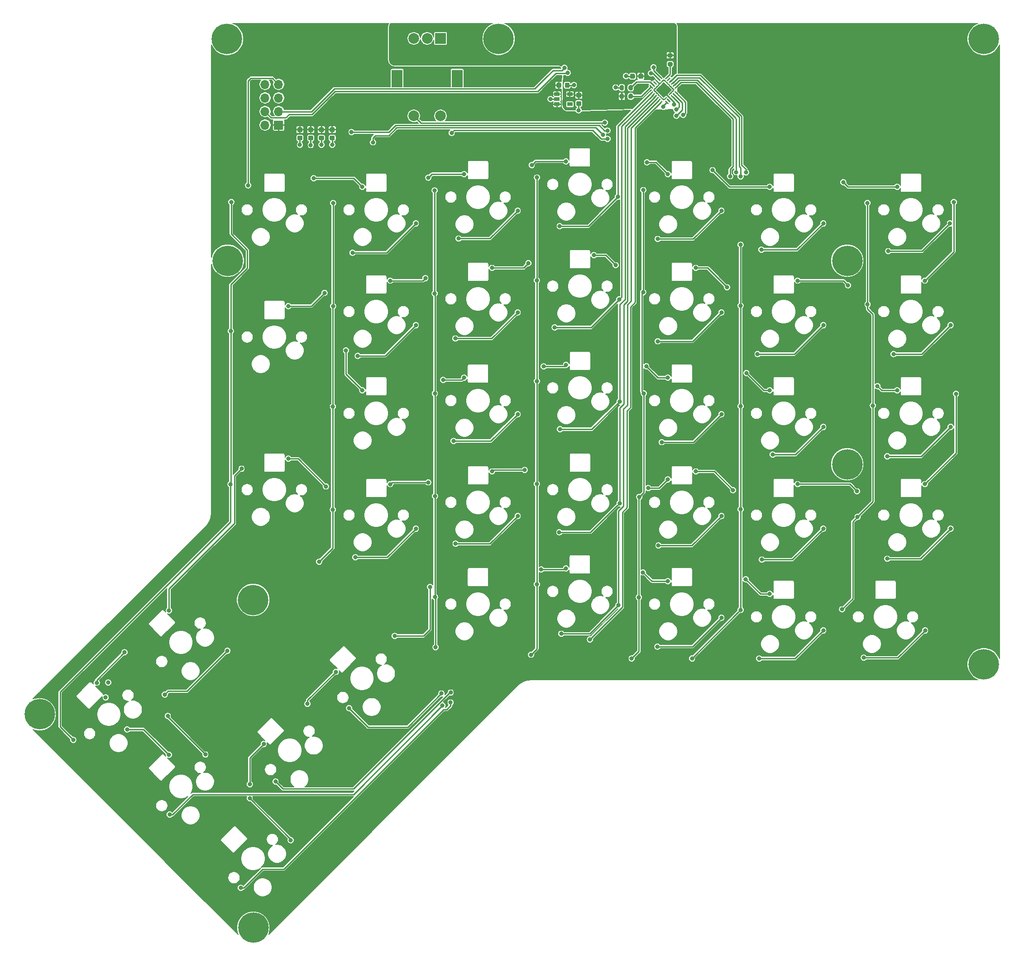
<source format=gbr>
%TF.GenerationSoftware,KiCad,Pcbnew,(5.1.8)-1*%
%TF.CreationDate,2022-07-09T18:06:18+10:00*%
%TF.ProjectId,ergonomic_split_right,6572676f-6e6f-46d6-9963-5f73706c6974,rev?*%
%TF.SameCoordinates,Original*%
%TF.FileFunction,Copper,L1,Top*%
%TF.FilePolarity,Positive*%
%FSLAX46Y46*%
G04 Gerber Fmt 4.6, Leading zero omitted, Abs format (unit mm)*
G04 Created by KiCad (PCBNEW (5.1.8)-1) date 2022-07-09 18:06:18*
%MOMM*%
%LPD*%
G01*
G04 APERTURE LIST*
%TA.AperFunction,ComponentPad*%
%ADD10C,5.700000*%
%TD*%
%TA.AperFunction,ComponentPad*%
%ADD11R,1.700000X1.700000*%
%TD*%
%TA.AperFunction,ComponentPad*%
%ADD12O,1.700000X1.700000*%
%TD*%
%TA.AperFunction,ComponentPad*%
%ADD13C,2.000000*%
%TD*%
%TA.AperFunction,ComponentPad*%
%ADD14R,2.000000X3.200000*%
%TD*%
%TA.AperFunction,ComponentPad*%
%ADD15R,2.000000X2.000000*%
%TD*%
%TA.AperFunction,SMDPad,CuDef*%
%ADD16C,0.100000*%
%TD*%
%TA.AperFunction,SMDPad,CuDef*%
%ADD17R,1.000000X0.700000*%
%TD*%
%TA.AperFunction,ViaPad*%
%ADD18C,0.800000*%
%TD*%
%TA.AperFunction,Conductor*%
%ADD19C,0.250000*%
%TD*%
%TA.AperFunction,Conductor*%
%ADD20C,0.127000*%
%TD*%
%TA.AperFunction,Conductor*%
%ADD21C,0.100000*%
%TD*%
G04 APERTURE END LIST*
%TO.P,C8,2*%
%TO.N,GND*%
%TA.AperFunction,SMDPad,CuDef*%
G36*
G01*
X162970400Y-59115840D02*
X163470400Y-59115840D01*
G75*
G02*
X163695400Y-59340840I0J-225000D01*
G01*
X163695400Y-59790840D01*
G75*
G02*
X163470400Y-60015840I-225000J0D01*
G01*
X162970400Y-60015840D01*
G75*
G02*
X162745400Y-59790840I0J225000D01*
G01*
X162745400Y-59340840D01*
G75*
G02*
X162970400Y-59115840I225000J0D01*
G01*
G37*
%TD.AperFunction*%
%TO.P,C8,1*%
%TO.N,+5V*%
%TA.AperFunction,SMDPad,CuDef*%
G36*
G01*
X162970400Y-57565840D02*
X163470400Y-57565840D01*
G75*
G02*
X163695400Y-57790840I0J-225000D01*
G01*
X163695400Y-58240840D01*
G75*
G02*
X163470400Y-58465840I-225000J0D01*
G01*
X162970400Y-58465840D01*
G75*
G02*
X162745400Y-58240840I0J225000D01*
G01*
X162745400Y-57790840D01*
G75*
G02*
X162970400Y-57565840I225000J0D01*
G01*
G37*
%TD.AperFunction*%
%TD*%
%TO.P,C3,2*%
%TO.N,GND*%
%TA.AperFunction,SMDPad,CuDef*%
G36*
G01*
X160955332Y-59115840D02*
X161455332Y-59115840D01*
G75*
G02*
X161680332Y-59340840I0J-225000D01*
G01*
X161680332Y-59790840D01*
G75*
G02*
X161455332Y-60015840I-225000J0D01*
G01*
X160955332Y-60015840D01*
G75*
G02*
X160730332Y-59790840I0J225000D01*
G01*
X160730332Y-59340840D01*
G75*
G02*
X160955332Y-59115840I225000J0D01*
G01*
G37*
%TD.AperFunction*%
%TO.P,C3,1*%
%TO.N,+5V*%
%TA.AperFunction,SMDPad,CuDef*%
G36*
G01*
X160955332Y-57565840D02*
X161455332Y-57565840D01*
G75*
G02*
X161680332Y-57790840I0J-225000D01*
G01*
X161680332Y-58240840D01*
G75*
G02*
X161455332Y-58465840I-225000J0D01*
G01*
X160955332Y-58465840D01*
G75*
G02*
X160730332Y-58240840I0J225000D01*
G01*
X160730332Y-57790840D01*
G75*
G02*
X160955332Y-57565840I225000J0D01*
G01*
G37*
%TD.AperFunction*%
%TD*%
%TO.P,C2,2*%
%TO.N,GND*%
%TA.AperFunction,SMDPad,CuDef*%
G36*
G01*
X158940266Y-59115840D02*
X159440266Y-59115840D01*
G75*
G02*
X159665266Y-59340840I0J-225000D01*
G01*
X159665266Y-59790840D01*
G75*
G02*
X159440266Y-60015840I-225000J0D01*
G01*
X158940266Y-60015840D01*
G75*
G02*
X158715266Y-59790840I0J225000D01*
G01*
X158715266Y-59340840D01*
G75*
G02*
X158940266Y-59115840I225000J0D01*
G01*
G37*
%TD.AperFunction*%
%TO.P,C2,1*%
%TO.N,+5V*%
%TA.AperFunction,SMDPad,CuDef*%
G36*
G01*
X158940266Y-57565840D02*
X159440266Y-57565840D01*
G75*
G02*
X159665266Y-57790840I0J-225000D01*
G01*
X159665266Y-58240840D01*
G75*
G02*
X159440266Y-58465840I-225000J0D01*
G01*
X158940266Y-58465840D01*
G75*
G02*
X158715266Y-58240840I0J225000D01*
G01*
X158715266Y-57790840D01*
G75*
G02*
X158940266Y-57565840I225000J0D01*
G01*
G37*
%TD.AperFunction*%
%TD*%
%TO.P,C1,2*%
%TO.N,GND*%
%TA.AperFunction,SMDPad,CuDef*%
G36*
G01*
X156925200Y-59115840D02*
X157425200Y-59115840D01*
G75*
G02*
X157650200Y-59340840I0J-225000D01*
G01*
X157650200Y-59790840D01*
G75*
G02*
X157425200Y-60015840I-225000J0D01*
G01*
X156925200Y-60015840D01*
G75*
G02*
X156700200Y-59790840I0J225000D01*
G01*
X156700200Y-59340840D01*
G75*
G02*
X156925200Y-59115840I225000J0D01*
G01*
G37*
%TD.AperFunction*%
%TO.P,C1,1*%
%TO.N,+5V*%
%TA.AperFunction,SMDPad,CuDef*%
G36*
G01*
X156925200Y-57565840D02*
X157425200Y-57565840D01*
G75*
G02*
X157650200Y-57790840I0J-225000D01*
G01*
X157650200Y-58240840D01*
G75*
G02*
X157425200Y-58465840I-225000J0D01*
G01*
X156925200Y-58465840D01*
G75*
G02*
X156700200Y-58240840I0J225000D01*
G01*
X156700200Y-57790840D01*
G75*
G02*
X156925200Y-57565840I225000J0D01*
G01*
G37*
%TD.AperFunction*%
%TD*%
%TO.P,C5,1*%
%TO.N,+5V*%
%TA.AperFunction,SMDPad,CuDef*%
G36*
G01*
X205160160Y-49947640D02*
X205160160Y-49447640D01*
G75*
G02*
X205385160Y-49222640I225000J0D01*
G01*
X205835160Y-49222640D01*
G75*
G02*
X206060160Y-49447640I0J-225000D01*
G01*
X206060160Y-49947640D01*
G75*
G02*
X205835160Y-50172640I-225000J0D01*
G01*
X205385160Y-50172640D01*
G75*
G02*
X205160160Y-49947640I0J225000D01*
G01*
G37*
%TD.AperFunction*%
%TO.P,C5,2*%
%TO.N,GND*%
%TA.AperFunction,SMDPad,CuDef*%
G36*
G01*
X206710160Y-49947640D02*
X206710160Y-49447640D01*
G75*
G02*
X206935160Y-49222640I225000J0D01*
G01*
X207385160Y-49222640D01*
G75*
G02*
X207610160Y-49447640I0J-225000D01*
G01*
X207610160Y-49947640D01*
G75*
G02*
X207385160Y-50172640I-225000J0D01*
G01*
X206935160Y-50172640D01*
G75*
G02*
X206710160Y-49947640I0J225000D01*
G01*
G37*
%TD.AperFunction*%
%TD*%
%TO.P,C7,2*%
%TO.N,GND*%
%TA.AperFunction,SMDPad,CuDef*%
G36*
G01*
X219834280Y-47756000D02*
X219834280Y-48256000D01*
G75*
G02*
X219609280Y-48481000I-225000J0D01*
G01*
X219159280Y-48481000D01*
G75*
G02*
X218934280Y-48256000I0J225000D01*
G01*
X218934280Y-47756000D01*
G75*
G02*
X219159280Y-47531000I225000J0D01*
G01*
X219609280Y-47531000D01*
G75*
G02*
X219834280Y-47756000I0J-225000D01*
G01*
G37*
%TD.AperFunction*%
%TO.P,C7,1*%
%TO.N,+3V3*%
%TA.AperFunction,SMDPad,CuDef*%
G36*
G01*
X221384280Y-47756000D02*
X221384280Y-48256000D01*
G75*
G02*
X221159280Y-48481000I-225000J0D01*
G01*
X220709280Y-48481000D01*
G75*
G02*
X220484280Y-48256000I0J225000D01*
G01*
X220484280Y-47756000D01*
G75*
G02*
X220709280Y-47531000I225000J0D01*
G01*
X221159280Y-47531000D01*
G75*
G02*
X221384280Y-47756000I0J-225000D01*
G01*
G37*
%TD.AperFunction*%
%TD*%
%TO.P,C120,2*%
%TO.N,GND*%
%TA.AperFunction,SMDPad,CuDef*%
G36*
G01*
X209081560Y-52664240D02*
X209581560Y-52664240D01*
G75*
G02*
X209806560Y-52889240I0J-225000D01*
G01*
X209806560Y-53339240D01*
G75*
G02*
X209581560Y-53564240I-225000J0D01*
G01*
X209081560Y-53564240D01*
G75*
G02*
X208856560Y-53339240I0J225000D01*
G01*
X208856560Y-52889240D01*
G75*
G02*
X209081560Y-52664240I225000J0D01*
G01*
G37*
%TD.AperFunction*%
%TO.P,C120,1*%
%TO.N,+3V3*%
%TA.AperFunction,SMDPad,CuDef*%
G36*
G01*
X209081560Y-51114240D02*
X209581560Y-51114240D01*
G75*
G02*
X209806560Y-51339240I0J-225000D01*
G01*
X209806560Y-51789240D01*
G75*
G02*
X209581560Y-52014240I-225000J0D01*
G01*
X209081560Y-52014240D01*
G75*
G02*
X208856560Y-51789240I0J225000D01*
G01*
X208856560Y-51339240D01*
G75*
G02*
X209081560Y-51114240I225000J0D01*
G01*
G37*
%TD.AperFunction*%
%TD*%
D10*
%TO.P,H1,1*%
%TO.N,Net-(H1-Pad1)*%
X143535400Y-41022612D03*
%TD*%
%TO.P,H2,1*%
%TO.N,Net-(H2-Pad1)*%
X285089600Y-41022612D03*
%TD*%
%TO.P,H3,1*%
%TO.N,Net-(H3-Pad1)*%
X285087988Y-158115000D03*
%TD*%
%TO.P,H4,1*%
%TO.N,Net-(H4-Pad1)*%
X148474804Y-207428204D03*
%TD*%
%TO.P,H5,1*%
%TO.N,Net-(H5-Pad1)*%
X108496996Y-167450396D03*
%TD*%
%TO.P,H6,1*%
%TO.N,Net-(H6-Pad1)*%
X143668750Y-82550000D03*
%TD*%
%TO.P,H7,1*%
%TO.N,Net-(H7-Pad1)*%
X148431250Y-146050000D03*
%TD*%
%TO.P,H8,1*%
%TO.N,Net-(H8-Pad1)*%
X259556250Y-82550000D03*
%TD*%
%TO.P,H9,1*%
%TO.N,Net-(H9-Pad1)*%
X259556250Y-120650000D03*
%TD*%
%TO.P,H10,1*%
%TO.N,Net-(H10-Pad1)*%
X194335400Y-40995600D03*
%TD*%
D11*
%TO.P,J2,1*%
%TO.N,+5V*%
X153193750Y-57150000D03*
D12*
%TO.P,J2,2*%
%TO.N,GND*%
X150653750Y-57150000D03*
%TO.P,J2,3*%
%TO.N,/IO Expander/SDA*%
X153193750Y-54610000D03*
%TO.P,J2,4*%
%TO.N,/IO Expander/SCL*%
X150653750Y-54610000D03*
%TO.P,J2,5*%
%TO.N,/Left Interface/ENCODER_A_R*%
X153193750Y-52070000D03*
%TO.P,J2,6*%
%TO.N,/Left Interface/ENCODER_B_R*%
X150653750Y-52070000D03*
%TO.P,J2,7*%
%TO.N,/Switch Matrix/RGB_DIN*%
X153193750Y-49530000D03*
%TO.P,J2,8*%
%TO.N,GND*%
X150653750Y-49530000D03*
%TD*%
%TO.P,R11,1*%
%TO.N,Net-(R11-Pad1)*%
%TA.AperFunction,SMDPad,CuDef*%
G36*
G01*
X226690600Y-46145400D02*
X226140600Y-46145400D01*
G75*
G02*
X225940600Y-45945400I0J200000D01*
G01*
X225940600Y-45545400D01*
G75*
G02*
X226140600Y-45345400I200000J0D01*
G01*
X226690600Y-45345400D01*
G75*
G02*
X226890600Y-45545400I0J-200000D01*
G01*
X226890600Y-45945400D01*
G75*
G02*
X226690600Y-46145400I-200000J0D01*
G01*
G37*
%TD.AperFunction*%
%TO.P,R11,2*%
%TO.N,+3V3*%
%TA.AperFunction,SMDPad,CuDef*%
G36*
G01*
X226690600Y-44495400D02*
X226140600Y-44495400D01*
G75*
G02*
X225940600Y-44295400I0J200000D01*
G01*
X225940600Y-43895400D01*
G75*
G02*
X226140600Y-43695400I200000J0D01*
G01*
X226690600Y-43695400D01*
G75*
G02*
X226890600Y-43895400I0J-200000D01*
G01*
X226890600Y-44295400D01*
G75*
G02*
X226690600Y-44495400I-200000J0D01*
G01*
G37*
%TD.AperFunction*%
%TD*%
%TO.P,R12,1*%
%TO.N,Net-(R12-Pad1)*%
%TA.AperFunction,SMDPad,CuDef*%
G36*
G01*
X219436400Y-49890000D02*
X219436400Y-50440000D01*
G75*
G02*
X219236400Y-50640000I-200000J0D01*
G01*
X218836400Y-50640000D01*
G75*
G02*
X218636400Y-50440000I0J200000D01*
G01*
X218636400Y-49890000D01*
G75*
G02*
X218836400Y-49690000I200000J0D01*
G01*
X219236400Y-49690000D01*
G75*
G02*
X219436400Y-49890000I0J-200000D01*
G01*
G37*
%TD.AperFunction*%
%TO.P,R12,2*%
%TO.N,GND*%
%TA.AperFunction,SMDPad,CuDef*%
G36*
G01*
X217786400Y-49890000D02*
X217786400Y-50440000D01*
G75*
G02*
X217586400Y-50640000I-200000J0D01*
G01*
X217186400Y-50640000D01*
G75*
G02*
X216986400Y-50440000I0J200000D01*
G01*
X216986400Y-49890000D01*
G75*
G02*
X217186400Y-49690000I200000J0D01*
G01*
X217586400Y-49690000D01*
G75*
G02*
X217786400Y-49890000I0J-200000D01*
G01*
G37*
%TD.AperFunction*%
%TD*%
%TO.P,R13,2*%
%TO.N,+3V3*%
%TA.AperFunction,SMDPad,CuDef*%
G36*
G01*
X217786701Y-51484331D02*
X217786701Y-52034331D01*
G75*
G02*
X217586701Y-52234331I-200000J0D01*
G01*
X217186701Y-52234331D01*
G75*
G02*
X216986701Y-52034331I0J200000D01*
G01*
X216986701Y-51484331D01*
G75*
G02*
X217186701Y-51284331I200000J0D01*
G01*
X217586701Y-51284331D01*
G75*
G02*
X217786701Y-51484331I0J-200000D01*
G01*
G37*
%TD.AperFunction*%
%TO.P,R13,1*%
%TO.N,Net-(R13-Pad1)*%
%TA.AperFunction,SMDPad,CuDef*%
G36*
G01*
X219436701Y-51484331D02*
X219436701Y-52034331D01*
G75*
G02*
X219236701Y-52234331I-200000J0D01*
G01*
X218836701Y-52234331D01*
G75*
G02*
X218636701Y-52034331I0J200000D01*
G01*
X218636701Y-51484331D01*
G75*
G02*
X218836701Y-51284331I200000J0D01*
G01*
X219236701Y-51284331D01*
G75*
G02*
X219436701Y-51484331I0J-200000D01*
G01*
G37*
%TD.AperFunction*%
%TD*%
D13*
%TO.P,SW40,S1*%
%TO.N,/IO Expander/ROW[6]*%
X178471820Y-55427020D03*
%TO.P,SW40,S2*%
%TO.N,Net-(D1-Pad2)*%
X183471820Y-55427020D03*
D14*
%TO.P,SW40,MP*%
%TO.N,N/C*%
X175371820Y-48427020D03*
X186571820Y-48427020D03*
D13*
%TO.P,SW40,B*%
%TO.N,Net-(R7-Pad1)*%
X178471820Y-40927020D03*
%TO.P,SW40,C*%
%TO.N,GND*%
X180971820Y-40927020D03*
D15*
%TO.P,SW40,A*%
%TO.N,Net-(R4-Pad1)*%
X183471820Y-40927020D03*
%TD*%
%TO.P,U2,1*%
%TO.N,/IO Expander/ROW[0]*%
%TA.AperFunction,SMDPad,CuDef*%
G36*
G01*
X223222177Y-50982731D02*
X222755487Y-51449421D01*
G75*
G02*
X222585781Y-51449421I-84853J84853D01*
G01*
X222585781Y-51449421D01*
G75*
G02*
X222585781Y-51279715I84853J84853D01*
G01*
X223052471Y-50813025D01*
G75*
G02*
X223222177Y-50813025I84853J-84853D01*
G01*
X223222177Y-50813025D01*
G75*
G02*
X223222177Y-50982731I-84853J-84853D01*
G01*
G37*
%TD.AperFunction*%
%TO.P,U2,2*%
%TO.N,/IO Expander/ROW[1]*%
%TA.AperFunction,SMDPad,CuDef*%
G36*
G01*
X223575730Y-51336285D02*
X223109040Y-51802975D01*
G75*
G02*
X222939334Y-51802975I-84853J84853D01*
G01*
X222939334Y-51802975D01*
G75*
G02*
X222939334Y-51633269I84853J84853D01*
G01*
X223406024Y-51166579D01*
G75*
G02*
X223575730Y-51166579I84853J-84853D01*
G01*
X223575730Y-51166579D01*
G75*
G02*
X223575730Y-51336285I-84853J-84853D01*
G01*
G37*
%TD.AperFunction*%
%TO.P,U2,3*%
%TO.N,/IO Expander/ROW[2]*%
%TA.AperFunction,SMDPad,CuDef*%
G36*
G01*
X223929283Y-51689838D02*
X223462593Y-52156528D01*
G75*
G02*
X223292887Y-52156528I-84853J84853D01*
G01*
X223292887Y-52156528D01*
G75*
G02*
X223292887Y-51986822I84853J84853D01*
G01*
X223759577Y-51520132D01*
G75*
G02*
X223929283Y-51520132I84853J-84853D01*
G01*
X223929283Y-51520132D01*
G75*
G02*
X223929283Y-51689838I-84853J-84853D01*
G01*
G37*
%TD.AperFunction*%
%TO.P,U2,4*%
%TO.N,/IO Expander/ROW[3]*%
%TA.AperFunction,SMDPad,CuDef*%
G36*
G01*
X224282837Y-52043392D02*
X223816147Y-52510082D01*
G75*
G02*
X223646441Y-52510082I-84853J84853D01*
G01*
X223646441Y-52510082D01*
G75*
G02*
X223646441Y-52340376I84853J84853D01*
G01*
X224113131Y-51873686D01*
G75*
G02*
X224282837Y-51873686I84853J-84853D01*
G01*
X224282837Y-51873686D01*
G75*
G02*
X224282837Y-52043392I-84853J-84853D01*
G01*
G37*
%TD.AperFunction*%
%TO.P,U2,5*%
%TO.N,/IO Expander/ROW[4]*%
%TA.AperFunction,SMDPad,CuDef*%
G36*
G01*
X224636390Y-52396945D02*
X224169700Y-52863635D01*
G75*
G02*
X223999994Y-52863635I-84853J84853D01*
G01*
X223999994Y-52863635D01*
G75*
G02*
X223999994Y-52693929I84853J84853D01*
G01*
X224466684Y-52227239D01*
G75*
G02*
X224636390Y-52227239I84853J-84853D01*
G01*
X224636390Y-52227239D01*
G75*
G02*
X224636390Y-52396945I-84853J-84853D01*
G01*
G37*
%TD.AperFunction*%
%TO.P,U2,6*%
%TO.N,/IO Expander/ROW[5]*%
%TA.AperFunction,SMDPad,CuDef*%
G36*
G01*
X224989944Y-52750498D02*
X224523254Y-53217188D01*
G75*
G02*
X224353548Y-53217188I-84853J84853D01*
G01*
X224353548Y-53217188D01*
G75*
G02*
X224353548Y-53047482I84853J84853D01*
G01*
X224820238Y-52580792D01*
G75*
G02*
X224989944Y-52580792I84853J-84853D01*
G01*
X224989944Y-52580792D01*
G75*
G02*
X224989944Y-52750498I-84853J-84853D01*
G01*
G37*
%TD.AperFunction*%
%TO.P,U2,7*%
%TO.N,/IO Expander/ROW[6]*%
%TA.AperFunction,SMDPad,CuDef*%
G36*
G01*
X225951608Y-53217188D02*
X225484918Y-52750498D01*
G75*
G02*
X225484918Y-52580792I84853J84853D01*
G01*
X225484918Y-52580792D01*
G75*
G02*
X225654624Y-52580792I84853J-84853D01*
G01*
X226121314Y-53047482D01*
G75*
G02*
X226121314Y-53217188I-84853J-84853D01*
G01*
X226121314Y-53217188D01*
G75*
G02*
X225951608Y-53217188I-84853J84853D01*
G01*
G37*
%TD.AperFunction*%
%TO.P,U2,8*%
%TO.N,Net-(U2-Pad8)*%
%TA.AperFunction,SMDPad,CuDef*%
G36*
G01*
X226305162Y-52863635D02*
X225838472Y-52396945D01*
G75*
G02*
X225838472Y-52227239I84853J84853D01*
G01*
X225838472Y-52227239D01*
G75*
G02*
X226008178Y-52227239I84853J-84853D01*
G01*
X226474868Y-52693929D01*
G75*
G02*
X226474868Y-52863635I-84853J-84853D01*
G01*
X226474868Y-52863635D01*
G75*
G02*
X226305162Y-52863635I-84853J84853D01*
G01*
G37*
%TD.AperFunction*%
%TO.P,U2,9*%
%TO.N,GND*%
%TA.AperFunction,SMDPad,CuDef*%
G36*
G01*
X226658715Y-52510082D02*
X226192025Y-52043392D01*
G75*
G02*
X226192025Y-51873686I84853J84853D01*
G01*
X226192025Y-51873686D01*
G75*
G02*
X226361731Y-51873686I84853J-84853D01*
G01*
X226828421Y-52340376D01*
G75*
G02*
X226828421Y-52510082I-84853J-84853D01*
G01*
X226828421Y-52510082D01*
G75*
G02*
X226658715Y-52510082I-84853J84853D01*
G01*
G37*
%TD.AperFunction*%
%TO.P,U2,10*%
%TO.N,/IO Expander/COL[0]*%
%TA.AperFunction,SMDPad,CuDef*%
G36*
G01*
X227012269Y-52156528D02*
X226545579Y-51689838D01*
G75*
G02*
X226545579Y-51520132I84853J84853D01*
G01*
X226545579Y-51520132D01*
G75*
G02*
X226715285Y-51520132I84853J-84853D01*
G01*
X227181975Y-51986822D01*
G75*
G02*
X227181975Y-52156528I-84853J-84853D01*
G01*
X227181975Y-52156528D01*
G75*
G02*
X227012269Y-52156528I-84853J84853D01*
G01*
G37*
%TD.AperFunction*%
%TO.P,U2,11*%
%TO.N,/IO Expander/COL[1]*%
%TA.AperFunction,SMDPad,CuDef*%
G36*
G01*
X227365822Y-51802975D02*
X226899132Y-51336285D01*
G75*
G02*
X226899132Y-51166579I84853J84853D01*
G01*
X226899132Y-51166579D01*
G75*
G02*
X227068838Y-51166579I84853J-84853D01*
G01*
X227535528Y-51633269D01*
G75*
G02*
X227535528Y-51802975I-84853J-84853D01*
G01*
X227535528Y-51802975D01*
G75*
G02*
X227365822Y-51802975I-84853J84853D01*
G01*
G37*
%TD.AperFunction*%
%TO.P,U2,12*%
%TO.N,/IO Expander/COL[2]*%
%TA.AperFunction,SMDPad,CuDef*%
G36*
G01*
X227719375Y-51449421D02*
X227252685Y-50982731D01*
G75*
G02*
X227252685Y-50813025I84853J84853D01*
G01*
X227252685Y-50813025D01*
G75*
G02*
X227422391Y-50813025I84853J-84853D01*
G01*
X227889081Y-51279715D01*
G75*
G02*
X227889081Y-51449421I-84853J-84853D01*
G01*
X227889081Y-51449421D01*
G75*
G02*
X227719375Y-51449421I-84853J84853D01*
G01*
G37*
%TD.AperFunction*%
%TO.P,U2,13*%
%TO.N,/IO Expander/COL[3]*%
%TA.AperFunction,SMDPad,CuDef*%
G36*
G01*
X227889081Y-49851361D02*
X227422391Y-50318051D01*
G75*
G02*
X227252685Y-50318051I-84853J84853D01*
G01*
X227252685Y-50318051D01*
G75*
G02*
X227252685Y-50148345I84853J84853D01*
G01*
X227719375Y-49681655D01*
G75*
G02*
X227889081Y-49681655I84853J-84853D01*
G01*
X227889081Y-49681655D01*
G75*
G02*
X227889081Y-49851361I-84853J-84853D01*
G01*
G37*
%TD.AperFunction*%
%TO.P,U2,14*%
%TO.N,/IO Expander/COL[4]*%
%TA.AperFunction,SMDPad,CuDef*%
G36*
G01*
X227535528Y-49497807D02*
X227068838Y-49964497D01*
G75*
G02*
X226899132Y-49964497I-84853J84853D01*
G01*
X226899132Y-49964497D01*
G75*
G02*
X226899132Y-49794791I84853J84853D01*
G01*
X227365822Y-49328101D01*
G75*
G02*
X227535528Y-49328101I84853J-84853D01*
G01*
X227535528Y-49328101D01*
G75*
G02*
X227535528Y-49497807I-84853J-84853D01*
G01*
G37*
%TD.AperFunction*%
%TO.P,U2,15*%
%TO.N,/IO Expander/COL[5]*%
%TA.AperFunction,SMDPad,CuDef*%
G36*
G01*
X227181975Y-49144254D02*
X226715285Y-49610944D01*
G75*
G02*
X226545579Y-49610944I-84853J84853D01*
G01*
X226545579Y-49610944D01*
G75*
G02*
X226545579Y-49441238I84853J84853D01*
G01*
X227012269Y-48974548D01*
G75*
G02*
X227181975Y-48974548I84853J-84853D01*
G01*
X227181975Y-48974548D01*
G75*
G02*
X227181975Y-49144254I-84853J-84853D01*
G01*
G37*
%TD.AperFunction*%
%TO.P,U2,16*%
%TO.N,/IO Expander/COL[6]*%
%TA.AperFunction,SMDPad,CuDef*%
G36*
G01*
X226828421Y-48790700D02*
X226361731Y-49257390D01*
G75*
G02*
X226192025Y-49257390I-84853J84853D01*
G01*
X226192025Y-49257390D01*
G75*
G02*
X226192025Y-49087684I84853J84853D01*
G01*
X226658715Y-48620994D01*
G75*
G02*
X226828421Y-48620994I84853J-84853D01*
G01*
X226828421Y-48620994D01*
G75*
G02*
X226828421Y-48790700I-84853J-84853D01*
G01*
G37*
%TD.AperFunction*%
%TO.P,U2,17*%
%TO.N,Net-(U2-Pad17)*%
%TA.AperFunction,SMDPad,CuDef*%
G36*
G01*
X226474868Y-48437147D02*
X226008178Y-48903837D01*
G75*
G02*
X225838472Y-48903837I-84853J84853D01*
G01*
X225838472Y-48903837D01*
G75*
G02*
X225838472Y-48734131I84853J84853D01*
G01*
X226305162Y-48267441D01*
G75*
G02*
X226474868Y-48267441I84853J-84853D01*
G01*
X226474868Y-48267441D01*
G75*
G02*
X226474868Y-48437147I-84853J-84853D01*
G01*
G37*
%TD.AperFunction*%
%TO.P,U2,18*%
%TO.N,Net-(R11-Pad1)*%
%TA.AperFunction,SMDPad,CuDef*%
G36*
G01*
X226121314Y-48083594D02*
X225654624Y-48550284D01*
G75*
G02*
X225484918Y-48550284I-84853J84853D01*
G01*
X225484918Y-48550284D01*
G75*
G02*
X225484918Y-48380578I84853J84853D01*
G01*
X225951608Y-47913888D01*
G75*
G02*
X226121314Y-47913888I84853J-84853D01*
G01*
X226121314Y-47913888D01*
G75*
G02*
X226121314Y-48083594I-84853J-84853D01*
G01*
G37*
%TD.AperFunction*%
%TO.P,U2,19*%
%TO.N,/IO Expander/SDA*%
%TA.AperFunction,SMDPad,CuDef*%
G36*
G01*
X224820238Y-48550284D02*
X224353548Y-48083594D01*
G75*
G02*
X224353548Y-47913888I84853J84853D01*
G01*
X224353548Y-47913888D01*
G75*
G02*
X224523254Y-47913888I84853J-84853D01*
G01*
X224989944Y-48380578D01*
G75*
G02*
X224989944Y-48550284I-84853J-84853D01*
G01*
X224989944Y-48550284D01*
G75*
G02*
X224820238Y-48550284I-84853J84853D01*
G01*
G37*
%TD.AperFunction*%
%TO.P,U2,20*%
%TO.N,/IO Expander/SCL*%
%TA.AperFunction,SMDPad,CuDef*%
G36*
G01*
X224466684Y-48903837D02*
X223999994Y-48437147D01*
G75*
G02*
X223999994Y-48267441I84853J84853D01*
G01*
X223999994Y-48267441D01*
G75*
G02*
X224169700Y-48267441I84853J-84853D01*
G01*
X224636390Y-48734131D01*
G75*
G02*
X224636390Y-48903837I-84853J-84853D01*
G01*
X224636390Y-48903837D01*
G75*
G02*
X224466684Y-48903837I-84853J84853D01*
G01*
G37*
%TD.AperFunction*%
%TO.P,U2,21*%
%TO.N,+3V3*%
%TA.AperFunction,SMDPad,CuDef*%
G36*
G01*
X224113131Y-49257390D02*
X223646441Y-48790700D01*
G75*
G02*
X223646441Y-48620994I84853J84853D01*
G01*
X223646441Y-48620994D01*
G75*
G02*
X223816147Y-48620994I84853J-84853D01*
G01*
X224282837Y-49087684D01*
G75*
G02*
X224282837Y-49257390I-84853J-84853D01*
G01*
X224282837Y-49257390D01*
G75*
G02*
X224113131Y-49257390I-84853J84853D01*
G01*
G37*
%TD.AperFunction*%
%TO.P,U2,22*%
%TO.N,Net-(U2-Pad22)*%
%TA.AperFunction,SMDPad,CuDef*%
G36*
G01*
X223759577Y-49610944D02*
X223292887Y-49144254D01*
G75*
G02*
X223292887Y-48974548I84853J84853D01*
G01*
X223292887Y-48974548D01*
G75*
G02*
X223462593Y-48974548I84853J-84853D01*
G01*
X223929283Y-49441238D01*
G75*
G02*
X223929283Y-49610944I-84853J-84853D01*
G01*
X223929283Y-49610944D01*
G75*
G02*
X223759577Y-49610944I-84853J84853D01*
G01*
G37*
%TD.AperFunction*%
%TO.P,U2,23*%
%TO.N,Net-(R12-Pad1)*%
%TA.AperFunction,SMDPad,CuDef*%
G36*
G01*
X223406024Y-49964497D02*
X222939334Y-49497807D01*
G75*
G02*
X222939334Y-49328101I84853J84853D01*
G01*
X222939334Y-49328101D01*
G75*
G02*
X223109040Y-49328101I84853J-84853D01*
G01*
X223575730Y-49794791D01*
G75*
G02*
X223575730Y-49964497I-84853J-84853D01*
G01*
X223575730Y-49964497D01*
G75*
G02*
X223406024Y-49964497I-84853J84853D01*
G01*
G37*
%TD.AperFunction*%
%TO.P,U2,24*%
%TO.N,Net-(R13-Pad1)*%
%TA.AperFunction,SMDPad,CuDef*%
G36*
G01*
X223052471Y-50318051D02*
X222585781Y-49851361D01*
G75*
G02*
X222585781Y-49681655I84853J84853D01*
G01*
X222585781Y-49681655D01*
G75*
G02*
X222755487Y-49681655I84853J-84853D01*
G01*
X223222177Y-50148345D01*
G75*
G02*
X223222177Y-50318051I-84853J-84853D01*
G01*
X223222177Y-50318051D01*
G75*
G02*
X223052471Y-50318051I-84853J84853D01*
G01*
G37*
%TD.AperFunction*%
%TA.AperFunction,SMDPad,CuDef*%
D16*
%TO.P,U2,25*%
%TO.N,GND*%
G36*
X224123738Y-50936769D02*
G01*
X223752507Y-50565538D01*
X224123738Y-50194307D01*
X224494969Y-50565538D01*
X224123738Y-50936769D01*
G37*
%TD.AperFunction*%
%TA.AperFunction,SMDPad,CuDef*%
G36*
X224494969Y-51308000D02*
G01*
X224123738Y-50936769D01*
X224494969Y-50565538D01*
X224866200Y-50936769D01*
X224494969Y-51308000D01*
G37*
%TD.AperFunction*%
%TA.AperFunction,SMDPad,CuDef*%
G36*
X224866200Y-51679231D02*
G01*
X224494969Y-51308000D01*
X224866200Y-50936769D01*
X225237431Y-51308000D01*
X224866200Y-51679231D01*
G37*
%TD.AperFunction*%
%TA.AperFunction,SMDPad,CuDef*%
G36*
X225237431Y-52050462D02*
G01*
X224866200Y-51679231D01*
X225237431Y-51308000D01*
X225608662Y-51679231D01*
X225237431Y-52050462D01*
G37*
%TD.AperFunction*%
%TA.AperFunction,SMDPad,CuDef*%
G36*
X224494969Y-50565538D02*
G01*
X224123738Y-50194307D01*
X224494969Y-49823076D01*
X224866200Y-50194307D01*
X224494969Y-50565538D01*
G37*
%TD.AperFunction*%
%TA.AperFunction,SMDPad,CuDef*%
G36*
X224866200Y-50936769D02*
G01*
X224494969Y-50565538D01*
X224866200Y-50194307D01*
X225237431Y-50565538D01*
X224866200Y-50936769D01*
G37*
%TD.AperFunction*%
%TA.AperFunction,SMDPad,CuDef*%
G36*
X225237431Y-51308000D02*
G01*
X224866200Y-50936769D01*
X225237431Y-50565538D01*
X225608662Y-50936769D01*
X225237431Y-51308000D01*
G37*
%TD.AperFunction*%
%TA.AperFunction,SMDPad,CuDef*%
G36*
X225608662Y-51679231D02*
G01*
X225237431Y-51308000D01*
X225608662Y-50936769D01*
X225979893Y-51308000D01*
X225608662Y-51679231D01*
G37*
%TD.AperFunction*%
%TA.AperFunction,SMDPad,CuDef*%
G36*
X224866200Y-50194307D02*
G01*
X224494969Y-49823076D01*
X224866200Y-49451845D01*
X225237431Y-49823076D01*
X224866200Y-50194307D01*
G37*
%TD.AperFunction*%
%TA.AperFunction,SMDPad,CuDef*%
G36*
X225237431Y-50565538D02*
G01*
X224866200Y-50194307D01*
X225237431Y-49823076D01*
X225608662Y-50194307D01*
X225237431Y-50565538D01*
G37*
%TD.AperFunction*%
%TA.AperFunction,SMDPad,CuDef*%
G36*
X225608662Y-50936769D02*
G01*
X225237431Y-50565538D01*
X225608662Y-50194307D01*
X225979893Y-50565538D01*
X225608662Y-50936769D01*
G37*
%TD.AperFunction*%
%TA.AperFunction,SMDPad,CuDef*%
G36*
X225979893Y-51308000D02*
G01*
X225608662Y-50936769D01*
X225979893Y-50565538D01*
X226351124Y-50936769D01*
X225979893Y-51308000D01*
G37*
%TD.AperFunction*%
%TA.AperFunction,SMDPad,CuDef*%
G36*
X225237431Y-49823076D02*
G01*
X224866200Y-49451845D01*
X225237431Y-49080614D01*
X225608662Y-49451845D01*
X225237431Y-49823076D01*
G37*
%TD.AperFunction*%
%TA.AperFunction,SMDPad,CuDef*%
G36*
X225608662Y-50194307D02*
G01*
X225237431Y-49823076D01*
X225608662Y-49451845D01*
X225979893Y-49823076D01*
X225608662Y-50194307D01*
G37*
%TD.AperFunction*%
%TA.AperFunction,SMDPad,CuDef*%
G36*
X225979893Y-50565538D02*
G01*
X225608662Y-50194307D01*
X225979893Y-49823076D01*
X226351124Y-50194307D01*
X225979893Y-50565538D01*
G37*
%TD.AperFunction*%
%TA.AperFunction,SMDPad,CuDef*%
G36*
X226351124Y-50936769D02*
G01*
X225979893Y-50565538D01*
X226351124Y-50194307D01*
X226722355Y-50565538D01*
X226351124Y-50936769D01*
G37*
%TD.AperFunction*%
%TD*%
D17*
%TO.P,U9,1*%
%TO.N,+5V*%
X205267560Y-51348640D03*
%TO.P,U9,2*%
%TO.N,GND*%
X205267560Y-52298640D03*
%TO.P,U9,3*%
%TO.N,+5V*%
X205267560Y-53248640D03*
%TO.P,U9,4*%
%TO.N,Net-(U9-Pad4)*%
X207667560Y-53248640D03*
%TO.P,U9,5*%
%TO.N,+3V3*%
X207667560Y-51348640D03*
%TD*%
D18*
%TO.N,GND*%
X163220400Y-60858400D03*
X161213800Y-60858400D03*
X159207200Y-60883800D03*
X225247200Y-51409600D03*
X226085400Y-50546000D03*
X225196400Y-49733200D03*
X121335800Y-161518600D03*
X120853200Y-164312600D03*
X204063600Y-52298600D03*
X209321400Y-54381400D03*
X208407000Y-49657000D03*
X218140280Y-47980600D03*
X216230200Y-50114200D03*
X224495557Y-50482518D03*
X227126800Y-53263800D03*
X157175200Y-60858400D03*
%TO.N,+5V*%
X148361400Y-117729000D03*
X148132800Y-119634000D03*
X167411400Y-122453400D03*
X167182800Y-124358400D03*
X186486800Y-120065800D03*
X186258200Y-121970800D03*
X205486000Y-117678200D03*
X205257400Y-119583200D03*
X224536000Y-120065800D03*
X224307400Y-121970800D03*
X243611400Y-122377200D03*
X243382800Y-124282200D03*
X267462000Y-122402600D03*
X267233400Y-124307600D03*
X267462000Y-84353400D03*
X267233400Y-86258400D03*
X243586000Y-84251800D03*
X243357400Y-86156800D03*
X224637600Y-81965800D03*
X224409000Y-83870800D03*
X205384400Y-79552800D03*
X205155800Y-81457800D03*
X186410600Y-81940400D03*
X186182000Y-83845400D03*
X167411400Y-84328000D03*
X167182800Y-86233000D03*
X268401800Y-146431000D03*
X270865600Y-144983200D03*
X249478800Y-146405600D03*
X251942600Y-144957800D03*
X230378000Y-144018000D03*
X232841800Y-142570200D03*
X211353400Y-141681200D03*
X213817200Y-140233400D03*
X192227200Y-143916400D03*
X194691000Y-142468600D03*
X173101000Y-108280200D03*
X175564800Y-106832400D03*
X192227200Y-106019600D03*
X194691000Y-104571800D03*
X211251800Y-103555800D03*
X213715600Y-102108000D03*
X230301800Y-105968800D03*
X232765600Y-104521000D03*
X251764800Y-106705400D03*
X273227800Y-108356400D03*
X275691600Y-106908600D03*
X273177000Y-70307200D03*
X275640800Y-68859400D03*
X249377200Y-70180200D03*
X251841000Y-68732400D03*
X232841800Y-66395600D03*
X211302600Y-65405000D03*
X213766400Y-63957200D03*
X192227200Y-67767200D03*
X194691000Y-66319400D03*
X173151800Y-70231000D03*
X175615600Y-68783200D03*
X156616400Y-68707000D03*
X154152600Y-70154800D03*
X148336000Y-89128600D03*
X148107400Y-91033600D03*
X168732200Y-154686000D03*
X168021000Y-157632400D03*
X155346400Y-168122600D03*
X154635200Y-171196000D03*
X148386800Y-188391800D03*
X147777200Y-191312800D03*
X127838200Y-179882800D03*
X126644400Y-178257200D03*
X127843280Y-152948640D03*
X126563120Y-151404320D03*
X114366040Y-166497000D03*
X113096040Y-164973000D03*
X249417840Y-108414820D03*
%TO.N,+3V3*%
X175666400Y-43815000D03*
X186309000Y-43840400D03*
%TO.N,/IO Expander/COL[6]*%
X258584700Y-147815300D03*
X261480300Y-130505200D03*
X264337800Y-109651800D03*
X263347200Y-90728800D03*
X263334500Y-71729600D03*
X240588800Y-66014600D03*
%TO.N,/IO Expander/SDA*%
X206639160Y-46431200D03*
X223306640Y-46339760D03*
%TO.N,/IO Expander/SCL*%
X207238600Y-47386240D03*
X222821133Y-47477490D03*
%TO.N,/Switch Matrix/RGB_DIN*%
X147510500Y-68427600D03*
%TO.N,/IO Expander/COL[0]*%
X144259300Y-95745300D03*
X144335500Y-71564500D03*
X114795300Y-172262800D03*
X144192150Y-124421900D03*
X227584000Y-54254400D03*
X214680800Y-58166000D03*
X166827200Y-58470800D03*
%TO.N,/IO Expander/ROW[5]*%
X139486640Y-174995840D03*
X132461000Y-167787320D03*
X147792440Y-183200040D03*
X155461709Y-191025175D03*
X211416900Y-153454100D03*
%TO.N,Net-(SW1-Pad8)*%
X124383800Y-155844240D03*
X119182670Y-161541518D03*
%TO.N,/Switch Matrix/RGB_R50*%
X124846080Y-170296840D03*
X132671166Y-175035303D03*
%TO.N,/IO Expander/ROW[0]*%
X167005000Y-81051400D03*
X178856260Y-75561310D03*
X186855100Y-78397100D03*
X197906260Y-73180060D03*
X205765400Y-76085700D03*
X224066100Y-78473300D03*
X236006260Y-73180060D03*
X243471700Y-80479900D03*
X255056260Y-75561310D03*
X267208000Y-80759300D03*
X278751190Y-75561310D03*
X216648190Y-70553640D03*
%TO.N,Net-(SW2-Pad8)*%
X258795520Y-67843400D03*
X268858760Y-68721310D03*
%TO.N,Net-(SW2-Pad6)*%
X279476200Y-71577200D03*
X274059960Y-86272460D03*
%TO.N,Net-(SW3-Pad6)*%
X259689600Y-87152480D03*
X250247460Y-86272460D03*
%TO.N,/IO Expander/ROW[1]*%
X268185900Y-100025200D03*
X278868760Y-94611310D03*
X242773200Y-100025200D03*
X255056260Y-94611310D03*
X224091500Y-97624900D03*
X236006260Y-92230060D03*
X204825600Y-95034100D03*
X186220100Y-97104200D03*
X197906260Y-92230060D03*
X167995600Y-100355400D03*
X178856260Y-94611310D03*
X216888865Y-89781415D03*
%TO.N,Net-(SW4-Pad6)*%
X279867360Y-107452160D03*
X274057420Y-124369920D03*
%TO.N,Net-(SW33-Pad6)*%
X265206480Y-106024680D03*
X268858760Y-106821310D03*
%TO.N,/IO Expander/ROW[2]*%
X185915300Y-116293900D03*
X197902520Y-111276370D03*
X205803500Y-114084100D03*
X216956260Y-108898810D03*
X224828100Y-116509800D03*
X236006260Y-111280060D03*
X245579900Y-118833900D03*
X255056260Y-113661310D03*
X267030200Y-119164100D03*
X278868760Y-113661310D03*
%TO.N,/IO Expander/ROW[3]*%
X267030200Y-138341100D03*
X278866220Y-132708770D03*
X243573300Y-138506200D03*
X255052520Y-132707620D03*
X224231200Y-135864600D03*
X236006260Y-130330060D03*
X205689200Y-133375400D03*
X216956260Y-127948810D03*
X186296300Y-135534400D03*
X197906260Y-130330060D03*
X167538400Y-138074400D03*
X178856260Y-132711310D03*
%TO.N,Net-(SW34-Pad8)*%
X261386320Y-125714760D03*
X250243720Y-124368770D03*
%TO.N,/IO Expander/COL[4]*%
X220573600Y-145542000D03*
X152613706Y-180066271D03*
X220663610Y-126746000D03*
X221501810Y-107378500D03*
X221374810Y-69329300D03*
X221374810Y-88435675D03*
X238734600Y-65963800D03*
X185374280Y-163398200D03*
X219229940Y-157025340D03*
%TO.N,/IO Expander/COL[1]*%
X163322000Y-129159000D03*
X163347400Y-109842300D03*
X163372800Y-91071700D03*
X163372800Y-71767700D03*
X131889500Y-163766500D03*
X170840400Y-60375800D03*
X227584000Y-55397400D03*
X213842600Y-59004200D03*
X160771840Y-138897360D03*
X143627476Y-155552776D03*
%TO.N,Net-(SW39-Pad6)*%
X159735520Y-67122040D03*
X168846260Y-68721310D03*
%TO.N,Net-(SW13-Pad8)*%
X181198520Y-66989960D03*
X187896260Y-66340060D03*
%TO.N,Net-(SW36-Pad8)*%
X161787840Y-88559640D03*
X154997460Y-91034960D03*
%TO.N,Net-(SW14-Pad6)*%
X180634640Y-85816440D03*
X174047460Y-86272460D03*
%TO.N,Net-(SW15-Pad8)*%
X183946800Y-104881680D03*
X187892520Y-104436370D03*
%TO.N,Net-(SW36-Pad6)*%
X165801040Y-99349560D03*
X168846260Y-106821310D03*
%TO.N,Net-(SW10-Pad6)*%
X162041840Y-124800360D03*
X154997460Y-119609960D03*
%TO.N,Net-(SW10-Pad8)*%
X181173120Y-124043440D03*
X174047460Y-124372460D03*
%TO.N,/IO Expander/COL[5]*%
X239598200Y-147916900D03*
X239598200Y-129095500D03*
X239598200Y-109791500D03*
X239572800Y-90944700D03*
X239585500Y-66776600D03*
X146113500Y-199948800D03*
X239593120Y-79568040D03*
X185366660Y-165260020D03*
X230506678Y-157008422D03*
%TO.N,/IO Expander/ROW[4]*%
X206034640Y-152384760D03*
X224048320Y-154792680D03*
X236006260Y-149380060D03*
X243062760Y-157017720D03*
X255056260Y-151761310D03*
X262636000Y-156860240D03*
X274106260Y-151761310D03*
X216749790Y-147013370D03*
%TO.N,Net-(SW11-Pad8)*%
X240573560Y-142184120D03*
X245046260Y-144921310D03*
%TO.N,/Switch Matrix/RGB_R30*%
X146258280Y-121488200D03*
X132671166Y-148047803D03*
%TO.N,Net-(SW13-Pad6)*%
X200527920Y-64648080D03*
X206942520Y-63955120D03*
%TO.N,/IO Expander/COL[2]*%
X182435500Y-145516600D03*
X182435500Y-126619000D03*
X182410100Y-107391200D03*
X182372000Y-88684100D03*
X182372000Y-69405500D03*
X132816600Y-186220100D03*
X214706200Y-59740800D03*
X228879400Y-55270400D03*
X185547000Y-58623200D03*
X182552340Y-154906980D03*
X183829540Y-165815860D03*
%TO.N,Net-(SW14-Pad8)*%
X199908160Y-82997040D03*
X193097460Y-83891210D03*
%TO.N,Net-(SW15-Pad6)*%
X202752960Y-102336600D03*
X206946260Y-102058810D03*
%TO.N,Net-(SW16-Pad8)*%
X199207120Y-121726960D03*
X193097460Y-121991210D03*
%TO.N,/Switch Matrix/RGB_R53*%
X174904400Y-152781000D03*
X181493160Y-143611600D03*
%TO.N,Net-(SW17-Pad6)*%
X202285600Y-140360400D03*
X206942520Y-140155120D03*
%TO.N,/IO Expander/COL[3]*%
X201485500Y-124320300D03*
X201498200Y-105092500D03*
X201485500Y-86220300D03*
X201523600Y-66967100D03*
X166371110Y-166306500D03*
X237642400Y-66725800D03*
X200416160Y-156303980D03*
X201498200Y-143141700D03*
X183654413Y-163566967D03*
%TO.N,Net-(SW19-Pad6)*%
X222105220Y-64107060D03*
X225996260Y-66340060D03*
%TO.N,Net-(SW20-Pad8)*%
X212147460Y-81509960D03*
X216231250Y-83386113D03*
%TO.N,Net-(SW21-Pad6)*%
X225996260Y-104440060D03*
X221951821Y-102290880D03*
%TO.N,Net-(SW22-Pad8)*%
X222290640Y-125105160D03*
X225997460Y-123491210D03*
%TO.N,Net-(SW23-Pad6)*%
X221340680Y-140893800D03*
X225996260Y-142540060D03*
%TO.N,Net-(SW25-Pad6)*%
X234370880Y-65608200D03*
X245046260Y-68721310D03*
%TO.N,Net-(SW26-Pad8)*%
X237073440Y-87528400D03*
X231197460Y-83891210D03*
%TO.N,Net-(SW27-Pad6)*%
X240670080Y-103565960D03*
X245046260Y-106821310D03*
%TO.N,Net-(SW28-Pad8)*%
X238191040Y-125506480D03*
X231197460Y-121991210D03*
%TO.N,/IO Expander/ROW[6]*%
X225143060Y-53718460D03*
X214210552Y-56685150D03*
%TO.N,Net-(SW18-Pad6)*%
X158582360Y-165516560D03*
X163905233Y-159518959D03*
%TO.N,Net-(SW18-Pad8)*%
X147797520Y-180553360D03*
X150406229Y-173012744D03*
%TD*%
D19*
%TO.N,GND*%
X163220400Y-59565840D02*
X163220400Y-60858400D01*
X161213800Y-59565840D02*
X161213800Y-60858400D01*
X159207200Y-59591240D02*
X159207200Y-60883800D01*
X204063640Y-52298640D02*
X204063600Y-52298600D01*
X205267560Y-52298640D02*
X204063640Y-52298640D01*
X209331560Y-54371240D02*
X209321400Y-54381400D01*
X209331560Y-53114240D02*
X209331560Y-54371240D01*
X208366360Y-49697640D02*
X208407000Y-49657000D01*
X207160160Y-49697640D02*
X208366360Y-49697640D01*
X226492546Y-52191884D02*
X225608662Y-51308000D01*
X226510223Y-52191884D02*
X226492546Y-52191884D01*
X225237431Y-50936769D02*
X225608662Y-50565538D01*
X225237431Y-51679231D02*
X225237431Y-50936769D01*
X224494969Y-50434631D02*
X225196400Y-49733200D01*
X224494969Y-50936769D02*
X224494969Y-50434631D01*
X225237431Y-49451845D02*
X226351124Y-50565538D01*
X226351124Y-50565538D02*
X225608662Y-50565538D01*
X226351124Y-50565538D02*
X225608662Y-49823076D01*
X226351124Y-50565538D02*
X225608662Y-51308000D01*
X218572080Y-48006000D02*
X218546680Y-47980600D01*
X219384280Y-48006000D02*
X218165680Y-48006000D01*
X217386400Y-50165000D02*
X216281000Y-50165000D01*
X224949220Y-50482518D02*
X224495557Y-50482518D01*
X225237431Y-50194307D02*
X224949220Y-50482518D01*
X226510223Y-52191884D02*
X227112012Y-52793673D01*
X227112012Y-52793673D02*
X227112012Y-53032551D01*
X227126800Y-52808461D02*
X226510223Y-52191884D01*
X227126800Y-53263800D02*
X227126800Y-52808461D01*
X157175200Y-59565840D02*
X157175200Y-60858400D01*
%TO.N,/IO Expander/COL[6]*%
X258584700Y-147815300D02*
X260565900Y-145834100D01*
X260565900Y-131419600D02*
X261480300Y-130505200D01*
X260565900Y-145834100D02*
X260565900Y-131419600D01*
X264337800Y-127647700D02*
X264337800Y-109651800D01*
X261480300Y-130505200D02*
X264337800Y-127647700D01*
X264337800Y-109651800D02*
X264337800Y-92570300D01*
X263347200Y-91579700D02*
X263347200Y-90728800D01*
X264337800Y-92570300D02*
X263347200Y-91579700D01*
X263347200Y-71742300D02*
X263334500Y-71729600D01*
X263347200Y-90728800D02*
X263347200Y-71742300D01*
X232070892Y-47809132D02*
X227640285Y-47809130D01*
X239788700Y-55526940D02*
X232070892Y-47809132D01*
X227640285Y-47809130D02*
X226510223Y-48939192D01*
X239788700Y-64630300D02*
X239788700Y-55526940D01*
X240588800Y-65430400D02*
X239788700Y-64630300D01*
X240588800Y-66014600D02*
X240588800Y-65430400D01*
%TO.N,/IO Expander/SDA*%
X153193750Y-54610000D02*
X159359600Y-54610000D01*
X159359600Y-54610000D02*
X163617579Y-50352021D01*
X163617579Y-50352021D02*
X201107979Y-50352021D01*
X224671746Y-48232086D02*
X224601049Y-48232086D01*
X223306640Y-46937677D02*
X223306640Y-46339760D01*
X224601049Y-48232086D02*
X223306640Y-46937677D01*
X204523340Y-46936660D02*
X203459080Y-48000920D01*
X206133700Y-46936660D02*
X204523340Y-46936660D01*
X206639160Y-46431200D02*
X206133700Y-46936660D01*
X203459080Y-48000920D02*
X203762610Y-47697390D01*
X201107979Y-50352021D02*
X203459080Y-48000920D01*
%TO.N,/IO Expander/SCL*%
X223210043Y-47477490D02*
X222821133Y-47477490D01*
X224318192Y-48585639D02*
X223210043Y-47477490D01*
X205040294Y-47461106D02*
X207163734Y-47461106D01*
X207163734Y-47461106D02*
X207238600Y-47386240D01*
X201657789Y-50843611D02*
X205040294Y-47461106D01*
X159447935Y-55158075D02*
X163762399Y-50843611D01*
X163762399Y-50843611D02*
X201657789Y-50843611D01*
X155161545Y-55158075D02*
X159447935Y-55158075D01*
X154534619Y-55785001D02*
X155161545Y-55158075D01*
X151828751Y-55785001D02*
X154534619Y-55785001D01*
X150653750Y-54610000D02*
X151828751Y-55785001D01*
%TO.N,/Switch Matrix/RGB_DIN*%
X152018749Y-48354999D02*
X148012401Y-48354999D01*
X153193750Y-49530000D02*
X152018749Y-48354999D01*
X147510500Y-48856900D02*
X147510500Y-68427600D01*
X148012401Y-48354999D02*
X147510500Y-48856900D01*
%TO.N,Net-(R11-Pad1)*%
X226415600Y-47619602D02*
X225803116Y-48232086D01*
X226415600Y-45745400D02*
X226415600Y-47619602D01*
%TO.N,Net-(R12-Pad1)*%
X223257532Y-49646299D02*
X222671333Y-49060100D01*
X220141300Y-49060100D02*
X219036400Y-50165000D01*
X222671333Y-49060100D02*
X220141300Y-49060100D01*
%TO.N,Net-(R13-Pad1)*%
X219036701Y-51759331D02*
X221087469Y-51759331D01*
X222846947Y-49999853D02*
X222903979Y-49999853D01*
X221087469Y-51759331D02*
X222846947Y-49999853D01*
%TO.N,/IO Expander/COL[0]*%
X144259300Y-95745300D02*
X144259300Y-87007700D01*
X144259300Y-87007700D02*
X147332700Y-83934300D01*
X147332700Y-83934300D02*
X147332700Y-80543400D01*
X144335500Y-77546200D02*
X144335500Y-71564500D01*
X147332700Y-80543400D02*
X144335500Y-77546200D01*
X144259300Y-124354750D02*
X144192150Y-124421900D01*
X114795300Y-172262800D02*
X112334040Y-169801540D01*
X144259300Y-95745300D02*
X144259300Y-124354750D01*
X144192150Y-131423250D02*
X144192150Y-124421900D01*
X112334040Y-169801540D02*
X112334040Y-163281360D01*
X112334040Y-163281360D02*
X144192150Y-131423250D01*
X227584000Y-54254400D02*
X228066600Y-53771800D01*
X228066600Y-53041153D02*
X226863777Y-51838330D01*
X228066600Y-53771800D02*
X228066600Y-53041153D01*
X214115115Y-58166000D02*
X214680800Y-58166000D01*
X213151147Y-57202032D02*
X214115115Y-58166000D01*
X175055568Y-57202032D02*
X213151147Y-57202032D01*
X173786800Y-58470800D02*
X175055568Y-57202032D01*
X166827200Y-58470800D02*
X173786800Y-58470800D01*
%TO.N,/IO Expander/ROW[5]*%
X132461000Y-167970200D02*
X132461000Y-167787320D01*
X139486640Y-174995840D02*
X132461000Y-167970200D01*
X155461709Y-190869309D02*
X155461709Y-191025175D01*
X147792440Y-183200040D02*
X155461709Y-190869309D01*
X211416900Y-153454100D02*
X216966800Y-147904200D01*
X219862400Y-57708336D02*
X224671746Y-52898990D01*
X219862400Y-90322400D02*
X219862400Y-57708336D01*
X218998800Y-109982000D02*
X218998800Y-91186000D01*
X218389200Y-110591600D02*
X218998800Y-109982000D01*
X218998800Y-91186000D02*
X219862400Y-90322400D01*
X218389200Y-128727200D02*
X218389200Y-110591600D01*
X217474800Y-129641600D02*
X218389200Y-128727200D01*
X217474800Y-147396200D02*
X217474800Y-129641600D01*
X216966800Y-147904200D02*
X217474800Y-147396200D01*
%TO.N,Net-(SW1-Pad8)*%
X119182670Y-161045370D02*
X119182670Y-161541518D01*
X124383800Y-155844240D02*
X119182670Y-161045370D01*
%TO.N,/Switch Matrix/RGB_R50*%
X127932703Y-170296840D02*
X132671166Y-175035303D01*
X124846080Y-170296840D02*
X127932703Y-170296840D01*
%TO.N,/IO Expander/ROW[0]*%
X173366170Y-81051400D02*
X178856260Y-75561310D01*
X167005000Y-81051400D02*
X173366170Y-81051400D01*
X192689220Y-78397100D02*
X197906260Y-73180060D01*
X186855100Y-78397100D02*
X192689220Y-78397100D01*
X230713020Y-78473300D02*
X236006260Y-73180060D01*
X224066100Y-78473300D02*
X230713020Y-78473300D01*
X250137670Y-80479900D02*
X255056260Y-75561310D01*
X243471700Y-80479900D02*
X250137670Y-80479900D01*
X267208000Y-80759300D02*
X273553200Y-80759300D01*
X273553200Y-80759300D02*
X278751190Y-75561310D01*
X205765400Y-76085700D02*
X211116130Y-76085700D01*
X211116130Y-76085700D02*
X216648190Y-70553640D01*
X222896677Y-51131223D02*
X216648190Y-57379710D01*
X222903979Y-51131223D02*
X222896677Y-51131223D01*
X216648190Y-57379710D02*
X216648190Y-70553640D01*
%TO.N,Net-(SW2-Pad8)*%
X259673430Y-68721310D02*
X268858760Y-68721310D01*
X258795520Y-67843400D02*
X259673430Y-68721310D01*
%TO.N,Net-(SW2-Pad6)*%
X279476200Y-80856220D02*
X274059960Y-86272460D01*
X279476200Y-71577200D02*
X279476200Y-80856220D01*
%TO.N,Net-(SW3-Pad6)*%
X258809580Y-86272460D02*
X250247460Y-86272460D01*
X259689600Y-87152480D02*
X258809580Y-86272460D01*
%TO.N,/IO Expander/ROW[1]*%
X273454870Y-100025200D02*
X278868760Y-94611310D01*
X268185900Y-100025200D02*
X273454870Y-100025200D01*
X249642370Y-100025200D02*
X255056260Y-94611310D01*
X242773200Y-100025200D02*
X249642370Y-100025200D01*
X230611420Y-97624900D02*
X236006260Y-92230060D01*
X224091500Y-97624900D02*
X230611420Y-97624900D01*
X193032120Y-97104200D02*
X197906260Y-92230060D01*
X186220100Y-97104200D02*
X193032120Y-97104200D01*
X173112170Y-100355400D02*
X178856260Y-94611310D01*
X167995600Y-100355400D02*
X173112170Y-100355400D01*
X204825600Y-95034100D02*
X211636180Y-95034100D01*
X211636180Y-95034100D02*
X216888865Y-89781415D01*
X223257532Y-51484777D02*
X217373200Y-57369109D01*
X217373200Y-57369109D02*
X217373200Y-89297080D01*
X217373200Y-89297080D02*
X216888865Y-89781415D01*
%TO.N,Net-(SW4-Pad6)*%
X279867360Y-118559980D02*
X274057420Y-124369920D01*
X279867360Y-107452160D02*
X279867360Y-118559980D01*
%TO.N,Net-(SW33-Pad6)*%
X266003110Y-106821310D02*
X268858760Y-106821310D01*
X265206480Y-106024680D02*
X266003110Y-106821310D01*
%TO.N,/IO Expander/ROW[2]*%
X192884990Y-116293900D02*
X197902520Y-111276370D01*
X185915300Y-116293900D02*
X192884990Y-116293900D01*
X211770970Y-114084100D02*
X216956260Y-108898810D01*
X205803500Y-114084100D02*
X211770970Y-114084100D01*
X230776520Y-116509800D02*
X236006260Y-111280060D01*
X224828100Y-116509800D02*
X230776520Y-116509800D01*
X249883670Y-118833900D02*
X255056260Y-113661310D01*
X245579900Y-118833900D02*
X249883670Y-118833900D01*
X273365970Y-119164100D02*
X278868760Y-113661310D01*
X267030200Y-119164100D02*
X273365970Y-119164100D01*
X216956260Y-108898810D02*
X216956260Y-90739340D01*
X216956260Y-90739340D02*
X217007060Y-90739340D01*
X217007060Y-90739340D02*
X217982800Y-89763600D01*
X217982800Y-57466615D02*
X223611085Y-51838330D01*
X217982800Y-89763600D02*
X217982800Y-57466615D01*
%TO.N,/IO Expander/ROW[3]*%
X273233890Y-138341100D02*
X278866220Y-132708770D01*
X267030200Y-138341100D02*
X273233890Y-138341100D01*
X249253940Y-138506200D02*
X255052520Y-132707620D01*
X243573300Y-138506200D02*
X249253940Y-138506200D01*
X230471720Y-135864600D02*
X236006260Y-130330060D01*
X224231200Y-135864600D02*
X230471720Y-135864600D01*
X205689200Y-133375400D02*
X211529670Y-133375400D01*
X192701920Y-135534400D02*
X197906260Y-130330060D01*
X186296300Y-135534400D02*
X192701920Y-135534400D01*
X173493170Y-138074400D02*
X178856260Y-132711310D01*
X167538400Y-138074400D02*
X173493170Y-138074400D01*
X211529670Y-133375400D02*
X216483435Y-128421635D01*
X216483435Y-128421635D02*
X216956260Y-127948810D01*
X218465400Y-57691123D02*
X223964639Y-52191884D01*
X217754200Y-109321600D02*
X217754200Y-90828990D01*
X216956260Y-127948810D02*
X216956260Y-110119540D01*
X216956260Y-110119540D02*
X217754200Y-109321600D01*
X217754200Y-90828990D02*
X218465400Y-90117790D01*
X218465400Y-90117790D02*
X218465400Y-57691123D01*
%TO.N,Net-(SW34-Pad8)*%
X260040330Y-124368770D02*
X250243720Y-124368770D01*
X261386320Y-125714760D02*
X260040330Y-124368770D01*
%TO.N,/IO Expander/COL[4]*%
X220573600Y-145542000D02*
X220573600Y-146107685D01*
X220573600Y-145542000D02*
X220573600Y-126836010D01*
X220573600Y-126836010D02*
X220663610Y-126746000D01*
X221501810Y-125907800D02*
X221501810Y-107378500D01*
X220663610Y-126746000D02*
X221501810Y-125907800D01*
X221374810Y-87869990D02*
X221374810Y-69329300D01*
X221374810Y-88435675D02*
X221374810Y-87869990D01*
X221101811Y-88708674D02*
X221374810Y-88435675D01*
X221101811Y-106978501D02*
X221101811Y-88708674D01*
X221501810Y-107378500D02*
X221101811Y-106978501D01*
X238649093Y-55896093D02*
X238734600Y-55981600D01*
X238649093Y-55853195D02*
X238649093Y-55896093D01*
X228164680Y-48709150D02*
X231505049Y-48709151D01*
X227227531Y-49646299D02*
X228164680Y-48709150D01*
X227217330Y-49646299D02*
X227227531Y-49646299D01*
X231505049Y-48709151D02*
X238649093Y-55853195D01*
X238734600Y-65963800D02*
X238734600Y-55981600D01*
X220573600Y-155681680D02*
X220573600Y-145542000D01*
X219229940Y-157025340D02*
X220573600Y-155681680D01*
X185221880Y-163398200D02*
X185374280Y-163398200D01*
X167193033Y-181427047D02*
X185221880Y-163398200D01*
X153974482Y-181427047D02*
X167193033Y-181427047D01*
X152613706Y-180066271D02*
X153974482Y-181427047D01*
%TO.N,/IO Expander/COL[1]*%
X163322000Y-109867700D02*
X163347400Y-109842300D01*
X163322000Y-129159000D02*
X163322000Y-109867700D01*
X163347400Y-91097100D02*
X163372800Y-91071700D01*
X163347400Y-109842300D02*
X163347400Y-91097100D01*
X163372800Y-91071700D02*
X163372800Y-71767700D01*
X131889500Y-163766500D02*
X132511800Y-163144200D01*
X132511800Y-163144200D02*
X136036052Y-163144200D01*
X227217330Y-51484777D02*
X228669009Y-52936456D01*
X228669009Y-52936456D02*
X228669009Y-54312391D01*
X228669009Y-54312391D02*
X227584000Y-55397400D01*
X163322000Y-136347200D02*
X160771840Y-138897360D01*
X163322000Y-135729980D02*
X163322000Y-136347200D01*
X163322000Y-135858252D02*
X163322000Y-135729980D01*
X163322000Y-135729980D02*
X163322000Y-129159000D01*
X136036052Y-163144200D02*
X143627476Y-155552776D01*
X175241967Y-57652043D02*
X212490443Y-57652043D01*
X212490443Y-57652043D02*
X213842600Y-59004200D01*
X170840400Y-60375800D02*
X170840400Y-59524900D01*
X171246095Y-59119205D02*
X173774805Y-59119205D01*
X170840400Y-59524900D02*
X171246095Y-59119205D01*
X173774805Y-59119205D02*
X175241967Y-57652043D01*
%TO.N,Net-(SW39-Pad6)*%
X167246990Y-67122040D02*
X168846260Y-68721310D01*
X159735520Y-67122040D02*
X167246990Y-67122040D01*
%TO.N,Net-(SW13-Pad8)*%
X181848420Y-66340060D02*
X187896260Y-66340060D01*
X181198520Y-66989960D02*
X181848420Y-66340060D01*
%TO.N,Net-(SW36-Pad8)*%
X159312520Y-91034960D02*
X154997460Y-91034960D01*
X161787840Y-88559640D02*
X159312520Y-91034960D01*
%TO.N,Net-(SW14-Pad6)*%
X180178620Y-86272460D02*
X174047460Y-86272460D01*
X180634640Y-85816440D02*
X180178620Y-86272460D01*
%TO.N,Net-(SW15-Pad8)*%
X187447210Y-104881680D02*
X187892520Y-104436370D01*
X183946800Y-104881680D02*
X187447210Y-104881680D01*
%TO.N,Net-(SW36-Pad6)*%
X165801040Y-103776090D02*
X168846260Y-106821310D01*
X165801040Y-99349560D02*
X165801040Y-103776090D01*
%TO.N,Net-(SW10-Pad6)*%
X156851440Y-119609960D02*
X154997460Y-119609960D01*
X162041840Y-124800360D02*
X156851440Y-119609960D01*
%TO.N,Net-(SW10-Pad8)*%
X174376480Y-124043440D02*
X174047460Y-124372460D01*
X181173120Y-124043440D02*
X174376480Y-124043440D01*
%TO.N,/IO Expander/COL[5]*%
X239598200Y-147916900D02*
X239598200Y-129095500D01*
X239598200Y-129095500D02*
X239598200Y-109791500D01*
X239598200Y-90970100D02*
X239572800Y-90944700D01*
X239598200Y-109791500D02*
X239598200Y-90970100D01*
X239198201Y-148316899D02*
X239598200Y-147916900D01*
X230506678Y-157008422D02*
X239198201Y-148316899D01*
X239319505Y-64923105D02*
X239585500Y-65189100D01*
X239319505Y-55702905D02*
X239319505Y-64923105D01*
X239585500Y-65189100D02*
X239585500Y-66776600D01*
X231875740Y-48259140D02*
X239319505Y-55702905D01*
X227897384Y-48259140D02*
X231875740Y-48259140D01*
X226863777Y-49292746D02*
X227897384Y-48259140D01*
X239572800Y-66789300D02*
X239585500Y-66776600D01*
X239572800Y-79588360D02*
X239593120Y-79568040D01*
X239572800Y-90944700D02*
X239572800Y-79588360D01*
X184651504Y-166540861D02*
X185366660Y-165825705D01*
X184085819Y-166540861D02*
X184651504Y-166540861D01*
X154170747Y-196455933D02*
X184085819Y-166540861D01*
X150172053Y-196455933D02*
X154170747Y-196455933D01*
X146679185Y-199948800D02*
X150172053Y-196455933D01*
X185366660Y-165825705D02*
X185366660Y-165260020D01*
X146113500Y-199948800D02*
X146679185Y-199948800D01*
%TO.N,/IO Expander/ROW[4]*%
X230593640Y-154792680D02*
X236006260Y-149380060D01*
X224048320Y-154792680D02*
X230593640Y-154792680D01*
X249799850Y-157017720D02*
X255056260Y-151761310D01*
X243062760Y-157017720D02*
X249799850Y-157017720D01*
X269007330Y-156860240D02*
X274106260Y-151761310D01*
X262636000Y-156860240D02*
X269007330Y-156860240D01*
X216749790Y-129452210D02*
X216749790Y-147013370D01*
X218414600Y-109601000D02*
X217703400Y-110312200D01*
X219151200Y-57712429D02*
X219151200Y-90068400D01*
X217703400Y-128498600D02*
X216749790Y-129452210D01*
X217703400Y-110312200D02*
X217703400Y-128498600D01*
X219151200Y-90068400D02*
X218414600Y-90805000D01*
X218414600Y-90805000D02*
X218414600Y-109601000D01*
X224318192Y-52545437D02*
X219151200Y-57712429D01*
X211378400Y-152384760D02*
X216749790Y-147013370D01*
X206034640Y-152384760D02*
X211378400Y-152384760D01*
%TO.N,Net-(SW11-Pad8)*%
X243310750Y-144921310D02*
X245046260Y-144921310D01*
X240573560Y-142184120D02*
X243310750Y-144921310D01*
%TO.N,/Switch Matrix/RGB_R30*%
X146258280Y-121488200D02*
X144917160Y-122829320D01*
X144917160Y-122829320D02*
X144917160Y-131734560D01*
X132671166Y-143980554D02*
X132671166Y-148047803D01*
X144917160Y-131734560D02*
X132671166Y-143980554D01*
%TO.N,Net-(SW13-Pad6)*%
X201220880Y-63955120D02*
X206942520Y-63955120D01*
X200527920Y-64648080D02*
X201220880Y-63955120D01*
%TO.N,/IO Expander/COL[2]*%
X182435500Y-145516600D02*
X182435500Y-126619000D01*
X182435500Y-107416600D02*
X182410100Y-107391200D01*
X182435500Y-126619000D02*
X182435500Y-107416600D01*
X182410100Y-88722200D02*
X182372000Y-88684100D01*
X182410100Y-107391200D02*
X182410100Y-88722200D01*
X182372000Y-88684100D02*
X182372000Y-69405500D01*
X227570883Y-51131223D02*
X229279399Y-52839739D01*
X229279399Y-52839739D02*
X229279399Y-54870401D01*
X229279399Y-54870401D02*
X228879400Y-55270400D01*
X182552340Y-145633440D02*
X182435500Y-145516600D01*
X182552340Y-154906980D02*
X182552340Y-145633440D01*
X137127346Y-182475039D02*
X167170361Y-182475039D01*
X133382285Y-186220100D02*
X137127346Y-182475039D01*
X132816600Y-186220100D02*
X133382285Y-186220100D01*
X167170361Y-182475039D02*
X183829540Y-165815860D01*
X214706200Y-59740800D02*
X213527640Y-59740800D01*
X213527640Y-59740800D02*
X211929980Y-58143140D01*
X186027060Y-58143140D02*
X185547000Y-58623200D01*
X211929980Y-58143140D02*
X186027060Y-58143140D01*
%TO.N,Net-(SW14-Pad8)*%
X199013990Y-83891210D02*
X193097460Y-83891210D01*
X199908160Y-82997040D02*
X199013990Y-83891210D01*
%TO.N,Net-(SW15-Pad6)*%
X206668470Y-102336600D02*
X206946260Y-102058810D01*
X202752960Y-102336600D02*
X206668470Y-102336600D01*
%TO.N,Net-(SW16-Pad8)*%
X193361710Y-121726960D02*
X193097460Y-121991210D01*
X199207120Y-121726960D02*
X193361710Y-121726960D01*
%TO.N,/Switch Matrix/RGB_R53*%
X174904400Y-152781000D02*
X180294280Y-152781000D01*
X181493160Y-151582120D02*
X181493160Y-143611600D01*
X180294280Y-152781000D02*
X181493160Y-151582120D01*
%TO.N,Net-(SW17-Pad6)*%
X206737240Y-140360400D02*
X206942520Y-140155120D01*
X202285600Y-140360400D02*
X206737240Y-140360400D01*
%TO.N,/IO Expander/COL[3]*%
X201498200Y-124333000D02*
X201485500Y-124320300D01*
X201498200Y-143141700D02*
X201498200Y-124333000D01*
X201485500Y-105105200D02*
X201498200Y-105092500D01*
X201485500Y-124320300D02*
X201485500Y-105105200D01*
X201498200Y-86233000D02*
X201485500Y-86220300D01*
X201498200Y-105092500D02*
X201498200Y-86233000D01*
X201485500Y-67005200D02*
X201523600Y-66967100D01*
X201485500Y-86220300D02*
X201485500Y-67005200D01*
X237642400Y-65430400D02*
X238199084Y-64873716D01*
X237642400Y-66725800D02*
X237642400Y-65430400D01*
X231318648Y-49159160D02*
X238199084Y-56039596D01*
X238199084Y-64873716D02*
X238199084Y-56039596D01*
X201498200Y-155221940D02*
X200416160Y-156303980D01*
X201498200Y-143141700D02*
X201498200Y-155221940D01*
X183654413Y-163566967D02*
X177363120Y-169858260D01*
X169922870Y-169858260D02*
X170320540Y-169858260D01*
X166371110Y-166306500D02*
X169922870Y-169858260D01*
X177363120Y-169858260D02*
X170320540Y-169858260D01*
X228411576Y-49159160D02*
X227570883Y-49999853D01*
X229301040Y-49159160D02*
X228411576Y-49159160D01*
X229301040Y-49159160D02*
X231318648Y-49159160D01*
%TO.N,Net-(SW19-Pad6)*%
X223763260Y-64107060D02*
X225996260Y-66340060D01*
X222105220Y-64107060D02*
X223763260Y-64107060D01*
%TO.N,Net-(SW20-Pad8)*%
X214355097Y-81509960D02*
X216231250Y-83386113D01*
X212147460Y-81509960D02*
X214355097Y-81509960D01*
%TO.N,Net-(SW21-Pad6)*%
X224101001Y-104440060D02*
X221951821Y-102290880D01*
X225996260Y-104440060D02*
X224101001Y-104440060D01*
%TO.N,Net-(SW22-Pad8)*%
X224383510Y-125105160D02*
X225997460Y-123491210D01*
X222290640Y-125105160D02*
X224383510Y-125105160D01*
%TO.N,Net-(SW23-Pad6)*%
X222986940Y-142540060D02*
X225996260Y-142540060D01*
X221340680Y-140893800D02*
X222986940Y-142540060D01*
%TO.N,Net-(SW25-Pad6)*%
X245046260Y-68673740D02*
X245046260Y-68721310D01*
X237483990Y-68721310D02*
X245046260Y-68721310D01*
X234370880Y-65608200D02*
X237483990Y-68721310D01*
%TO.N,Net-(SW26-Pad8)*%
X233436250Y-83891210D02*
X231197460Y-83891210D01*
X237073440Y-87528400D02*
X233436250Y-83891210D01*
%TO.N,Net-(SW27-Pad6)*%
X243925430Y-106821310D02*
X245046260Y-106821310D01*
X240670080Y-103565960D02*
X243925430Y-106821310D01*
%TO.N,Net-(SW28-Pad8)*%
X234675770Y-121991210D02*
X231197460Y-121991210D01*
X238191040Y-125506480D02*
X234675770Y-121991210D01*
%TO.N,/IO Expander/ROW[6]*%
X214143681Y-56752021D02*
X214210552Y-56685150D01*
X178471820Y-55427020D02*
X179796821Y-56752021D01*
X179796821Y-56752021D02*
X214143681Y-56752021D01*
X225143060Y-53559046D02*
X225803116Y-52898990D01*
X225143060Y-53718460D02*
X225143060Y-53559046D01*
%TO.N,Net-(SW18-Pad6)*%
X158582360Y-164841832D02*
X163905233Y-159518959D01*
X158582360Y-165516560D02*
X158582360Y-164841832D01*
%TO.N,Net-(SW18-Pad8)*%
X147797520Y-175621453D02*
X150406229Y-173012744D01*
X147797520Y-180553360D02*
X147797520Y-175621453D01*
%TD*%
D20*
%TO.N,+5V*%
X173707157Y-38239694D02*
X173687312Y-38287497D01*
X173630182Y-38475431D01*
X173620065Y-38526190D01*
X173600774Y-38721665D01*
X173599500Y-38747544D01*
X173599500Y-44974000D01*
X173600769Y-44999828D01*
X173619984Y-45194918D01*
X173630061Y-45245579D01*
X173686966Y-45433172D01*
X173706734Y-45480896D01*
X173799144Y-45653783D01*
X173827842Y-45696732D01*
X173952205Y-45848269D01*
X173988731Y-45884795D01*
X174140268Y-46009158D01*
X174183217Y-46037856D01*
X174356104Y-46130266D01*
X174403828Y-46150034D01*
X174591421Y-46206939D01*
X174642082Y-46217016D01*
X174837172Y-46236231D01*
X174863000Y-46237500D01*
X205394711Y-46237500D01*
X205552835Y-46253252D01*
X205692179Y-46296031D01*
X205820331Y-46365451D01*
X205932279Y-46458795D01*
X205979942Y-46518075D01*
X205983745Y-46537194D01*
X205972779Y-46548160D01*
X204542415Y-46548160D01*
X204523340Y-46546281D01*
X204504265Y-46548160D01*
X204504262Y-46548160D01*
X204447181Y-46553782D01*
X204385852Y-46572386D01*
X204373948Y-46575997D01*
X204306456Y-46612072D01*
X204277004Y-46636243D01*
X204247300Y-46660620D01*
X204235138Y-46675440D01*
X203197864Y-47712715D01*
X203197859Y-47712719D01*
X200947058Y-49963521D01*
X187836594Y-49963521D01*
X187836594Y-46827020D01*
X187831506Y-46775365D01*
X187816439Y-46725695D01*
X187791972Y-46679919D01*
X187759043Y-46639797D01*
X187718921Y-46606868D01*
X187673145Y-46582401D01*
X187623475Y-46567334D01*
X187571820Y-46562246D01*
X185571820Y-46562246D01*
X185520165Y-46567334D01*
X185470495Y-46582401D01*
X185424719Y-46606868D01*
X185384597Y-46639797D01*
X185351668Y-46679919D01*
X185327201Y-46725695D01*
X185312134Y-46775365D01*
X185307046Y-46827020D01*
X185307046Y-49963521D01*
X176636594Y-49963521D01*
X176636594Y-46827020D01*
X176631506Y-46775365D01*
X176616439Y-46725695D01*
X176591972Y-46679919D01*
X176559043Y-46639797D01*
X176518921Y-46606868D01*
X176473145Y-46582401D01*
X176423475Y-46567334D01*
X176371820Y-46562246D01*
X174371820Y-46562246D01*
X174320165Y-46567334D01*
X174270495Y-46582401D01*
X174224719Y-46606868D01*
X174184597Y-46639797D01*
X174151668Y-46679919D01*
X174127201Y-46725695D01*
X174112134Y-46775365D01*
X174107046Y-46827020D01*
X174107046Y-49963521D01*
X163636657Y-49963521D01*
X163617579Y-49961642D01*
X163598501Y-49963521D01*
X163541420Y-49969143D01*
X163468187Y-49991358D01*
X163400696Y-50027433D01*
X163341539Y-50075981D01*
X163329377Y-50090801D01*
X159198679Y-54221500D01*
X154238072Y-54221500D01*
X154180521Y-54082560D01*
X154058662Y-53900185D01*
X153903565Y-53745088D01*
X153721190Y-53623229D01*
X153518546Y-53539291D01*
X153303420Y-53496500D01*
X153084080Y-53496500D01*
X152868954Y-53539291D01*
X152666310Y-53623229D01*
X152483935Y-53745088D01*
X152328838Y-53900185D01*
X152206979Y-54082560D01*
X152123041Y-54285204D01*
X152080250Y-54500330D01*
X152080250Y-54719670D01*
X152123041Y-54934796D01*
X152206979Y-55137440D01*
X152328838Y-55319815D01*
X152405524Y-55396501D01*
X151989673Y-55396501D01*
X151666908Y-55073736D01*
X151724459Y-54934796D01*
X151767250Y-54719670D01*
X151767250Y-54500330D01*
X151724459Y-54285204D01*
X151640521Y-54082560D01*
X151518662Y-53900185D01*
X151363565Y-53745088D01*
X151181190Y-53623229D01*
X150978546Y-53539291D01*
X150763420Y-53496500D01*
X150544080Y-53496500D01*
X150328954Y-53539291D01*
X150126310Y-53623229D01*
X149943935Y-53745088D01*
X149788838Y-53900185D01*
X149666979Y-54082560D01*
X149583041Y-54285204D01*
X149540250Y-54500330D01*
X149540250Y-54719670D01*
X149583041Y-54934796D01*
X149666979Y-55137440D01*
X149788838Y-55319815D01*
X149943935Y-55474912D01*
X150126310Y-55596771D01*
X150328954Y-55680709D01*
X150544080Y-55723500D01*
X150763420Y-55723500D01*
X150978546Y-55680709D01*
X151117486Y-55623158D01*
X151540548Y-56046220D01*
X151552711Y-56061041D01*
X151611868Y-56109589D01*
X151679359Y-56145664D01*
X151752592Y-56167879D01*
X151809673Y-56173501D01*
X151809675Y-56173501D01*
X151828750Y-56175380D01*
X151847825Y-56173501D01*
X152112586Y-56173501D01*
X152099130Y-56198675D01*
X152084063Y-56248345D01*
X152078975Y-56300000D01*
X152080250Y-57047625D01*
X152146125Y-57113500D01*
X153157250Y-57113500D01*
X153157250Y-57093500D01*
X153230250Y-57093500D01*
X153230250Y-57113500D01*
X154241375Y-57113500D01*
X154307250Y-57047625D01*
X154308525Y-56300000D01*
X154303437Y-56248345D01*
X154288370Y-56198675D01*
X154274914Y-56173501D01*
X154515544Y-56173501D01*
X154534619Y-56175380D01*
X154553694Y-56173501D01*
X154553697Y-56173501D01*
X154610778Y-56167879D01*
X154684011Y-56145664D01*
X154751502Y-56109589D01*
X154810659Y-56061041D01*
X154822827Y-56046214D01*
X155322466Y-55546575D01*
X159428860Y-55546575D01*
X159447935Y-55548454D01*
X159467010Y-55546575D01*
X159467013Y-55546575D01*
X159524094Y-55540953D01*
X159597327Y-55518738D01*
X159664818Y-55482663D01*
X159723975Y-55434115D01*
X159736143Y-55419288D01*
X161556791Y-53598640D01*
X204502785Y-53598640D01*
X204507873Y-53650295D01*
X204522940Y-53699965D01*
X204547408Y-53745741D01*
X204580336Y-53785864D01*
X204620459Y-53818792D01*
X204666235Y-53843260D01*
X204715905Y-53858327D01*
X204767560Y-53863415D01*
X205165185Y-53862140D01*
X205231060Y-53796265D01*
X205231060Y-53285140D01*
X204569935Y-53285140D01*
X204504060Y-53351015D01*
X204502785Y-53598640D01*
X161556791Y-53598640D01*
X162922180Y-52233251D01*
X203400100Y-52233251D01*
X203400100Y-52363949D01*
X203425598Y-52492136D01*
X203475614Y-52612885D01*
X203548226Y-52721556D01*
X203640644Y-52813974D01*
X203749315Y-52886586D01*
X203870064Y-52936602D01*
X203998251Y-52962100D01*
X204128949Y-52962100D01*
X204257136Y-52936602D01*
X204377885Y-52886586D01*
X204486556Y-52813974D01*
X204532563Y-52767967D01*
X204535595Y-52773640D01*
X204522940Y-52797315D01*
X204507873Y-52846985D01*
X204502785Y-52898640D01*
X204504060Y-53146265D01*
X204569935Y-53212140D01*
X205231060Y-53212140D01*
X205231060Y-53192140D01*
X205304060Y-53192140D01*
X205304060Y-53212140D01*
X205965185Y-53212140D01*
X206031060Y-53146265D01*
X206032335Y-52898640D01*
X206027247Y-52846985D01*
X206012180Y-52797315D01*
X205999525Y-52773640D01*
X206012179Y-52749965D01*
X206027246Y-52700295D01*
X206032334Y-52648640D01*
X206032334Y-51948640D01*
X206027246Y-51896985D01*
X206012179Y-51847315D01*
X205999525Y-51823640D01*
X206012180Y-51799965D01*
X206027247Y-51750295D01*
X206032335Y-51698640D01*
X206031060Y-51451015D01*
X205965185Y-51385140D01*
X205304060Y-51385140D01*
X205304060Y-51405140D01*
X205231060Y-51405140D01*
X205231060Y-51385140D01*
X204569935Y-51385140D01*
X204504060Y-51451015D01*
X204502785Y-51698640D01*
X204507873Y-51750295D01*
X204522940Y-51799965D01*
X204535595Y-51823640D01*
X204532591Y-51829261D01*
X204486556Y-51783226D01*
X204377885Y-51710614D01*
X204257136Y-51660598D01*
X204128949Y-51635100D01*
X203998251Y-51635100D01*
X203870064Y-51660598D01*
X203749315Y-51710614D01*
X203640644Y-51783226D01*
X203548226Y-51875644D01*
X203475614Y-51984315D01*
X203425598Y-52105064D01*
X203400100Y-52233251D01*
X162922180Y-52233251D01*
X163923321Y-51232111D01*
X201638714Y-51232111D01*
X201657789Y-51233990D01*
X201676864Y-51232111D01*
X201676867Y-51232111D01*
X201733948Y-51226489D01*
X201807181Y-51204274D01*
X201874672Y-51168199D01*
X201933829Y-51119651D01*
X201945997Y-51104824D01*
X202052181Y-50998640D01*
X204502785Y-50998640D01*
X204504060Y-51246265D01*
X204569935Y-51312140D01*
X205231060Y-51312140D01*
X205231060Y-50801015D01*
X205304060Y-50801015D01*
X205304060Y-51312140D01*
X205965185Y-51312140D01*
X206031060Y-51246265D01*
X206032335Y-50998640D01*
X206027247Y-50946985D01*
X206012180Y-50897315D01*
X205987712Y-50851539D01*
X205954784Y-50811416D01*
X205914661Y-50778488D01*
X205868885Y-50754020D01*
X205819215Y-50738953D01*
X205767560Y-50733865D01*
X205369935Y-50735140D01*
X205304060Y-50801015D01*
X205231060Y-50801015D01*
X205165185Y-50735140D01*
X204767560Y-50733865D01*
X204715905Y-50738953D01*
X204666235Y-50754020D01*
X204620459Y-50778488D01*
X204580336Y-50811416D01*
X204547408Y-50851539D01*
X204522940Y-50897315D01*
X204507873Y-50946985D01*
X204502785Y-50998640D01*
X202052181Y-50998640D01*
X202878181Y-50172640D01*
X204895385Y-50172640D01*
X204900473Y-50224295D01*
X204915540Y-50273965D01*
X204940008Y-50319741D01*
X204972936Y-50359864D01*
X205013059Y-50392792D01*
X205058835Y-50417260D01*
X205108505Y-50432327D01*
X205160160Y-50437415D01*
X205507785Y-50436140D01*
X205573660Y-50370265D01*
X205573660Y-49734140D01*
X204962535Y-49734140D01*
X204896660Y-49800015D01*
X204895385Y-50172640D01*
X202878181Y-50172640D01*
X203828181Y-49222640D01*
X204895385Y-49222640D01*
X204896660Y-49595265D01*
X204962535Y-49661140D01*
X205573660Y-49661140D01*
X205573660Y-49025015D01*
X205507785Y-48959140D01*
X205160160Y-48957865D01*
X205108505Y-48962953D01*
X205058835Y-48978020D01*
X205013059Y-49002488D01*
X204972936Y-49035416D01*
X204940008Y-49075539D01*
X204915540Y-49121315D01*
X204900473Y-49170985D01*
X204895385Y-49222640D01*
X203828181Y-49222640D01*
X205201216Y-47849606D01*
X206128798Y-47849606D01*
X206108941Y-48962670D01*
X206060160Y-48957865D01*
X205712535Y-48959140D01*
X205646660Y-49025015D01*
X205646660Y-49661140D01*
X205666660Y-49661140D01*
X205666660Y-49734140D01*
X205646660Y-49734140D01*
X205646660Y-50370265D01*
X205712535Y-50436140D01*
X206060160Y-50437415D01*
X206082671Y-50435198D01*
X206030660Y-53350615D01*
X205965185Y-53285140D01*
X205304060Y-53285140D01*
X205304060Y-53796265D01*
X205369935Y-53862140D01*
X205767560Y-53863415D01*
X205819215Y-53858327D01*
X205868885Y-53843260D01*
X205914661Y-53818792D01*
X205954784Y-53785864D01*
X205987712Y-53745741D01*
X206012180Y-53699965D01*
X206027247Y-53650295D01*
X206032335Y-53598640D01*
X206031381Y-53413290D01*
X206047566Y-53608428D01*
X206057215Y-53660465D01*
X206113481Y-53853270D01*
X206133335Y-53902329D01*
X206226996Y-54080002D01*
X206256250Y-54124102D01*
X206383525Y-54279476D01*
X206421006Y-54316843D01*
X206576764Y-54443648D01*
X206620953Y-54472770D01*
X206798908Y-54565892D01*
X206848026Y-54585597D01*
X207041001Y-54641280D01*
X207093067Y-54650772D01*
X207293277Y-54666769D01*
X207319761Y-54667549D01*
X208709746Y-54638546D01*
X208733414Y-54695685D01*
X208806026Y-54804356D01*
X208898444Y-54896774D01*
X209007115Y-54969386D01*
X209127864Y-55019402D01*
X209256051Y-55044900D01*
X209386749Y-55044900D01*
X209514936Y-55019402D01*
X209635685Y-54969386D01*
X209744356Y-54896774D01*
X209836774Y-54804356D01*
X209909386Y-54695685D01*
X209943719Y-54612798D01*
X219055810Y-54422669D01*
X216386977Y-57091502D01*
X216372150Y-57103670D01*
X216346523Y-57134898D01*
X216323602Y-57162827D01*
X216303453Y-57200524D01*
X216287527Y-57230319D01*
X216265312Y-57303552D01*
X216259690Y-57360632D01*
X216257811Y-57379710D01*
X216259690Y-57398785D01*
X216259691Y-70015242D01*
X216225234Y-70038266D01*
X216132816Y-70130684D01*
X216060204Y-70239355D01*
X216010188Y-70360104D01*
X215984690Y-70488291D01*
X215984690Y-70618989D01*
X215992775Y-70659634D01*
X210955209Y-75697200D01*
X206303797Y-75697200D01*
X206280774Y-75662744D01*
X206188356Y-75570326D01*
X206079685Y-75497714D01*
X205958936Y-75447698D01*
X205830749Y-75422200D01*
X205700051Y-75422200D01*
X205571864Y-75447698D01*
X205451115Y-75497714D01*
X205342444Y-75570326D01*
X205250026Y-75662744D01*
X205177414Y-75771415D01*
X205127398Y-75892164D01*
X205101900Y-76020351D01*
X205101900Y-76151049D01*
X205127398Y-76279236D01*
X205177414Y-76399985D01*
X205250026Y-76508656D01*
X205342444Y-76601074D01*
X205451115Y-76673686D01*
X205571864Y-76723702D01*
X205700051Y-76749200D01*
X205830749Y-76749200D01*
X205958936Y-76723702D01*
X206079685Y-76673686D01*
X206188356Y-76601074D01*
X206280774Y-76508656D01*
X206303797Y-76474200D01*
X211097055Y-76474200D01*
X211116130Y-76476079D01*
X211135205Y-76474200D01*
X211135208Y-76474200D01*
X211192289Y-76468578D01*
X211265522Y-76446363D01*
X211333013Y-76410288D01*
X211392170Y-76361740D01*
X211404338Y-76346913D01*
X216542196Y-71209055D01*
X216582841Y-71217140D01*
X216713539Y-71217140D01*
X216841726Y-71191642D01*
X216962475Y-71141626D01*
X216984700Y-71126775D01*
X216984701Y-89123979D01*
X216954214Y-89117915D01*
X216823516Y-89117915D01*
X216695329Y-89143413D01*
X216574580Y-89193429D01*
X216465909Y-89266041D01*
X216373491Y-89358459D01*
X216300879Y-89467130D01*
X216250863Y-89587879D01*
X216225365Y-89716066D01*
X216225365Y-89846764D01*
X216233450Y-89887408D01*
X211475259Y-94645600D01*
X205363997Y-94645600D01*
X205340974Y-94611144D01*
X205248556Y-94518726D01*
X205139885Y-94446114D01*
X205019136Y-94396098D01*
X204890949Y-94370600D01*
X204760251Y-94370600D01*
X204632064Y-94396098D01*
X204511315Y-94446114D01*
X204402644Y-94518726D01*
X204310226Y-94611144D01*
X204237614Y-94719815D01*
X204187598Y-94840564D01*
X204162100Y-94968751D01*
X204162100Y-95099449D01*
X204187598Y-95227636D01*
X204237614Y-95348385D01*
X204310226Y-95457056D01*
X204402644Y-95549474D01*
X204511315Y-95622086D01*
X204632064Y-95672102D01*
X204760251Y-95697600D01*
X204890949Y-95697600D01*
X205019136Y-95672102D01*
X205139885Y-95622086D01*
X205248556Y-95549474D01*
X205340974Y-95457056D01*
X205363997Y-95422600D01*
X211617105Y-95422600D01*
X211636180Y-95424479D01*
X211655255Y-95422600D01*
X211655258Y-95422600D01*
X211712339Y-95416978D01*
X211785572Y-95394763D01*
X211853063Y-95358688D01*
X211912220Y-95310140D01*
X211924388Y-95295313D01*
X216580724Y-90638978D01*
X216573382Y-90663181D01*
X216565881Y-90739340D01*
X216567761Y-90758428D01*
X216567760Y-108360413D01*
X216533304Y-108383436D01*
X216440886Y-108475854D01*
X216368274Y-108584525D01*
X216318258Y-108705274D01*
X216292760Y-108833461D01*
X216292760Y-108964159D01*
X216300845Y-109004803D01*
X211610049Y-113695600D01*
X206341897Y-113695600D01*
X206318874Y-113661144D01*
X206226456Y-113568726D01*
X206117785Y-113496114D01*
X205997036Y-113446098D01*
X205868849Y-113420600D01*
X205738151Y-113420600D01*
X205609964Y-113446098D01*
X205489215Y-113496114D01*
X205380544Y-113568726D01*
X205288126Y-113661144D01*
X205215514Y-113769815D01*
X205165498Y-113890564D01*
X205140000Y-114018751D01*
X205140000Y-114149449D01*
X205165498Y-114277636D01*
X205215514Y-114398385D01*
X205288126Y-114507056D01*
X205380544Y-114599474D01*
X205489215Y-114672086D01*
X205609964Y-114722102D01*
X205738151Y-114747600D01*
X205868849Y-114747600D01*
X205997036Y-114722102D01*
X206117785Y-114672086D01*
X206226456Y-114599474D01*
X206318874Y-114507056D01*
X206341897Y-114472600D01*
X211751895Y-114472600D01*
X211770970Y-114474479D01*
X211790045Y-114472600D01*
X211790048Y-114472600D01*
X211847129Y-114466978D01*
X211920362Y-114444763D01*
X211987853Y-114408688D01*
X212047010Y-114360140D01*
X212059178Y-114345313D01*
X216850267Y-109554225D01*
X216890911Y-109562310D01*
X216964069Y-109562310D01*
X216695042Y-109831337D01*
X216680221Y-109843500D01*
X216668059Y-109858320D01*
X216631672Y-109902657D01*
X216595597Y-109970149D01*
X216582762Y-110012463D01*
X216575574Y-110036160D01*
X216573383Y-110043382D01*
X216565881Y-110119540D01*
X216567761Y-110138625D01*
X216567760Y-127410413D01*
X216533304Y-127433436D01*
X216440886Y-127525854D01*
X216368274Y-127634525D01*
X216318258Y-127755274D01*
X216292760Y-127883461D01*
X216292760Y-128014159D01*
X216300845Y-128054804D01*
X216222219Y-128133430D01*
X216222214Y-128133434D01*
X211368749Y-132986900D01*
X206227597Y-132986900D01*
X206204574Y-132952444D01*
X206112156Y-132860026D01*
X206003485Y-132787414D01*
X205882736Y-132737398D01*
X205754549Y-132711900D01*
X205623851Y-132711900D01*
X205495664Y-132737398D01*
X205374915Y-132787414D01*
X205266244Y-132860026D01*
X205173826Y-132952444D01*
X205101214Y-133061115D01*
X205051198Y-133181864D01*
X205025700Y-133310051D01*
X205025700Y-133440749D01*
X205051198Y-133568936D01*
X205101214Y-133689685D01*
X205173826Y-133798356D01*
X205266244Y-133890774D01*
X205374915Y-133963386D01*
X205495664Y-134013402D01*
X205623851Y-134038900D01*
X205754549Y-134038900D01*
X205882736Y-134013402D01*
X206003485Y-133963386D01*
X206112156Y-133890774D01*
X206204574Y-133798356D01*
X206227597Y-133763900D01*
X211510595Y-133763900D01*
X211529670Y-133765779D01*
X211548745Y-133763900D01*
X211548748Y-133763900D01*
X211605829Y-133758278D01*
X211679062Y-133736063D01*
X211746553Y-133699988D01*
X211805710Y-133651440D01*
X211817878Y-133636613D01*
X216771636Y-128682856D01*
X216771640Y-128682851D01*
X216850266Y-128604225D01*
X216890911Y-128612310D01*
X217021609Y-128612310D01*
X217044902Y-128607677D01*
X216488577Y-129164002D01*
X216473750Y-129176170D01*
X216449357Y-129205894D01*
X216425202Y-129235327D01*
X216400823Y-129280937D01*
X216389127Y-129302819D01*
X216366912Y-129376052D01*
X216363590Y-129409785D01*
X216359411Y-129452210D01*
X216361290Y-129471285D01*
X216361291Y-146474972D01*
X216326834Y-146497996D01*
X216234416Y-146590414D01*
X216161804Y-146699085D01*
X216111788Y-146819834D01*
X216086290Y-146948021D01*
X216086290Y-147078719D01*
X216094375Y-147119363D01*
X211217479Y-151996260D01*
X206573037Y-151996260D01*
X206550014Y-151961804D01*
X206457596Y-151869386D01*
X206348925Y-151796774D01*
X206228176Y-151746758D01*
X206099989Y-151721260D01*
X205969291Y-151721260D01*
X205841104Y-151746758D01*
X205720355Y-151796774D01*
X205611684Y-151869386D01*
X205519266Y-151961804D01*
X205446654Y-152070475D01*
X205396638Y-152191224D01*
X205371140Y-152319411D01*
X205371140Y-152450109D01*
X205396638Y-152578296D01*
X205446654Y-152699045D01*
X205519266Y-152807716D01*
X205611684Y-152900134D01*
X205720355Y-152972746D01*
X205841104Y-153022762D01*
X205969291Y-153048260D01*
X206099989Y-153048260D01*
X206228176Y-153022762D01*
X206348925Y-152972746D01*
X206457596Y-152900134D01*
X206550014Y-152807716D01*
X206573037Y-152773260D01*
X211359325Y-152773260D01*
X211378400Y-152775139D01*
X211397475Y-152773260D01*
X211397478Y-152773260D01*
X211454559Y-152767638D01*
X211527792Y-152745423D01*
X211595283Y-152709348D01*
X211654440Y-152660800D01*
X211666608Y-152645973D01*
X216643797Y-147668785D01*
X216651300Y-147670278D01*
X211522894Y-152798685D01*
X211482249Y-152790600D01*
X211351551Y-152790600D01*
X211223364Y-152816098D01*
X211102615Y-152866114D01*
X210993944Y-152938726D01*
X210901526Y-153031144D01*
X210828914Y-153139815D01*
X210778898Y-153260564D01*
X210753400Y-153388751D01*
X210753400Y-153519449D01*
X210778898Y-153647636D01*
X210828914Y-153768385D01*
X210901526Y-153877056D01*
X210993944Y-153969474D01*
X211102615Y-154042086D01*
X211223364Y-154092102D01*
X211351551Y-154117600D01*
X211482249Y-154117600D01*
X211610436Y-154092102D01*
X211731185Y-154042086D01*
X211839856Y-153969474D01*
X211932274Y-153877056D01*
X212004886Y-153768385D01*
X212054902Y-153647636D01*
X212080400Y-153519449D01*
X212080400Y-153388751D01*
X212072315Y-153348106D01*
X217255001Y-148165421D01*
X217255005Y-148165416D01*
X217736020Y-147684402D01*
X217750840Y-147672240D01*
X217799388Y-147613083D01*
X217835463Y-147545592D01*
X217857678Y-147472359D01*
X217863300Y-147415278D01*
X217863300Y-147415276D01*
X217865179Y-147396201D01*
X217863300Y-147377126D01*
X217863300Y-129802521D01*
X218650420Y-129015402D01*
X218665240Y-129003240D01*
X218689617Y-128973536D01*
X218713788Y-128944084D01*
X218749863Y-128876592D01*
X218754220Y-128862229D01*
X218772078Y-128803359D01*
X218777700Y-128746278D01*
X218777700Y-128746275D01*
X218779579Y-128727200D01*
X218777700Y-128708125D01*
X218777700Y-110752521D01*
X219260020Y-110270202D01*
X219274840Y-110258040D01*
X219323388Y-110198883D01*
X219359463Y-110131392D01*
X219381678Y-110058159D01*
X219387300Y-110001078D01*
X219387300Y-110001077D01*
X219389179Y-109982000D01*
X219387300Y-109962922D01*
X219387300Y-91346921D01*
X220123620Y-90610602D01*
X220138440Y-90598440D01*
X220186988Y-90539283D01*
X220223063Y-90471792D01*
X220245278Y-90398559D01*
X220250900Y-90341478D01*
X220250900Y-90341475D01*
X220252779Y-90322400D01*
X220250900Y-90303325D01*
X220250900Y-64041711D01*
X221441720Y-64041711D01*
X221441720Y-64172409D01*
X221467218Y-64300596D01*
X221517234Y-64421345D01*
X221589846Y-64530016D01*
X221682264Y-64622434D01*
X221790935Y-64695046D01*
X221911684Y-64745062D01*
X222039871Y-64770560D01*
X222170569Y-64770560D01*
X222298756Y-64745062D01*
X222419505Y-64695046D01*
X222528176Y-64622434D01*
X222620594Y-64530016D01*
X222643617Y-64495560D01*
X223602339Y-64495560D01*
X225340845Y-66234067D01*
X225332760Y-66274711D01*
X225332760Y-66405409D01*
X225358258Y-66533596D01*
X225408274Y-66654345D01*
X225480886Y-66763016D01*
X225573304Y-66855434D01*
X225681975Y-66928046D01*
X225802724Y-66978062D01*
X225930911Y-67003560D01*
X226061609Y-67003560D01*
X226189796Y-66978062D01*
X226310545Y-66928046D01*
X226419216Y-66855434D01*
X226511634Y-66763016D01*
X226584246Y-66654345D01*
X226607760Y-66597577D01*
X226607760Y-67075896D01*
X226606365Y-67090060D01*
X226611935Y-67146616D01*
X226628432Y-67200998D01*
X226655221Y-67251117D01*
X226671893Y-67271432D01*
X226691273Y-67295047D01*
X226735203Y-67331099D01*
X226785322Y-67357888D01*
X226839704Y-67374385D01*
X226896260Y-67379955D01*
X226910424Y-67378560D01*
X230282096Y-67378560D01*
X230296260Y-67379955D01*
X230310424Y-67378560D01*
X230352816Y-67374385D01*
X230407198Y-67357888D01*
X230457317Y-67331099D01*
X230501247Y-67295047D01*
X230537299Y-67251117D01*
X230564088Y-67200998D01*
X230580585Y-67146616D01*
X230586155Y-67090060D01*
X230584760Y-67075896D01*
X230584760Y-65542851D01*
X233707380Y-65542851D01*
X233707380Y-65673549D01*
X233732878Y-65801736D01*
X233782894Y-65922485D01*
X233855506Y-66031156D01*
X233947924Y-66123574D01*
X234056595Y-66196186D01*
X234177344Y-66246202D01*
X234305531Y-66271700D01*
X234436229Y-66271700D01*
X234476874Y-66263615D01*
X237195787Y-68982529D01*
X237207950Y-68997350D01*
X237267107Y-69045898D01*
X237334598Y-69081973D01*
X237407831Y-69104188D01*
X237464912Y-69109810D01*
X237464914Y-69109810D01*
X237483989Y-69111689D01*
X237503064Y-69109810D01*
X244507863Y-69109810D01*
X244530886Y-69144266D01*
X244623304Y-69236684D01*
X244731975Y-69309296D01*
X244852724Y-69359312D01*
X244980911Y-69384810D01*
X245111609Y-69384810D01*
X245239796Y-69359312D01*
X245360545Y-69309296D01*
X245469216Y-69236684D01*
X245561634Y-69144266D01*
X245634246Y-69035595D01*
X245657760Y-68978827D01*
X245657760Y-69457146D01*
X245656365Y-69471310D01*
X245661935Y-69527866D01*
X245678432Y-69582248D01*
X245705221Y-69632367D01*
X245736888Y-69670954D01*
X245741273Y-69676297D01*
X245785203Y-69712349D01*
X245835322Y-69739138D01*
X245889704Y-69755635D01*
X245946260Y-69761205D01*
X245960424Y-69759810D01*
X249332096Y-69759810D01*
X249346260Y-69761205D01*
X249360424Y-69759810D01*
X249402816Y-69755635D01*
X249457198Y-69739138D01*
X249507317Y-69712349D01*
X249551247Y-69676297D01*
X249587299Y-69632367D01*
X249614088Y-69582248D01*
X249630585Y-69527866D01*
X249636155Y-69471310D01*
X249634760Y-69457146D01*
X249634760Y-67778051D01*
X258132020Y-67778051D01*
X258132020Y-67908749D01*
X258157518Y-68036936D01*
X258207534Y-68157685D01*
X258280146Y-68266356D01*
X258372564Y-68358774D01*
X258481235Y-68431386D01*
X258601984Y-68481402D01*
X258730171Y-68506900D01*
X258860869Y-68506900D01*
X258901514Y-68498815D01*
X259385227Y-68982529D01*
X259397390Y-68997350D01*
X259419611Y-69015586D01*
X259456546Y-69045898D01*
X259493410Y-69065602D01*
X259524038Y-69081973D01*
X259597271Y-69104188D01*
X259654352Y-69109810D01*
X259654354Y-69109810D01*
X259673429Y-69111689D01*
X259692504Y-69109810D01*
X268320363Y-69109810D01*
X268343386Y-69144266D01*
X268435804Y-69236684D01*
X268544475Y-69309296D01*
X268665224Y-69359312D01*
X268793411Y-69384810D01*
X268924109Y-69384810D01*
X269052296Y-69359312D01*
X269173045Y-69309296D01*
X269281716Y-69236684D01*
X269374134Y-69144266D01*
X269446746Y-69035595D01*
X269470260Y-68978827D01*
X269470260Y-69457146D01*
X269468865Y-69471310D01*
X269474435Y-69527866D01*
X269490932Y-69582248D01*
X269517721Y-69632367D01*
X269549388Y-69670954D01*
X269553773Y-69676297D01*
X269597703Y-69712349D01*
X269647822Y-69739138D01*
X269702204Y-69755635D01*
X269758760Y-69761205D01*
X269772924Y-69759810D01*
X273144596Y-69759810D01*
X273158760Y-69761205D01*
X273172924Y-69759810D01*
X273215316Y-69755635D01*
X273269698Y-69739138D01*
X273319817Y-69712349D01*
X273363747Y-69676297D01*
X273399799Y-69632367D01*
X273426588Y-69582248D01*
X273443085Y-69527866D01*
X273448655Y-69471310D01*
X273447260Y-69457146D01*
X273447260Y-66485474D01*
X273448655Y-66471310D01*
X273443085Y-66414754D01*
X273426588Y-66360372D01*
X273399799Y-66310253D01*
X273363747Y-66266323D01*
X273319817Y-66230271D01*
X273269698Y-66203482D01*
X273215316Y-66186985D01*
X273172924Y-66182810D01*
X273158760Y-66181415D01*
X273144596Y-66182810D01*
X269772924Y-66182810D01*
X269758760Y-66181415D01*
X269744596Y-66182810D01*
X269702204Y-66186985D01*
X269647822Y-66203482D01*
X269597703Y-66230271D01*
X269553773Y-66266323D01*
X269517721Y-66310253D01*
X269490932Y-66360372D01*
X269474435Y-66414754D01*
X269468865Y-66471310D01*
X269470261Y-66485484D01*
X269470260Y-68463793D01*
X269446746Y-68407025D01*
X269374134Y-68298354D01*
X269281716Y-68205936D01*
X269173045Y-68133324D01*
X269052296Y-68083308D01*
X268924109Y-68057810D01*
X268793411Y-68057810D01*
X268665224Y-68083308D01*
X268544475Y-68133324D01*
X268435804Y-68205936D01*
X268343386Y-68298354D01*
X268320363Y-68332810D01*
X259834352Y-68332810D01*
X259450935Y-67949394D01*
X259459020Y-67908749D01*
X259459020Y-67778051D01*
X259433522Y-67649864D01*
X259383506Y-67529115D01*
X259310894Y-67420444D01*
X259218476Y-67328026D01*
X259109805Y-67255414D01*
X258989056Y-67205398D01*
X258860869Y-67179900D01*
X258730171Y-67179900D01*
X258601984Y-67205398D01*
X258481235Y-67255414D01*
X258372564Y-67328026D01*
X258280146Y-67420444D01*
X258207534Y-67529115D01*
X258157518Y-67649864D01*
X258132020Y-67778051D01*
X249634760Y-67778051D01*
X249634760Y-66485474D01*
X249636155Y-66471310D01*
X249630585Y-66414754D01*
X249614088Y-66360372D01*
X249587299Y-66310253D01*
X249551247Y-66266323D01*
X249507317Y-66230271D01*
X249457198Y-66203482D01*
X249402816Y-66186985D01*
X249360424Y-66182810D01*
X249346260Y-66181415D01*
X249332096Y-66182810D01*
X245960424Y-66182810D01*
X245946260Y-66181415D01*
X245932096Y-66182810D01*
X245889704Y-66186985D01*
X245835322Y-66203482D01*
X245785203Y-66230271D01*
X245741273Y-66266323D01*
X245705221Y-66310253D01*
X245678432Y-66360372D01*
X245661935Y-66414754D01*
X245656365Y-66471310D01*
X245657761Y-66485484D01*
X245657760Y-68463793D01*
X245634246Y-68407025D01*
X245561634Y-68298354D01*
X245469216Y-68205936D01*
X245360545Y-68133324D01*
X245239796Y-68083308D01*
X245111609Y-68057810D01*
X244980911Y-68057810D01*
X244852724Y-68083308D01*
X244731975Y-68133324D01*
X244623304Y-68205936D01*
X244530886Y-68298354D01*
X244507863Y-68332810D01*
X237644912Y-68332810D01*
X235026295Y-65714194D01*
X235034380Y-65673549D01*
X235034380Y-65542851D01*
X235008882Y-65414664D01*
X234958866Y-65293915D01*
X234886254Y-65185244D01*
X234793836Y-65092826D01*
X234685165Y-65020214D01*
X234564416Y-64970198D01*
X234436229Y-64944700D01*
X234305531Y-64944700D01*
X234177344Y-64970198D01*
X234056595Y-65020214D01*
X233947924Y-65092826D01*
X233855506Y-65185244D01*
X233782894Y-65293915D01*
X233732878Y-65414664D01*
X233707380Y-65542851D01*
X230584760Y-65542851D01*
X230584760Y-64104224D01*
X230586155Y-64090060D01*
X230580585Y-64033504D01*
X230564088Y-63979122D01*
X230537299Y-63929003D01*
X230501247Y-63885073D01*
X230457317Y-63849021D01*
X230407198Y-63822232D01*
X230352816Y-63805735D01*
X230310424Y-63801560D01*
X230296260Y-63800165D01*
X230282096Y-63801560D01*
X226910424Y-63801560D01*
X226896260Y-63800165D01*
X226882096Y-63801560D01*
X226839704Y-63805735D01*
X226785322Y-63822232D01*
X226735203Y-63849021D01*
X226691273Y-63885073D01*
X226655221Y-63929003D01*
X226628432Y-63979122D01*
X226611935Y-64033504D01*
X226606365Y-64090060D01*
X226607761Y-64104234D01*
X226607760Y-66082543D01*
X226584246Y-66025775D01*
X226511634Y-65917104D01*
X226419216Y-65824686D01*
X226310545Y-65752074D01*
X226189796Y-65702058D01*
X226061609Y-65676560D01*
X225930911Y-65676560D01*
X225890267Y-65684645D01*
X224051468Y-63845847D01*
X224039300Y-63831020D01*
X223980143Y-63782472D01*
X223912652Y-63746397D01*
X223839419Y-63724182D01*
X223782338Y-63718560D01*
X223782335Y-63718560D01*
X223763260Y-63716681D01*
X223744185Y-63718560D01*
X222643617Y-63718560D01*
X222620594Y-63684104D01*
X222528176Y-63591686D01*
X222419505Y-63519074D01*
X222298756Y-63469058D01*
X222170569Y-63443560D01*
X222039871Y-63443560D01*
X221911684Y-63469058D01*
X221790935Y-63519074D01*
X221682264Y-63591686D01*
X221589846Y-63684104D01*
X221517234Y-63792775D01*
X221467218Y-63913524D01*
X221441720Y-64041711D01*
X220250900Y-64041711D01*
X220250900Y-57869257D01*
X223796405Y-54323753D01*
X224822630Y-54302340D01*
X224828775Y-54306446D01*
X224949524Y-54356462D01*
X225077711Y-54381960D01*
X225208409Y-54381960D01*
X225336596Y-54356462D01*
X225457345Y-54306446D01*
X225484147Y-54288537D01*
X226605003Y-54265150D01*
X226630350Y-54263396D01*
X226821646Y-54240849D01*
X226871245Y-54230081D01*
X226920500Y-54214290D01*
X226920500Y-54319749D01*
X226945998Y-54447936D01*
X226996014Y-54568685D01*
X227068626Y-54677356D01*
X227161044Y-54769774D01*
X227245042Y-54825900D01*
X227161044Y-54882026D01*
X227068626Y-54974444D01*
X226996014Y-55083115D01*
X226945998Y-55203864D01*
X226920500Y-55332051D01*
X226920500Y-55462749D01*
X226945998Y-55590936D01*
X226996014Y-55711685D01*
X227068626Y-55820356D01*
X227161044Y-55912774D01*
X227269715Y-55985386D01*
X227390464Y-56035402D01*
X227518651Y-56060900D01*
X227649349Y-56060900D01*
X227777536Y-56035402D01*
X227898285Y-55985386D01*
X228006956Y-55912774D01*
X228099374Y-55820356D01*
X228171986Y-55711685D01*
X228222002Y-55590936D01*
X228245361Y-55473503D01*
X228291414Y-55584685D01*
X228364026Y-55693356D01*
X228456444Y-55785774D01*
X228565115Y-55858386D01*
X228685864Y-55908402D01*
X228814051Y-55933900D01*
X228944749Y-55933900D01*
X229072936Y-55908402D01*
X229193685Y-55858386D01*
X229302356Y-55785774D01*
X229394774Y-55693356D01*
X229467386Y-55584685D01*
X229517402Y-55463936D01*
X229542900Y-55335749D01*
X229542900Y-55205051D01*
X229534815Y-55164407D01*
X229540617Y-55158605D01*
X229555439Y-55146441D01*
X229591556Y-55102432D01*
X229603987Y-55087285D01*
X229640062Y-55019793D01*
X229643281Y-55009180D01*
X229662277Y-54946560D01*
X229667899Y-54889479D01*
X229667899Y-54889477D01*
X229669778Y-54870402D01*
X229667899Y-54851327D01*
X229667899Y-52858813D01*
X229669778Y-52839738D01*
X229667156Y-52813115D01*
X229662277Y-52763580D01*
X229640062Y-52690347D01*
X229603987Y-52622856D01*
X229555439Y-52563699D01*
X229540619Y-52551537D01*
X227856224Y-50867143D01*
X227860220Y-50259937D01*
X228572498Y-49547660D01*
X231157727Y-49547660D01*
X237810585Y-56200519D01*
X237810584Y-64712794D01*
X237381182Y-65142197D01*
X237366361Y-65154360D01*
X237354200Y-65169179D01*
X237354199Y-65169180D01*
X237317812Y-65213517D01*
X237281737Y-65281009D01*
X237269910Y-65319999D01*
X237259524Y-65354240D01*
X237259523Y-65354242D01*
X237252021Y-65430400D01*
X237253901Y-65449485D01*
X237253900Y-66187403D01*
X237219444Y-66210426D01*
X237127026Y-66302844D01*
X237054414Y-66411515D01*
X237004398Y-66532264D01*
X236978900Y-66660451D01*
X236978900Y-66791149D01*
X237004398Y-66919336D01*
X237054414Y-67040085D01*
X237127026Y-67148756D01*
X237219444Y-67241174D01*
X237328115Y-67313786D01*
X237448864Y-67363802D01*
X237577051Y-67389300D01*
X237707749Y-67389300D01*
X237835936Y-67363802D01*
X237956685Y-67313786D01*
X238065356Y-67241174D01*
X238157774Y-67148756D01*
X238230386Y-67040085D01*
X238280402Y-66919336D01*
X238305900Y-66791149D01*
X238305900Y-66660451D01*
X238280402Y-66532264D01*
X238230386Y-66411515D01*
X238157774Y-66302844D01*
X238065356Y-66210426D01*
X238030900Y-66187403D01*
X238030900Y-65591321D01*
X238346100Y-65276122D01*
X238346100Y-65425403D01*
X238311644Y-65448426D01*
X238219226Y-65540844D01*
X238146614Y-65649515D01*
X238096598Y-65770264D01*
X238071100Y-65898451D01*
X238071100Y-66029149D01*
X238096598Y-66157336D01*
X238146614Y-66278085D01*
X238219226Y-66386756D01*
X238311644Y-66479174D01*
X238420315Y-66551786D01*
X238541064Y-66601802D01*
X238669251Y-66627300D01*
X238799949Y-66627300D01*
X238928136Y-66601802D01*
X238945175Y-66594744D01*
X238922000Y-66711251D01*
X238922000Y-66841949D01*
X238947498Y-66970136D01*
X238997514Y-67090885D01*
X239070126Y-67199556D01*
X239162544Y-67291974D01*
X239271215Y-67364586D01*
X239391964Y-67414602D01*
X239520151Y-67440100D01*
X239650849Y-67440100D01*
X239779036Y-67414602D01*
X239899785Y-67364586D01*
X240008456Y-67291974D01*
X240100874Y-67199556D01*
X240173486Y-67090885D01*
X240223502Y-66970136D01*
X240249000Y-66841949D01*
X240249000Y-66711251D01*
X240223502Y-66583064D01*
X240215161Y-66562927D01*
X240274515Y-66602586D01*
X240395264Y-66652602D01*
X240523451Y-66678100D01*
X240654149Y-66678100D01*
X240782336Y-66652602D01*
X240903085Y-66602586D01*
X241011756Y-66529974D01*
X241104174Y-66437556D01*
X241176786Y-66328885D01*
X241226802Y-66208136D01*
X241252300Y-66079949D01*
X241252300Y-65949251D01*
X241226802Y-65821064D01*
X241176786Y-65700315D01*
X241104174Y-65591644D01*
X241011756Y-65499226D01*
X240977300Y-65476203D01*
X240977300Y-65449474D01*
X240979179Y-65430399D01*
X240976774Y-65405983D01*
X240971678Y-65354241D01*
X240949463Y-65281008D01*
X240913388Y-65213517D01*
X240864840Y-65154360D01*
X240850013Y-65142192D01*
X240177200Y-64469379D01*
X240177200Y-55546015D01*
X240179079Y-55526940D01*
X240176988Y-55505714D01*
X240171578Y-55450781D01*
X240149363Y-55377548D01*
X240113288Y-55310057D01*
X240064740Y-55250900D01*
X240049919Y-55238737D01*
X232359095Y-47547914D01*
X232346932Y-47533093D01*
X232323664Y-47513997D01*
X232287775Y-47484544D01*
X232220283Y-47448469D01*
X232169265Y-47432994D01*
X232147051Y-47426255D01*
X232140075Y-47425568D01*
X232070892Y-47418753D01*
X232051807Y-47420633D01*
X227878908Y-47420630D01*
X227934869Y-38918471D01*
X227933765Y-38892580D01*
X227915754Y-38696945D01*
X227905967Y-38646110D01*
X227850054Y-38457772D01*
X227830517Y-38409832D01*
X227738860Y-38236060D01*
X227710328Y-38192865D01*
X227642292Y-38109100D01*
X283987473Y-38109100D01*
X283614805Y-38263464D01*
X283104859Y-38604199D01*
X282671187Y-39037871D01*
X282330452Y-39547817D01*
X282095750Y-40114438D01*
X281976100Y-40715959D01*
X281976100Y-41329265D01*
X282095750Y-41930786D01*
X282330452Y-42497407D01*
X282671187Y-43007353D01*
X283104859Y-43441025D01*
X283614805Y-43781760D01*
X284181426Y-44016462D01*
X284782947Y-44136112D01*
X285396253Y-44136112D01*
X285997774Y-44016462D01*
X286564395Y-43781760D01*
X287074341Y-43441025D01*
X287508013Y-43007353D01*
X287848748Y-42497407D01*
X288003098Y-42124774D01*
X288001515Y-157012910D01*
X287847136Y-156640205D01*
X287506401Y-156130259D01*
X287072729Y-155696587D01*
X286562783Y-155355852D01*
X285996162Y-155121150D01*
X285394641Y-155001500D01*
X284781335Y-155001500D01*
X284179814Y-155121150D01*
X283613193Y-155355852D01*
X283103247Y-155696587D01*
X282669575Y-156130259D01*
X282328840Y-156640205D01*
X282094138Y-157206826D01*
X281974488Y-157808347D01*
X281974488Y-158421653D01*
X282094138Y-159023174D01*
X282328840Y-159589795D01*
X282669575Y-160099741D01*
X283103247Y-160533413D01*
X283613193Y-160874148D01*
X283985012Y-161028161D01*
X200430950Y-161001500D01*
X200430730Y-161001500D01*
X200417329Y-161001496D01*
X200404856Y-161002720D01*
X200395084Y-161002618D01*
X200391074Y-161002997D01*
X199769644Y-161066119D01*
X199744066Y-161071276D01*
X199718308Y-161076097D01*
X199714448Y-161077248D01*
X199117114Y-161259872D01*
X199092984Y-161269916D01*
X199068695Y-161279631D01*
X199065136Y-161281508D01*
X199065131Y-161281510D01*
X199065127Y-161281513D01*
X198514645Y-161576679D01*
X198492928Y-161591217D01*
X198470987Y-161605466D01*
X198467862Y-161607997D01*
X198467856Y-161608001D01*
X198467851Y-161608006D01*
X197985185Y-162004471D01*
X197985173Y-162004483D01*
X197974309Y-162013400D01*
X151336082Y-208656434D01*
X151468654Y-208336378D01*
X151588304Y-207734857D01*
X151588304Y-207121551D01*
X151468654Y-206520030D01*
X151233952Y-205953409D01*
X150893217Y-205443463D01*
X150459545Y-205009791D01*
X149949599Y-204669056D01*
X149382978Y-204434354D01*
X148781457Y-204314704D01*
X148168151Y-204314704D01*
X147566630Y-204434354D01*
X147000009Y-204669056D01*
X146490063Y-205009791D01*
X146056391Y-205443463D01*
X145715656Y-205953409D01*
X145480954Y-206520030D01*
X145361304Y-207121551D01*
X145361304Y-207734857D01*
X145480954Y-208336378D01*
X145613584Y-208656575D01*
X134904831Y-197947822D01*
X143696157Y-197947822D01*
X143696157Y-198172086D01*
X143739909Y-198392042D01*
X143825731Y-198599236D01*
X143950326Y-198785706D01*
X144108905Y-198944285D01*
X144295375Y-199068880D01*
X144502569Y-199154702D01*
X144722525Y-199198454D01*
X144946789Y-199198454D01*
X145166745Y-199154702D01*
X145373939Y-199068880D01*
X145560409Y-198944285D01*
X145718988Y-198785706D01*
X145843583Y-198599236D01*
X145929405Y-198392042D01*
X145973157Y-198172086D01*
X145973157Y-197947822D01*
X145929405Y-197727866D01*
X145843583Y-197520672D01*
X145718988Y-197334202D01*
X145560409Y-197175623D01*
X145373939Y-197051028D01*
X145166745Y-196965206D01*
X144946789Y-196921454D01*
X144722525Y-196921454D01*
X144502569Y-196965206D01*
X144295375Y-197051028D01*
X144108905Y-197175623D01*
X143950326Y-197334202D01*
X143825731Y-197520672D01*
X143739909Y-197727866D01*
X143696157Y-197947822D01*
X134904831Y-197947822D01*
X127996326Y-191039317D01*
X142302470Y-191039317D01*
X142308041Y-191095872D01*
X142324537Y-191150254D01*
X142351326Y-191200374D01*
X142387379Y-191244303D01*
X142398384Y-191253335D01*
X144499673Y-193354625D01*
X144508700Y-193365624D01*
X144519699Y-193374651D01*
X144519701Y-193374653D01*
X144552629Y-193401677D01*
X144602748Y-193428466D01*
X144657130Y-193444962D01*
X144713686Y-193450533D01*
X144770241Y-193444962D01*
X144824624Y-193428466D01*
X144874743Y-193401677D01*
X144918672Y-193365624D01*
X144927704Y-193354619D01*
X147311836Y-190970488D01*
X147322835Y-190961461D01*
X147335962Y-190945467D01*
X147358888Y-190917532D01*
X147385677Y-190867413D01*
X147402173Y-190813031D01*
X147407040Y-190763618D01*
X150880362Y-190763618D01*
X150880362Y-190987882D01*
X150924114Y-191207838D01*
X151009936Y-191415032D01*
X151134531Y-191601502D01*
X151293110Y-191760081D01*
X151479580Y-191884676D01*
X151686774Y-191970498D01*
X151906730Y-192014250D01*
X152071388Y-192014250D01*
X151791958Y-192200960D01*
X151546324Y-192446594D01*
X151353330Y-192735429D01*
X151220394Y-193056366D01*
X151152624Y-193397070D01*
X151152624Y-193744450D01*
X151220394Y-194085154D01*
X151353330Y-194406091D01*
X151546324Y-194694926D01*
X151791958Y-194940560D01*
X152080793Y-195133554D01*
X152401730Y-195266490D01*
X152742434Y-195334260D01*
X153089814Y-195334260D01*
X153430518Y-195266490D01*
X153751455Y-195133554D01*
X154040290Y-194940560D01*
X154285924Y-194694926D01*
X154478918Y-194406091D01*
X154611854Y-194085154D01*
X154679624Y-193744450D01*
X154679624Y-193397070D01*
X154611854Y-193056366D01*
X154478918Y-192735429D01*
X154285924Y-192446594D01*
X154040290Y-192200960D01*
X153751455Y-192007966D01*
X153430518Y-191875030D01*
X153089814Y-191807260D01*
X152742434Y-191807260D01*
X152645000Y-191826641D01*
X152744614Y-191760081D01*
X152903193Y-191601502D01*
X153027788Y-191415032D01*
X153113610Y-191207838D01*
X153157362Y-190987882D01*
X153157362Y-190763618D01*
X153113610Y-190543662D01*
X153027788Y-190336468D01*
X152903193Y-190149998D01*
X152744614Y-189991419D01*
X152558144Y-189866824D01*
X152350950Y-189781002D01*
X152130994Y-189737250D01*
X151906730Y-189737250D01*
X151686774Y-189781002D01*
X151479580Y-189866824D01*
X151293110Y-189991419D01*
X151134531Y-190149998D01*
X151009936Y-190336468D01*
X150924114Y-190543662D01*
X150880362Y-190763618D01*
X147407040Y-190763618D01*
X147407744Y-190756475D01*
X147402173Y-190699920D01*
X147385677Y-190645537D01*
X147358888Y-190595418D01*
X147322835Y-190551489D01*
X147311834Y-190542460D01*
X145210546Y-188441173D01*
X145201514Y-188430168D01*
X145157585Y-188394115D01*
X145107466Y-188367326D01*
X145053083Y-188350830D01*
X144996528Y-188345259D01*
X144939972Y-188350830D01*
X144885590Y-188367326D01*
X144835471Y-188394115D01*
X144791542Y-188430168D01*
X144782515Y-188441167D01*
X142398384Y-190825299D01*
X142387379Y-190834331D01*
X142378350Y-190845333D01*
X142351326Y-190878260D01*
X142324537Y-190928380D01*
X142308041Y-190982762D01*
X142302470Y-191039317D01*
X127996326Y-191039317D01*
X123111760Y-186154751D01*
X132153100Y-186154751D01*
X132153100Y-186285449D01*
X132178598Y-186413636D01*
X132228614Y-186534385D01*
X132301226Y-186643056D01*
X132393644Y-186735474D01*
X132502315Y-186808086D01*
X132623064Y-186858102D01*
X132751251Y-186883600D01*
X132881949Y-186883600D01*
X133010136Y-186858102D01*
X133130885Y-186808086D01*
X133239556Y-186735474D01*
X133331974Y-186643056D01*
X133354997Y-186608600D01*
X133363210Y-186608600D01*
X133382285Y-186610479D01*
X133401360Y-186608600D01*
X133401363Y-186608600D01*
X133458444Y-186602978D01*
X133531677Y-186580763D01*
X133599168Y-186544688D01*
X133658325Y-186496140D01*
X133670493Y-186481313D01*
X133962342Y-186189464D01*
X134966459Y-186189464D01*
X134966459Y-186536844D01*
X135034229Y-186877548D01*
X135167165Y-187198485D01*
X135360159Y-187487320D01*
X135605793Y-187732954D01*
X135894628Y-187925948D01*
X136215565Y-188058884D01*
X136556269Y-188126654D01*
X136903649Y-188126654D01*
X137244353Y-188058884D01*
X137565290Y-187925948D01*
X137854125Y-187732954D01*
X138099759Y-187487320D01*
X138292753Y-187198485D01*
X138425689Y-186877548D01*
X138493459Y-186536844D01*
X138493459Y-186189464D01*
X138425689Y-185848760D01*
X138292753Y-185527823D01*
X138099759Y-185238988D01*
X137854125Y-184993354D01*
X137565290Y-184800360D01*
X137244353Y-184667424D01*
X136903649Y-184599654D01*
X136556269Y-184599654D01*
X136215565Y-184667424D01*
X135894628Y-184800360D01*
X135605793Y-184993354D01*
X135360159Y-185238988D01*
X135167165Y-185527823D01*
X135034229Y-185848760D01*
X134966459Y-186189464D01*
X133962342Y-186189464D01*
X137288268Y-182863539D01*
X147219298Y-182863539D01*
X147204454Y-182885755D01*
X147154438Y-183006504D01*
X147128940Y-183134691D01*
X147128940Y-183265389D01*
X147154438Y-183393576D01*
X147204454Y-183514325D01*
X147277066Y-183622996D01*
X147369484Y-183715414D01*
X147478155Y-183788026D01*
X147598904Y-183838042D01*
X147727091Y-183863540D01*
X147857789Y-183863540D01*
X147898434Y-183855455D01*
X154838618Y-190795640D01*
X154823707Y-190831639D01*
X154798209Y-190959826D01*
X154798209Y-191090524D01*
X154823707Y-191218711D01*
X154873723Y-191339460D01*
X154946335Y-191448131D01*
X155038753Y-191540549D01*
X155147424Y-191613161D01*
X155268173Y-191663177D01*
X155396360Y-191688675D01*
X155527058Y-191688675D01*
X155655245Y-191663177D01*
X155775994Y-191613161D01*
X155884665Y-191540549D01*
X155977083Y-191448131D01*
X156049695Y-191339460D01*
X156099711Y-191218711D01*
X156125209Y-191090524D01*
X156125209Y-190959826D01*
X156099711Y-190831639D01*
X156049695Y-190710890D01*
X155977083Y-190602219D01*
X155884665Y-190509801D01*
X155775994Y-190437189D01*
X155655245Y-190387173D01*
X155527058Y-190361675D01*
X155503497Y-190361675D01*
X148447855Y-183306034D01*
X148455940Y-183265389D01*
X148455940Y-183134691D01*
X148430442Y-183006504D01*
X148380426Y-182885755D01*
X148365582Y-182863539D01*
X167151286Y-182863539D01*
X167170361Y-182865418D01*
X167189436Y-182863539D01*
X167189439Y-182863539D01*
X167216372Y-182860886D01*
X154009826Y-196067433D01*
X150191131Y-196067433D01*
X150172053Y-196065554D01*
X150152975Y-196067433D01*
X150095894Y-196073055D01*
X150022661Y-196095270D01*
X149975231Y-196120622D01*
X150184171Y-195911682D01*
X150431884Y-195540954D01*
X150602511Y-195129024D01*
X150689496Y-194691720D01*
X150689496Y-194245850D01*
X150602511Y-193808546D01*
X150431884Y-193396616D01*
X150184171Y-193025888D01*
X149868893Y-192710610D01*
X149498165Y-192462897D01*
X149086235Y-192292270D01*
X148648931Y-192205285D01*
X148203061Y-192205285D01*
X147765757Y-192292270D01*
X147353827Y-192462897D01*
X146983099Y-192710610D01*
X146667821Y-193025888D01*
X146420108Y-193396616D01*
X146249481Y-193808546D01*
X146162496Y-194245850D01*
X146162496Y-194691720D01*
X146249481Y-195129024D01*
X146420108Y-195540954D01*
X146667821Y-195911682D01*
X146983099Y-196226960D01*
X147353827Y-196474673D01*
X147765757Y-196645300D01*
X148203061Y-196732285D01*
X148648931Y-196732285D01*
X149086235Y-196645300D01*
X149498165Y-196474673D01*
X149816789Y-196261775D01*
X146590797Y-199487767D01*
X146536456Y-199433426D01*
X146427785Y-199360814D01*
X146307036Y-199310798D01*
X146178849Y-199285300D01*
X146048151Y-199285300D01*
X145919964Y-199310798D01*
X145799215Y-199360814D01*
X145690544Y-199433426D01*
X145598126Y-199525844D01*
X145525514Y-199634515D01*
X145475498Y-199755264D01*
X145450000Y-199883451D01*
X145450000Y-200014149D01*
X145475498Y-200142336D01*
X145525514Y-200263085D01*
X145598126Y-200371756D01*
X145690544Y-200464174D01*
X145799215Y-200536786D01*
X145919964Y-200586802D01*
X146048151Y-200612300D01*
X146178849Y-200612300D01*
X146307036Y-200586802D01*
X146427785Y-200536786D01*
X146536456Y-200464174D01*
X146628874Y-200371756D01*
X146651897Y-200337300D01*
X146660110Y-200337300D01*
X146679185Y-200339179D01*
X146698260Y-200337300D01*
X146698263Y-200337300D01*
X146755344Y-200331678D01*
X146828577Y-200309463D01*
X146896068Y-200273388D01*
X146955225Y-200224840D01*
X146967393Y-200210013D01*
X147495090Y-199682316D01*
X148459311Y-199682316D01*
X148459311Y-200029696D01*
X148527081Y-200370400D01*
X148660017Y-200691337D01*
X148853011Y-200980172D01*
X149098645Y-201225806D01*
X149387480Y-201418800D01*
X149708417Y-201551736D01*
X150049121Y-201619506D01*
X150396501Y-201619506D01*
X150737205Y-201551736D01*
X151058142Y-201418800D01*
X151346977Y-201225806D01*
X151592611Y-200980172D01*
X151785605Y-200691337D01*
X151918541Y-200370400D01*
X151986311Y-200029696D01*
X151986311Y-199682316D01*
X151918541Y-199341612D01*
X151785605Y-199020675D01*
X151592611Y-198731840D01*
X151346977Y-198486206D01*
X151058142Y-198293212D01*
X150737205Y-198160276D01*
X150396501Y-198092506D01*
X150049121Y-198092506D01*
X149708417Y-198160276D01*
X149387480Y-198293212D01*
X149098645Y-198486206D01*
X148853011Y-198731840D01*
X148660017Y-199020675D01*
X148527081Y-199341612D01*
X148459311Y-199682316D01*
X147495090Y-199682316D01*
X150332975Y-196844433D01*
X154151672Y-196844433D01*
X154170747Y-196846312D01*
X154189822Y-196844433D01*
X154189825Y-196844433D01*
X154246906Y-196838811D01*
X154320139Y-196816596D01*
X154387630Y-196780521D01*
X154446787Y-196731973D01*
X154458955Y-196717146D01*
X184246741Y-166929361D01*
X184632429Y-166929361D01*
X184651504Y-166931240D01*
X184670579Y-166929361D01*
X184670582Y-166929361D01*
X184727663Y-166923739D01*
X184800896Y-166901524D01*
X184868387Y-166865449D01*
X184927544Y-166816901D01*
X184939712Y-166802074D01*
X185627880Y-166113907D01*
X185642700Y-166101745D01*
X185691248Y-166042588D01*
X185727323Y-165975097D01*
X185749538Y-165901864D01*
X185755160Y-165844783D01*
X185755160Y-165844781D01*
X185757039Y-165825706D01*
X185755160Y-165806631D01*
X185755160Y-165798417D01*
X185789616Y-165775394D01*
X185882034Y-165682976D01*
X185954646Y-165574305D01*
X186004662Y-165453556D01*
X186030160Y-165325369D01*
X186030160Y-165194671D01*
X186004662Y-165066484D01*
X185954646Y-164945735D01*
X185882034Y-164837064D01*
X185789616Y-164744646D01*
X185680945Y-164672034D01*
X185560196Y-164622018D01*
X185432009Y-164596520D01*
X185301311Y-164596520D01*
X185173124Y-164622018D01*
X185052375Y-164672034D01*
X184943704Y-164744646D01*
X184851286Y-164837064D01*
X184778674Y-164945735D01*
X184728658Y-165066484D01*
X184703160Y-165194671D01*
X184703160Y-165325369D01*
X184728658Y-165453556D01*
X184778674Y-165574305D01*
X184851286Y-165682976D01*
X184905627Y-165737317D01*
X184490583Y-166152361D01*
X184402682Y-166152361D01*
X184417526Y-166130145D01*
X184467542Y-166009396D01*
X184493040Y-165881209D01*
X184493040Y-165750511D01*
X184467542Y-165622324D01*
X184417526Y-165501575D01*
X184344914Y-165392904D01*
X184252496Y-165300486D01*
X184143825Y-165227874D01*
X184023076Y-165177858D01*
X183996859Y-165172643D01*
X185147196Y-164022306D01*
X185180744Y-164036202D01*
X185308931Y-164061700D01*
X185439629Y-164061700D01*
X185567816Y-164036202D01*
X185688565Y-163986186D01*
X185797236Y-163913574D01*
X185889654Y-163821156D01*
X185962266Y-163712485D01*
X186012282Y-163591736D01*
X186037780Y-163463549D01*
X186037780Y-163332851D01*
X186012282Y-163204664D01*
X185962266Y-163083915D01*
X185889654Y-162975244D01*
X185797236Y-162882826D01*
X185688565Y-162810214D01*
X185567816Y-162760198D01*
X185439629Y-162734700D01*
X185308931Y-162734700D01*
X185180744Y-162760198D01*
X185059995Y-162810214D01*
X184951324Y-162882826D01*
X184858906Y-162975244D01*
X184786294Y-163083915D01*
X184736278Y-163204664D01*
X184710780Y-163332851D01*
X184710780Y-163359878D01*
X184279871Y-163790787D01*
X184292415Y-163760503D01*
X184317913Y-163632316D01*
X184317913Y-163501618D01*
X184292415Y-163373431D01*
X184242399Y-163252682D01*
X184169787Y-163144011D01*
X184077369Y-163051593D01*
X183968698Y-162978981D01*
X183847949Y-162928965D01*
X183719762Y-162903467D01*
X183589064Y-162903467D01*
X183460877Y-162928965D01*
X183340128Y-162978981D01*
X183231457Y-163051593D01*
X183139039Y-163144011D01*
X183066427Y-163252682D01*
X183016411Y-163373431D01*
X182990913Y-163501618D01*
X182990913Y-163632316D01*
X182998998Y-163672960D01*
X177202199Y-169469760D01*
X170083792Y-169469760D01*
X167026525Y-166412494D01*
X167034610Y-166371849D01*
X167034610Y-166241151D01*
X167009112Y-166112964D01*
X166959096Y-165992215D01*
X166920580Y-165934571D01*
X168817585Y-165934571D01*
X168817585Y-166281951D01*
X168885355Y-166622655D01*
X169018291Y-166943592D01*
X169211285Y-167232427D01*
X169456919Y-167478061D01*
X169745754Y-167671055D01*
X170066691Y-167803991D01*
X170407395Y-167871761D01*
X170754775Y-167871761D01*
X171095479Y-167803991D01*
X171416416Y-167671055D01*
X171705251Y-167478061D01*
X171950885Y-167232427D01*
X172143879Y-166943592D01*
X172276815Y-166622655D01*
X172344585Y-166281951D01*
X172344585Y-165934571D01*
X172276815Y-165593867D01*
X172143879Y-165272930D01*
X171950885Y-164984095D01*
X171705251Y-164738461D01*
X171416416Y-164545467D01*
X171095479Y-164412531D01*
X170754775Y-164344761D01*
X170407395Y-164344761D01*
X170066691Y-164412531D01*
X169745754Y-164545467D01*
X169456919Y-164738461D01*
X169211285Y-164984095D01*
X169018291Y-165272930D01*
X168885355Y-165593867D01*
X168817585Y-165934571D01*
X166920580Y-165934571D01*
X166886484Y-165883544D01*
X166794066Y-165791126D01*
X166685395Y-165718514D01*
X166564646Y-165668498D01*
X166436459Y-165643000D01*
X166305761Y-165643000D01*
X166177574Y-165668498D01*
X166056825Y-165718514D01*
X165948154Y-165791126D01*
X165855736Y-165883544D01*
X165783124Y-165992215D01*
X165733108Y-166112964D01*
X165707610Y-166241151D01*
X165707610Y-166371849D01*
X165733108Y-166500036D01*
X165783124Y-166620785D01*
X165855736Y-166729456D01*
X165948154Y-166821874D01*
X166056825Y-166894486D01*
X166177574Y-166944502D01*
X166305761Y-166970000D01*
X166436459Y-166970000D01*
X166477104Y-166961915D01*
X169634667Y-170119479D01*
X169646830Y-170134300D01*
X169676534Y-170158677D01*
X169705986Y-170182848D01*
X169755931Y-170209544D01*
X169773478Y-170218923D01*
X169846711Y-170241138D01*
X169903792Y-170246760D01*
X169903794Y-170246760D01*
X169922869Y-170248639D01*
X169941944Y-170246760D01*
X177344045Y-170246760D01*
X177363120Y-170248639D01*
X177382195Y-170246760D01*
X177382198Y-170246760D01*
X177439279Y-170241138D01*
X177512512Y-170218923D01*
X177580003Y-170182848D01*
X177639160Y-170134300D01*
X177651328Y-170119473D01*
X183548420Y-164222382D01*
X183589064Y-164230467D01*
X183719762Y-164230467D01*
X183847949Y-164204969D01*
X183878233Y-164192425D01*
X167032112Y-181038547D01*
X158106422Y-181038547D01*
X158206247Y-180971846D01*
X158451881Y-180726212D01*
X158644875Y-180437377D01*
X158777811Y-180116440D01*
X158845581Y-179775736D01*
X158845581Y-179428356D01*
X158777811Y-179087652D01*
X158644875Y-178766715D01*
X158451881Y-178477880D01*
X158206247Y-178232246D01*
X157917412Y-178039252D01*
X157596475Y-177906316D01*
X157255771Y-177838546D01*
X156908391Y-177838546D01*
X156567687Y-177906316D01*
X156246750Y-178039252D01*
X155957915Y-178232246D01*
X155712281Y-178477880D01*
X155519287Y-178766715D01*
X155386351Y-179087652D01*
X155318581Y-179428356D01*
X155318581Y-179775736D01*
X155386351Y-180116440D01*
X155519287Y-180437377D01*
X155712281Y-180726212D01*
X155957915Y-180971846D01*
X156057740Y-181038547D01*
X154135404Y-181038547D01*
X153269121Y-180172265D01*
X153277206Y-180131620D01*
X153277206Y-180000922D01*
X153251708Y-179872735D01*
X153201692Y-179751986D01*
X153129080Y-179643315D01*
X153036662Y-179550897D01*
X152927991Y-179478285D01*
X152807242Y-179428269D01*
X152679055Y-179402771D01*
X152548357Y-179402771D01*
X152420170Y-179428269D01*
X152299421Y-179478285D01*
X152190750Y-179550897D01*
X152098332Y-179643315D01*
X152025720Y-179751986D01*
X151975704Y-179872735D01*
X151950206Y-180000922D01*
X151950206Y-180131620D01*
X151975704Y-180259807D01*
X152025720Y-180380556D01*
X152098332Y-180489227D01*
X152190750Y-180581645D01*
X152299421Y-180654257D01*
X152420170Y-180704273D01*
X152548357Y-180729771D01*
X152679055Y-180729771D01*
X152719700Y-180721686D01*
X153686279Y-181688266D01*
X153698442Y-181703087D01*
X153757599Y-181751635D01*
X153825090Y-181787710D01*
X153898323Y-181809925D01*
X153955404Y-181815547D01*
X153955407Y-181815547D01*
X153974482Y-181817426D01*
X153993557Y-181815547D01*
X167173958Y-181815547D01*
X167193033Y-181817426D01*
X167212108Y-181815547D01*
X167212111Y-181815547D01*
X167269192Y-181809925D01*
X167293396Y-181802583D01*
X167009440Y-182086539D01*
X137146420Y-182086539D01*
X137127345Y-182084660D01*
X137108270Y-182086539D01*
X137108268Y-182086539D01*
X137051187Y-182092161D01*
X136977954Y-182114376D01*
X136910462Y-182150451D01*
X136881010Y-182174622D01*
X136851306Y-182198999D01*
X136839144Y-182213819D01*
X136801959Y-182251004D01*
X136938134Y-182047204D01*
X137108761Y-181635274D01*
X137195746Y-181197970D01*
X137195746Y-180752100D01*
X137108761Y-180314796D01*
X136938134Y-179902866D01*
X136690421Y-179532138D01*
X136375143Y-179216860D01*
X136004415Y-178969147D01*
X135592485Y-178798520D01*
X135155181Y-178711535D01*
X134709311Y-178711535D01*
X134272007Y-178798520D01*
X133860077Y-178969147D01*
X133489349Y-179216860D01*
X133174071Y-179532138D01*
X132926358Y-179902866D01*
X132755731Y-180314796D01*
X132668746Y-180752100D01*
X132668746Y-181197970D01*
X132755731Y-181635274D01*
X132926358Y-182047204D01*
X133174071Y-182417932D01*
X133489349Y-182733210D01*
X133860077Y-182980923D01*
X134272007Y-183151550D01*
X134709311Y-183238535D01*
X135155181Y-183238535D01*
X135592485Y-183151550D01*
X136004415Y-182980923D01*
X136208216Y-182844747D01*
X133293897Y-185759067D01*
X133239556Y-185704726D01*
X133130885Y-185632114D01*
X133010136Y-185582098D01*
X132881949Y-185556600D01*
X132751251Y-185556600D01*
X132623064Y-185582098D01*
X132502315Y-185632114D01*
X132393644Y-185704726D01*
X132301226Y-185797144D01*
X132228614Y-185905815D01*
X132178598Y-186026564D01*
X132153100Y-186154751D01*
X123111760Y-186154751D01*
X121411080Y-184454072D01*
X130202407Y-184454072D01*
X130202407Y-184678336D01*
X130246159Y-184898292D01*
X130331981Y-185105486D01*
X130456576Y-185291956D01*
X130615155Y-185450535D01*
X130801625Y-185575130D01*
X131008819Y-185660952D01*
X131228775Y-185704704D01*
X131453039Y-185704704D01*
X131672995Y-185660952D01*
X131880189Y-185575130D01*
X132066659Y-185450535D01*
X132225238Y-185291956D01*
X132349833Y-185105486D01*
X132435655Y-184898292D01*
X132479407Y-184678336D01*
X132479407Y-184454072D01*
X132435655Y-184234116D01*
X132349833Y-184026922D01*
X132225238Y-183840452D01*
X132066659Y-183681873D01*
X131880189Y-183557278D01*
X131672995Y-183471456D01*
X131453039Y-183427704D01*
X131228775Y-183427704D01*
X131008819Y-183471456D01*
X130801625Y-183557278D01*
X130615155Y-183681873D01*
X130456576Y-183840452D01*
X130331981Y-184026922D01*
X130246159Y-184234116D01*
X130202407Y-184454072D01*
X121411080Y-184454072D01*
X107268622Y-170311615D01*
X107588822Y-170444246D01*
X108190343Y-170563896D01*
X108803649Y-170563896D01*
X109405170Y-170444246D01*
X109971791Y-170209544D01*
X110481737Y-169868809D01*
X110915409Y-169435137D01*
X111256144Y-168925191D01*
X111490846Y-168358570D01*
X111610496Y-167757049D01*
X111610496Y-167143743D01*
X111490846Y-166542222D01*
X111256144Y-165975601D01*
X110915409Y-165465655D01*
X110481737Y-165031983D01*
X109971791Y-164691248D01*
X109405170Y-164456546D01*
X108803649Y-164336896D01*
X108190343Y-164336896D01*
X107588822Y-164456546D01*
X107269837Y-164588674D01*
X108578288Y-163281360D01*
X111943661Y-163281360D01*
X111945541Y-163300445D01*
X111945540Y-169782465D01*
X111943661Y-169801540D01*
X111945540Y-169820615D01*
X111945540Y-169820617D01*
X111951162Y-169877698D01*
X111973377Y-169950931D01*
X112009452Y-170018423D01*
X112011404Y-170020801D01*
X112058000Y-170077580D01*
X112072827Y-170089748D01*
X114139885Y-172156806D01*
X114131800Y-172197451D01*
X114131800Y-172328149D01*
X114157298Y-172456336D01*
X114207314Y-172577085D01*
X114279926Y-172685756D01*
X114372344Y-172778174D01*
X114481015Y-172850786D01*
X114601764Y-172900802D01*
X114729951Y-172926300D01*
X114860649Y-172926300D01*
X114988836Y-172900802D01*
X115109585Y-172850786D01*
X115218256Y-172778174D01*
X115300751Y-172695679D01*
X121477963Y-172695679D01*
X121477963Y-173043059D01*
X121545733Y-173383763D01*
X121678669Y-173704700D01*
X121871663Y-173993535D01*
X122117297Y-174239169D01*
X122406132Y-174432163D01*
X122727069Y-174565099D01*
X123067773Y-174632869D01*
X123415153Y-174632869D01*
X123755857Y-174565099D01*
X124076794Y-174432163D01*
X124365629Y-174239169D01*
X124611263Y-173993535D01*
X124804257Y-173704700D01*
X124937193Y-173383763D01*
X125004963Y-173043059D01*
X125004963Y-172695679D01*
X124937193Y-172354975D01*
X124804257Y-172034038D01*
X124611263Y-171745203D01*
X124365629Y-171499569D01*
X124076794Y-171306575D01*
X123755857Y-171173639D01*
X123415153Y-171105869D01*
X123067773Y-171105869D01*
X122727069Y-171173639D01*
X122406132Y-171306575D01*
X122117297Y-171499569D01*
X121871663Y-171745203D01*
X121678669Y-172034038D01*
X121545733Y-172354975D01*
X121477963Y-172695679D01*
X115300751Y-172695679D01*
X115310674Y-172685756D01*
X115383286Y-172577085D01*
X115433302Y-172456336D01*
X115458800Y-172328149D01*
X115458800Y-172197451D01*
X115433302Y-172069264D01*
X115383286Y-171948515D01*
X115310674Y-171839844D01*
X115218256Y-171747426D01*
X115109585Y-171674814D01*
X114988836Y-171624798D01*
X114860649Y-171599300D01*
X114729951Y-171599300D01*
X114689306Y-171607385D01*
X114042208Y-170960287D01*
X116713911Y-170960287D01*
X116713911Y-171184551D01*
X116757663Y-171404507D01*
X116843485Y-171611701D01*
X116968080Y-171798171D01*
X117126659Y-171956750D01*
X117313129Y-172081345D01*
X117520323Y-172167167D01*
X117740279Y-172210919D01*
X117964543Y-172210919D01*
X118184499Y-172167167D01*
X118391693Y-172081345D01*
X118578163Y-171956750D01*
X118736742Y-171798171D01*
X118861337Y-171611701D01*
X118947159Y-171404507D01*
X118990911Y-171184551D01*
X118990911Y-170960287D01*
X118947159Y-170740331D01*
X118861337Y-170533137D01*
X118736742Y-170346667D01*
X118621566Y-170231491D01*
X124182580Y-170231491D01*
X124182580Y-170362189D01*
X124208078Y-170490376D01*
X124258094Y-170611125D01*
X124330706Y-170719796D01*
X124423124Y-170812214D01*
X124531795Y-170884826D01*
X124652544Y-170934842D01*
X124780731Y-170960340D01*
X124911429Y-170960340D01*
X125039616Y-170934842D01*
X125160365Y-170884826D01*
X125269036Y-170812214D01*
X125361454Y-170719796D01*
X125384477Y-170685340D01*
X127771782Y-170685340D01*
X132015751Y-174929310D01*
X132007666Y-174969954D01*
X132007666Y-175100652D01*
X132033164Y-175228839D01*
X132056679Y-175285608D01*
X131718457Y-174947387D01*
X131709426Y-174936383D01*
X131665497Y-174900330D01*
X131615378Y-174873541D01*
X131560995Y-174857045D01*
X131504440Y-174851474D01*
X131447884Y-174857045D01*
X131393502Y-174873541D01*
X131343383Y-174900330D01*
X131299454Y-174936383D01*
X131290427Y-174947382D01*
X128906296Y-177331514D01*
X128895291Y-177340546D01*
X128886262Y-177351548D01*
X128859238Y-177384475D01*
X128832449Y-177434595D01*
X128815953Y-177488977D01*
X128810382Y-177545532D01*
X128815953Y-177602087D01*
X128832449Y-177656469D01*
X128859238Y-177706589D01*
X128895291Y-177750518D01*
X128906295Y-177759549D01*
X131007589Y-179860844D01*
X131016611Y-179871838D01*
X131027604Y-179880860D01*
X131027612Y-179880868D01*
X131060540Y-179907891D01*
X131110659Y-179934680D01*
X131165041Y-179951177D01*
X131221597Y-179956747D01*
X131278153Y-179951177D01*
X131332535Y-179934680D01*
X131382654Y-179907891D01*
X131426584Y-179871839D01*
X131435622Y-179860826D01*
X133819739Y-177476710D01*
X133830747Y-177467676D01*
X133866799Y-177423746D01*
X133893588Y-177373627D01*
X133910085Y-177319245D01*
X133914947Y-177269868D01*
X137386612Y-177269868D01*
X137386612Y-177494132D01*
X137430364Y-177714088D01*
X137516186Y-177921282D01*
X137640781Y-178107752D01*
X137799360Y-178266331D01*
X137985830Y-178390926D01*
X138193024Y-178476748D01*
X138412980Y-178520500D01*
X138577638Y-178520500D01*
X138298208Y-178707210D01*
X138052574Y-178952844D01*
X137859580Y-179241679D01*
X137726644Y-179562616D01*
X137658874Y-179903320D01*
X137658874Y-180250700D01*
X137726644Y-180591404D01*
X137859580Y-180912341D01*
X138052574Y-181201176D01*
X138298208Y-181446810D01*
X138587043Y-181639804D01*
X138907980Y-181772740D01*
X139248684Y-181840510D01*
X139596064Y-181840510D01*
X139936768Y-181772740D01*
X140257705Y-181639804D01*
X140546540Y-181446810D01*
X140792174Y-181201176D01*
X140985168Y-180912341D01*
X141118104Y-180591404D01*
X141138670Y-180488011D01*
X147134020Y-180488011D01*
X147134020Y-180618709D01*
X147159518Y-180746896D01*
X147209534Y-180867645D01*
X147282146Y-180976316D01*
X147374564Y-181068734D01*
X147483235Y-181141346D01*
X147603984Y-181191362D01*
X147732171Y-181216860D01*
X147862869Y-181216860D01*
X147991056Y-181191362D01*
X148111805Y-181141346D01*
X148220476Y-181068734D01*
X148312894Y-180976316D01*
X148385506Y-180867645D01*
X148435522Y-180746896D01*
X148461020Y-180618709D01*
X148461020Y-180488011D01*
X148435522Y-180359824D01*
X148385506Y-180239075D01*
X148312894Y-180130404D01*
X148220476Y-180037986D01*
X148186020Y-180014963D01*
X148186020Y-177693862D01*
X150555427Y-177693862D01*
X150555427Y-177918126D01*
X150599179Y-178138082D01*
X150685001Y-178345276D01*
X150809596Y-178531746D01*
X150968175Y-178690325D01*
X151154645Y-178814920D01*
X151361839Y-178900742D01*
X151581795Y-178944494D01*
X151806059Y-178944494D01*
X152026015Y-178900742D01*
X152233209Y-178814920D01*
X152419679Y-178690325D01*
X152578258Y-178531746D01*
X152702853Y-178345276D01*
X152788675Y-178138082D01*
X152832427Y-177918126D01*
X152832427Y-177693862D01*
X152788675Y-177473906D01*
X152702853Y-177266712D01*
X152578258Y-177080242D01*
X152419679Y-176921663D01*
X152233209Y-176797068D01*
X152026015Y-176711246D01*
X151806059Y-176667494D01*
X151581795Y-176667494D01*
X151361839Y-176711246D01*
X151154645Y-176797068D01*
X150968175Y-176921663D01*
X150809596Y-177080242D01*
X150685001Y-177266712D01*
X150599179Y-177473906D01*
X150555427Y-177693862D01*
X148186020Y-177693862D01*
X148186020Y-175782374D01*
X149976504Y-173991890D01*
X153021766Y-173991890D01*
X153021766Y-174437760D01*
X153108751Y-174875064D01*
X153279378Y-175286994D01*
X153527091Y-175657722D01*
X153842369Y-175973000D01*
X154213097Y-176220713D01*
X154625027Y-176391340D01*
X155062331Y-176478325D01*
X155508201Y-176478325D01*
X155945505Y-176391340D01*
X156357435Y-176220713D01*
X156728163Y-175973000D01*
X157043441Y-175657722D01*
X157291154Y-175286994D01*
X157461781Y-174875064D01*
X157548766Y-174437760D01*
X157548766Y-173991890D01*
X157461781Y-173554586D01*
X157291154Y-173142656D01*
X157043441Y-172771928D01*
X156728163Y-172456650D01*
X156357435Y-172208937D01*
X155945505Y-172038310D01*
X155508201Y-171951325D01*
X155062331Y-171951325D01*
X154625027Y-172038310D01*
X154213097Y-172208937D01*
X153842369Y-172456650D01*
X153527091Y-172771928D01*
X153279378Y-173142656D01*
X153108751Y-173554586D01*
X153021766Y-173991890D01*
X149976504Y-173991890D01*
X150300236Y-173668159D01*
X150340880Y-173676244D01*
X150471578Y-173676244D01*
X150599765Y-173650746D01*
X150720514Y-173600730D01*
X150829185Y-173528118D01*
X150921603Y-173435700D01*
X150994215Y-173327029D01*
X151044231Y-173206280D01*
X151069729Y-173078093D01*
X151069729Y-172947395D01*
X151044231Y-172819208D01*
X151020716Y-172762438D01*
X151358943Y-173100665D01*
X151367970Y-173111664D01*
X151378969Y-173120691D01*
X151378971Y-173120693D01*
X151411899Y-173147717D01*
X151462018Y-173174506D01*
X151516400Y-173191002D01*
X151572956Y-173196573D01*
X151629511Y-173191002D01*
X151683894Y-173174506D01*
X151734013Y-173147717D01*
X151777942Y-173111664D01*
X151786974Y-173100659D01*
X154171106Y-170716528D01*
X154182105Y-170707501D01*
X154218158Y-170663572D01*
X154244947Y-170613453D01*
X154261443Y-170559070D01*
X154261543Y-170558060D01*
X154266310Y-170509658D01*
X157739632Y-170509658D01*
X157739632Y-170733922D01*
X157783384Y-170953878D01*
X157869206Y-171161072D01*
X157993801Y-171347542D01*
X158152380Y-171506121D01*
X158338850Y-171630716D01*
X158546044Y-171716538D01*
X158766000Y-171760290D01*
X158930658Y-171760290D01*
X158651228Y-171947000D01*
X158405594Y-172192634D01*
X158212600Y-172481469D01*
X158079664Y-172802406D01*
X158011894Y-173143110D01*
X158011894Y-173490490D01*
X158079664Y-173831194D01*
X158212600Y-174152131D01*
X158405594Y-174440966D01*
X158651228Y-174686600D01*
X158940063Y-174879594D01*
X159261000Y-175012530D01*
X159601704Y-175080300D01*
X159949084Y-175080300D01*
X160289788Y-175012530D01*
X160610725Y-174879594D01*
X160899560Y-174686600D01*
X161145194Y-174440966D01*
X161338188Y-174152131D01*
X161471124Y-173831194D01*
X161538894Y-173490490D01*
X161538894Y-173143110D01*
X161471124Y-172802406D01*
X161338188Y-172481469D01*
X161145194Y-172192634D01*
X160899560Y-171947000D01*
X160610725Y-171754006D01*
X160289788Y-171621070D01*
X159949084Y-171553300D01*
X159601704Y-171553300D01*
X159504270Y-171572681D01*
X159603884Y-171506121D01*
X159762463Y-171347542D01*
X159887058Y-171161072D01*
X159972880Y-170953878D01*
X160016632Y-170733922D01*
X160016632Y-170509658D01*
X159972880Y-170289702D01*
X159887058Y-170082508D01*
X159762463Y-169896038D01*
X159603884Y-169737459D01*
X159417414Y-169612864D01*
X159210220Y-169527042D01*
X158990264Y-169483290D01*
X158766000Y-169483290D01*
X158546044Y-169527042D01*
X158338850Y-169612864D01*
X158152380Y-169737459D01*
X157993801Y-169896038D01*
X157869206Y-170082508D01*
X157783384Y-170289702D01*
X157739632Y-170509658D01*
X154266310Y-170509658D01*
X154267014Y-170502515D01*
X154261443Y-170445960D01*
X154244947Y-170391577D01*
X154218158Y-170341458D01*
X154182105Y-170297529D01*
X154171104Y-170288500D01*
X152069816Y-168187213D01*
X152060784Y-168176208D01*
X152016855Y-168140155D01*
X151966736Y-168113366D01*
X151912353Y-168096870D01*
X151855798Y-168091299D01*
X151799242Y-168096870D01*
X151744860Y-168113366D01*
X151694741Y-168140155D01*
X151664135Y-168165274D01*
X151650812Y-168176208D01*
X151641785Y-168187207D01*
X149257654Y-170571339D01*
X149246649Y-170580371D01*
X149237620Y-170591373D01*
X149210596Y-170624300D01*
X149183807Y-170674420D01*
X149167311Y-170728802D01*
X149161740Y-170785357D01*
X149167311Y-170841912D01*
X149183807Y-170896294D01*
X149210596Y-170946414D01*
X149246649Y-170990343D01*
X149257654Y-170999375D01*
X150656536Y-172398257D01*
X150599765Y-172374742D01*
X150471578Y-172349244D01*
X150340880Y-172349244D01*
X150212693Y-172374742D01*
X150091944Y-172424758D01*
X149983273Y-172497370D01*
X149890855Y-172589788D01*
X149818243Y-172698459D01*
X149768227Y-172819208D01*
X149742729Y-172947395D01*
X149742729Y-173078093D01*
X149750814Y-173118737D01*
X147536302Y-175333250D01*
X147521481Y-175345413D01*
X147509319Y-175360233D01*
X147472932Y-175404570D01*
X147436857Y-175472062D01*
X147414643Y-175545295D01*
X147407141Y-175621453D01*
X147409021Y-175640538D01*
X147409020Y-180014963D01*
X147374564Y-180037986D01*
X147282146Y-180130404D01*
X147209534Y-180239075D01*
X147159518Y-180359824D01*
X147134020Y-180488011D01*
X141138670Y-180488011D01*
X141185874Y-180250700D01*
X141185874Y-179903320D01*
X141118104Y-179562616D01*
X140985168Y-179241679D01*
X140792174Y-178952844D01*
X140546540Y-178707210D01*
X140257705Y-178514216D01*
X139936768Y-178381280D01*
X139596064Y-178313510D01*
X139248684Y-178313510D01*
X139151250Y-178332891D01*
X139250864Y-178266331D01*
X139409443Y-178107752D01*
X139534038Y-177921282D01*
X139619860Y-177714088D01*
X139663612Y-177494132D01*
X139663612Y-177269868D01*
X139619860Y-177049912D01*
X139534038Y-176842718D01*
X139409443Y-176656248D01*
X139250864Y-176497669D01*
X139064394Y-176373074D01*
X138857200Y-176287252D01*
X138637244Y-176243500D01*
X138412980Y-176243500D01*
X138193024Y-176287252D01*
X137985830Y-176373074D01*
X137799360Y-176497669D01*
X137640781Y-176656248D01*
X137516186Y-176842718D01*
X137430364Y-177049912D01*
X137386612Y-177269868D01*
X133914947Y-177269868D01*
X133915655Y-177262689D01*
X133910085Y-177206133D01*
X133893588Y-177151751D01*
X133866799Y-177101632D01*
X133839776Y-177068704D01*
X133839768Y-177068696D01*
X133830746Y-177057703D01*
X133819752Y-177048681D01*
X132420861Y-175649791D01*
X132477630Y-175673305D01*
X132605817Y-175698803D01*
X132736515Y-175698803D01*
X132864702Y-175673305D01*
X132985451Y-175623289D01*
X133094122Y-175550677D01*
X133186540Y-175458259D01*
X133259152Y-175349588D01*
X133309168Y-175228839D01*
X133334666Y-175100652D01*
X133334666Y-174969954D01*
X133309168Y-174841767D01*
X133259152Y-174721018D01*
X133186540Y-174612347D01*
X133094122Y-174519929D01*
X132985451Y-174447317D01*
X132864702Y-174397301D01*
X132736515Y-174371803D01*
X132605817Y-174371803D01*
X132565173Y-174379888D01*
X128220911Y-170035627D01*
X128208743Y-170020800D01*
X128149586Y-169972252D01*
X128082095Y-169936177D01*
X128008862Y-169913962D01*
X127951781Y-169908340D01*
X127951778Y-169908340D01*
X127932703Y-169906461D01*
X127913628Y-169908340D01*
X125384477Y-169908340D01*
X125361454Y-169873884D01*
X125269036Y-169781466D01*
X125160365Y-169708854D01*
X125039616Y-169658838D01*
X124911429Y-169633340D01*
X124780731Y-169633340D01*
X124652544Y-169658838D01*
X124531795Y-169708854D01*
X124423124Y-169781466D01*
X124330706Y-169873884D01*
X124258094Y-169982555D01*
X124208078Y-170103304D01*
X124182580Y-170231491D01*
X118621566Y-170231491D01*
X118578163Y-170188088D01*
X118391693Y-170063493D01*
X118184499Y-169977671D01*
X117964543Y-169933919D01*
X117740279Y-169933919D01*
X117520323Y-169977671D01*
X117313129Y-170063493D01*
X117126659Y-170188088D01*
X116968080Y-170346667D01*
X116843485Y-170533137D01*
X116757663Y-170740331D01*
X116713911Y-170960287D01*
X114042208Y-170960287D01*
X112722540Y-169640619D01*
X112722540Y-167258315D01*
X119180250Y-167258315D01*
X119180250Y-167704185D01*
X119267235Y-168141489D01*
X119437862Y-168553419D01*
X119685575Y-168924147D01*
X120000853Y-169239425D01*
X120371581Y-169487138D01*
X120783511Y-169657765D01*
X121220815Y-169744750D01*
X121666685Y-169744750D01*
X122103989Y-169657765D01*
X122515919Y-169487138D01*
X122886647Y-169239425D01*
X123201925Y-168924147D01*
X123449638Y-168553419D01*
X123620265Y-168141489D01*
X123707250Y-167704185D01*
X123707250Y-167258315D01*
X123620265Y-166821011D01*
X123449638Y-166409081D01*
X123201925Y-166038353D01*
X122886647Y-165723075D01*
X122515919Y-165475362D01*
X122103989Y-165304735D01*
X121666685Y-165217750D01*
X121220815Y-165217750D01*
X120783511Y-165304735D01*
X120371581Y-165475362D01*
X120000853Y-165723075D01*
X119685575Y-166038353D01*
X119437862Y-166409081D01*
X119267235Y-166821011D01*
X119180250Y-167258315D01*
X112722540Y-167258315D01*
X112722540Y-164051747D01*
X115321886Y-164051747D01*
X115327457Y-164108302D01*
X115343953Y-164162684D01*
X115370742Y-164212804D01*
X115406795Y-164256733D01*
X115417799Y-164265764D01*
X117519093Y-166367059D01*
X117528115Y-166378053D01*
X117539108Y-166387075D01*
X117539116Y-166387083D01*
X117572044Y-166414106D01*
X117622163Y-166440895D01*
X117676545Y-166457392D01*
X117733101Y-166462962D01*
X117789657Y-166457392D01*
X117844039Y-166440895D01*
X117894158Y-166414106D01*
X117938088Y-166378054D01*
X117947126Y-166367041D01*
X120229407Y-164084761D01*
X120215198Y-164119064D01*
X120189700Y-164247251D01*
X120189700Y-164377949D01*
X120215198Y-164506136D01*
X120265214Y-164626885D01*
X120337826Y-164735556D01*
X120430244Y-164827974D01*
X120538915Y-164900586D01*
X120659664Y-164950602D01*
X120787851Y-164976100D01*
X120918549Y-164976100D01*
X121046736Y-164950602D01*
X121167485Y-164900586D01*
X121276156Y-164827974D01*
X121368574Y-164735556D01*
X121441186Y-164626885D01*
X121491202Y-164506136D01*
X121516700Y-164377949D01*
X121516700Y-164247251D01*
X121491202Y-164119064D01*
X121441186Y-163998315D01*
X121368574Y-163889644D01*
X121276156Y-163797226D01*
X121244514Y-163776083D01*
X123898116Y-163776083D01*
X123898116Y-164000347D01*
X123941868Y-164220303D01*
X124027690Y-164427497D01*
X124152285Y-164613967D01*
X124310864Y-164772546D01*
X124497334Y-164897141D01*
X124704528Y-164982963D01*
X124924484Y-165026715D01*
X125089142Y-165026715D01*
X124809712Y-165213425D01*
X124564078Y-165459059D01*
X124371084Y-165747894D01*
X124238148Y-166068831D01*
X124170378Y-166409535D01*
X124170378Y-166756915D01*
X124238148Y-167097619D01*
X124371084Y-167418556D01*
X124564078Y-167707391D01*
X124809712Y-167953025D01*
X125098547Y-168146019D01*
X125419484Y-168278955D01*
X125760188Y-168346725D01*
X126107568Y-168346725D01*
X126448272Y-168278955D01*
X126769209Y-168146019D01*
X127058044Y-167953025D01*
X127289098Y-167721971D01*
X131797500Y-167721971D01*
X131797500Y-167852669D01*
X131822998Y-167980856D01*
X131873014Y-168101605D01*
X131945626Y-168210276D01*
X132038044Y-168302694D01*
X132146715Y-168375306D01*
X132267464Y-168425322D01*
X132391342Y-168449963D01*
X138831225Y-174889847D01*
X138823140Y-174930491D01*
X138823140Y-175061189D01*
X138848638Y-175189376D01*
X138898654Y-175310125D01*
X138971266Y-175418796D01*
X139063684Y-175511214D01*
X139172355Y-175583826D01*
X139293104Y-175633842D01*
X139421291Y-175659340D01*
X139551989Y-175659340D01*
X139680176Y-175633842D01*
X139800925Y-175583826D01*
X139909596Y-175511214D01*
X140002014Y-175418796D01*
X140074626Y-175310125D01*
X140124642Y-175189376D01*
X140150140Y-175061189D01*
X140150140Y-174930491D01*
X140124642Y-174802304D01*
X140074626Y-174681555D01*
X140002014Y-174572884D01*
X139909596Y-174480466D01*
X139800925Y-174407854D01*
X139680176Y-174357838D01*
X139551989Y-174332340D01*
X139421291Y-174332340D01*
X139380647Y-174340425D01*
X133076178Y-168035957D01*
X133099002Y-167980856D01*
X133124500Y-167852669D01*
X133124500Y-167721971D01*
X133099002Y-167593784D01*
X133048986Y-167473035D01*
X132976374Y-167364364D01*
X132883956Y-167271946D01*
X132775285Y-167199334D01*
X132654536Y-167149318D01*
X132526349Y-167123820D01*
X132395651Y-167123820D01*
X132267464Y-167149318D01*
X132146715Y-167199334D01*
X132038044Y-167271946D01*
X131945626Y-167364364D01*
X131873014Y-167473035D01*
X131822998Y-167593784D01*
X131797500Y-167721971D01*
X127289098Y-167721971D01*
X127303678Y-167707391D01*
X127496672Y-167418556D01*
X127629608Y-167097619D01*
X127697378Y-166756915D01*
X127697378Y-166409535D01*
X127629608Y-166068831D01*
X127496672Y-165747894D01*
X127303678Y-165459059D01*
X127295830Y-165451211D01*
X157918860Y-165451211D01*
X157918860Y-165581909D01*
X157944358Y-165710096D01*
X157994374Y-165830845D01*
X158066986Y-165939516D01*
X158159404Y-166031934D01*
X158268075Y-166104546D01*
X158388824Y-166154562D01*
X158517011Y-166180060D01*
X158647709Y-166180060D01*
X158775896Y-166154562D01*
X158896645Y-166104546D01*
X159005316Y-166031934D01*
X159097734Y-165939516D01*
X159170346Y-165830845D01*
X159220362Y-165710096D01*
X159245860Y-165581909D01*
X159245860Y-165451211D01*
X159220362Y-165323024D01*
X159170346Y-165202275D01*
X159097734Y-165093604D01*
X159005316Y-165001186D01*
X158985601Y-164988012D01*
X159773536Y-164200077D01*
X164054431Y-164200077D01*
X164054431Y-164424341D01*
X164098183Y-164644297D01*
X164184005Y-164851491D01*
X164308600Y-165037961D01*
X164467179Y-165196540D01*
X164653649Y-165321135D01*
X164860843Y-165406957D01*
X165080799Y-165450709D01*
X165305063Y-165450709D01*
X165525019Y-165406957D01*
X165732213Y-165321135D01*
X165918683Y-165196540D01*
X166077262Y-165037961D01*
X166201857Y-164851491D01*
X166287679Y-164644297D01*
X166331431Y-164424341D01*
X166331431Y-164200077D01*
X166287679Y-163980121D01*
X166201857Y-163772927D01*
X166077262Y-163586457D01*
X165918683Y-163427878D01*
X165732213Y-163303283D01*
X165525019Y-163217461D01*
X165305063Y-163173709D01*
X165080799Y-163173709D01*
X164860843Y-163217461D01*
X164653649Y-163303283D01*
X164467179Y-163427878D01*
X164308600Y-163586457D01*
X164184005Y-163772927D01*
X164098183Y-163980121D01*
X164054431Y-164200077D01*
X159773536Y-164200077D01*
X163475508Y-160498105D01*
X166520770Y-160498105D01*
X166520770Y-160943975D01*
X166607755Y-161381279D01*
X166778382Y-161793209D01*
X167026095Y-162163937D01*
X167341373Y-162479215D01*
X167712101Y-162726928D01*
X168124031Y-162897555D01*
X168561335Y-162984540D01*
X169007205Y-162984540D01*
X169444509Y-162897555D01*
X169856439Y-162726928D01*
X170227167Y-162479215D01*
X170542445Y-162163937D01*
X170790158Y-161793209D01*
X170960785Y-161381279D01*
X171047770Y-160943975D01*
X171047770Y-160498105D01*
X170960785Y-160060801D01*
X170790158Y-159648871D01*
X170542445Y-159278143D01*
X170227167Y-158962865D01*
X169856439Y-158715152D01*
X169444509Y-158544525D01*
X169007205Y-158457540D01*
X168561335Y-158457540D01*
X168124031Y-158544525D01*
X167712101Y-158715152D01*
X167341373Y-158962865D01*
X167026095Y-159278143D01*
X166778382Y-159648871D01*
X166607755Y-160060801D01*
X166520770Y-160498105D01*
X163475508Y-160498105D01*
X163799240Y-160174374D01*
X163839884Y-160182459D01*
X163970582Y-160182459D01*
X164098769Y-160156961D01*
X164219518Y-160106945D01*
X164328189Y-160034333D01*
X164420607Y-159941915D01*
X164493219Y-159833244D01*
X164543235Y-159712495D01*
X164568733Y-159584308D01*
X164568733Y-159453610D01*
X164543235Y-159325423D01*
X164519720Y-159268653D01*
X164857947Y-159606880D01*
X164866974Y-159617879D01*
X164877973Y-159626906D01*
X164877975Y-159626908D01*
X164910903Y-159653932D01*
X164961022Y-159680721D01*
X165015404Y-159697217D01*
X165071960Y-159702788D01*
X165128515Y-159697217D01*
X165182898Y-159680721D01*
X165233017Y-159653932D01*
X165276946Y-159617879D01*
X165285978Y-159606874D01*
X167670110Y-157222743D01*
X167681109Y-157213716D01*
X167713274Y-157174525D01*
X167717162Y-157169787D01*
X167743951Y-157119668D01*
X167760447Y-157065286D01*
X167765314Y-157015873D01*
X171238636Y-157015873D01*
X171238636Y-157240137D01*
X171282388Y-157460093D01*
X171368210Y-157667287D01*
X171492805Y-157853757D01*
X171651384Y-158012336D01*
X171837854Y-158136931D01*
X172045048Y-158222753D01*
X172265004Y-158266505D01*
X172429662Y-158266505D01*
X172150232Y-158453215D01*
X171904598Y-158698849D01*
X171711604Y-158987684D01*
X171578668Y-159308621D01*
X171510898Y-159649325D01*
X171510898Y-159996705D01*
X171578668Y-160337409D01*
X171711604Y-160658346D01*
X171904598Y-160947181D01*
X172150232Y-161192815D01*
X172439067Y-161385809D01*
X172760004Y-161518745D01*
X173100708Y-161586515D01*
X173448088Y-161586515D01*
X173788792Y-161518745D01*
X174109729Y-161385809D01*
X174398564Y-161192815D01*
X174644198Y-160947181D01*
X174837192Y-160658346D01*
X174970128Y-160337409D01*
X175037898Y-159996705D01*
X175037898Y-159649325D01*
X174970128Y-159308621D01*
X174837192Y-158987684D01*
X174644198Y-158698849D01*
X174398564Y-158453215D01*
X174109729Y-158260221D01*
X173788792Y-158127285D01*
X173448088Y-158059515D01*
X173100708Y-158059515D01*
X173003274Y-158078896D01*
X173102888Y-158012336D01*
X173261467Y-157853757D01*
X173386062Y-157667287D01*
X173471884Y-157460093D01*
X173515636Y-157240137D01*
X173515636Y-157015873D01*
X173471884Y-156795917D01*
X173386062Y-156588723D01*
X173261467Y-156402253D01*
X173102888Y-156243674D01*
X173095341Y-156238631D01*
X199752660Y-156238631D01*
X199752660Y-156369329D01*
X199778158Y-156497516D01*
X199828174Y-156618265D01*
X199900786Y-156726936D01*
X199993204Y-156819354D01*
X200101875Y-156891966D01*
X200222624Y-156941982D01*
X200350811Y-156967480D01*
X200481509Y-156967480D01*
X200519158Y-156959991D01*
X218566440Y-156959991D01*
X218566440Y-157090689D01*
X218591938Y-157218876D01*
X218641954Y-157339625D01*
X218714566Y-157448296D01*
X218806984Y-157540714D01*
X218915655Y-157613326D01*
X219036404Y-157663342D01*
X219164591Y-157688840D01*
X219295289Y-157688840D01*
X219423476Y-157663342D01*
X219544225Y-157613326D01*
X219652896Y-157540714D01*
X219745314Y-157448296D01*
X219817926Y-157339625D01*
X219867942Y-157218876D01*
X219893440Y-157090689D01*
X219893440Y-156959991D01*
X219890075Y-156943073D01*
X229843178Y-156943073D01*
X229843178Y-157073771D01*
X229868676Y-157201958D01*
X229918692Y-157322707D01*
X229991304Y-157431378D01*
X230083722Y-157523796D01*
X230192393Y-157596408D01*
X230313142Y-157646424D01*
X230441329Y-157671922D01*
X230572027Y-157671922D01*
X230700214Y-157646424D01*
X230820963Y-157596408D01*
X230929634Y-157523796D01*
X231022052Y-157431378D01*
X231094664Y-157322707D01*
X231144680Y-157201958D01*
X231170178Y-157073771D01*
X231170178Y-156952371D01*
X242399260Y-156952371D01*
X242399260Y-157083069D01*
X242424758Y-157211256D01*
X242474774Y-157332005D01*
X242547386Y-157440676D01*
X242639804Y-157533094D01*
X242748475Y-157605706D01*
X242869224Y-157655722D01*
X242997411Y-157681220D01*
X243128109Y-157681220D01*
X243256296Y-157655722D01*
X243377045Y-157605706D01*
X243485716Y-157533094D01*
X243578134Y-157440676D01*
X243601157Y-157406220D01*
X249780775Y-157406220D01*
X249799850Y-157408099D01*
X249818925Y-157406220D01*
X249818928Y-157406220D01*
X249876009Y-157400598D01*
X249949242Y-157378383D01*
X250016733Y-157342308D01*
X250075890Y-157293760D01*
X250088058Y-157278933D01*
X250572100Y-156794891D01*
X261972500Y-156794891D01*
X261972500Y-156925589D01*
X261997998Y-157053776D01*
X262048014Y-157174525D01*
X262120626Y-157283196D01*
X262213044Y-157375614D01*
X262321715Y-157448226D01*
X262442464Y-157498242D01*
X262570651Y-157523740D01*
X262701349Y-157523740D01*
X262829536Y-157498242D01*
X262950285Y-157448226D01*
X263058956Y-157375614D01*
X263151374Y-157283196D01*
X263174397Y-157248740D01*
X268988255Y-157248740D01*
X269007330Y-157250619D01*
X269026405Y-157248740D01*
X269026408Y-157248740D01*
X269083489Y-157243118D01*
X269156722Y-157220903D01*
X269224213Y-157184828D01*
X269283370Y-157136280D01*
X269295538Y-157121453D01*
X274000267Y-152416725D01*
X274040911Y-152424810D01*
X274171609Y-152424810D01*
X274299796Y-152399312D01*
X274420545Y-152349296D01*
X274529216Y-152276684D01*
X274621634Y-152184266D01*
X274694246Y-152075595D01*
X274744262Y-151954846D01*
X274769760Y-151826659D01*
X274769760Y-151695961D01*
X274744262Y-151567774D01*
X274694246Y-151447025D01*
X274621634Y-151338354D01*
X274529216Y-151245936D01*
X274420545Y-151173324D01*
X274299796Y-151123308D01*
X274171609Y-151097810D01*
X274040911Y-151097810D01*
X273912724Y-151123308D01*
X273791975Y-151173324D01*
X273683304Y-151245936D01*
X273590886Y-151338354D01*
X273518274Y-151447025D01*
X273468258Y-151567774D01*
X273442760Y-151695961D01*
X273442760Y-151826659D01*
X273450845Y-151867303D01*
X268846409Y-156471740D01*
X263174397Y-156471740D01*
X263151374Y-156437284D01*
X263058956Y-156344866D01*
X262950285Y-156272254D01*
X262829536Y-156222238D01*
X262701349Y-156196740D01*
X262570651Y-156196740D01*
X262442464Y-156222238D01*
X262321715Y-156272254D01*
X262213044Y-156344866D01*
X262120626Y-156437284D01*
X262048014Y-156545955D01*
X261997998Y-156666704D01*
X261972500Y-156794891D01*
X250572100Y-156794891D01*
X253239491Y-154127500D01*
X262393960Y-154127500D01*
X262393960Y-154474880D01*
X262461730Y-154815584D01*
X262594666Y-155136521D01*
X262787660Y-155425356D01*
X263033294Y-155670990D01*
X263322129Y-155863984D01*
X263643066Y-155996920D01*
X263983770Y-156064690D01*
X264331150Y-156064690D01*
X264671854Y-155996920D01*
X264992791Y-155863984D01*
X265281626Y-155670990D01*
X265527260Y-155425356D01*
X265720254Y-155136521D01*
X265853190Y-154815584D01*
X265920960Y-154474880D01*
X265920960Y-154127500D01*
X265853190Y-153786796D01*
X265720254Y-153465859D01*
X265527260Y-153177024D01*
X265281626Y-152931390D01*
X264992791Y-152738396D01*
X264671854Y-152605460D01*
X264331150Y-152537690D01*
X263983770Y-152537690D01*
X263643066Y-152605460D01*
X263322129Y-152738396D01*
X263033294Y-152931390D01*
X262787660Y-153177024D01*
X262594666Y-153465859D01*
X262461730Y-153786796D01*
X262393960Y-154127500D01*
X253239491Y-154127500D01*
X254950267Y-152416725D01*
X254990911Y-152424810D01*
X255121609Y-152424810D01*
X255249796Y-152399312D01*
X255370545Y-152349296D01*
X255479216Y-152276684D01*
X255571634Y-152184266D01*
X255644246Y-152075595D01*
X255694262Y-151954846D01*
X255719760Y-151826659D01*
X255719760Y-151695961D01*
X255698210Y-151587620D01*
X268742760Y-151587620D01*
X268742760Y-151935000D01*
X268810530Y-152275704D01*
X268943466Y-152596641D01*
X269136460Y-152885476D01*
X269382094Y-153131110D01*
X269670929Y-153324104D01*
X269991866Y-153457040D01*
X270332570Y-153524810D01*
X270679950Y-153524810D01*
X271020654Y-153457040D01*
X271341591Y-153324104D01*
X271630426Y-153131110D01*
X271876060Y-152885476D01*
X272069054Y-152596641D01*
X272201990Y-152275704D01*
X272269760Y-151935000D01*
X272269760Y-151587620D01*
X272201990Y-151246916D01*
X272069054Y-150925979D01*
X271876060Y-150637144D01*
X271630426Y-150391510D01*
X271547824Y-150336317D01*
X271665328Y-150359690D01*
X271889592Y-150359690D01*
X272109548Y-150315938D01*
X272316742Y-150230116D01*
X272503212Y-150105521D01*
X272661791Y-149946942D01*
X272786386Y-149760472D01*
X272872208Y-149553278D01*
X272915960Y-149333322D01*
X272915960Y-149109058D01*
X272872208Y-148889102D01*
X272786386Y-148681908D01*
X272661791Y-148495438D01*
X272503212Y-148336859D01*
X272316742Y-148212264D01*
X272109548Y-148126442D01*
X271889592Y-148082690D01*
X271665328Y-148082690D01*
X271445372Y-148126442D01*
X271238178Y-148212264D01*
X271051708Y-148336859D01*
X270893129Y-148495438D01*
X270768534Y-148681908D01*
X270682712Y-148889102D01*
X270638960Y-149109058D01*
X270638960Y-149333322D01*
X270682712Y-149553278D01*
X270768534Y-149760472D01*
X270893129Y-149946942D01*
X271009560Y-150063373D01*
X270679950Y-149997810D01*
X270332570Y-149997810D01*
X269991866Y-150065580D01*
X269670929Y-150198516D01*
X269382094Y-150391510D01*
X269136460Y-150637144D01*
X268943466Y-150925979D01*
X268810530Y-151246916D01*
X268742760Y-151587620D01*
X255698210Y-151587620D01*
X255694262Y-151567774D01*
X255644246Y-151447025D01*
X255571634Y-151338354D01*
X255479216Y-151245936D01*
X255370545Y-151173324D01*
X255249796Y-151123308D01*
X255121609Y-151097810D01*
X254990911Y-151097810D01*
X254862724Y-151123308D01*
X254741975Y-151173324D01*
X254633304Y-151245936D01*
X254540886Y-151338354D01*
X254468274Y-151447025D01*
X254418258Y-151567774D01*
X254392760Y-151695961D01*
X254392760Y-151826659D01*
X254400845Y-151867303D01*
X249638929Y-156629220D01*
X243601157Y-156629220D01*
X243578134Y-156594764D01*
X243485716Y-156502346D01*
X243377045Y-156429734D01*
X243256296Y-156379718D01*
X243128109Y-156354220D01*
X242997411Y-156354220D01*
X242869224Y-156379718D01*
X242748475Y-156429734D01*
X242639804Y-156502346D01*
X242547386Y-156594764D01*
X242474774Y-156703435D01*
X242424758Y-156824184D01*
X242399260Y-156952371D01*
X231170178Y-156952371D01*
X231170178Y-156943073D01*
X231162093Y-156902428D01*
X233937021Y-154127500D01*
X243343960Y-154127500D01*
X243343960Y-154474880D01*
X243411730Y-154815584D01*
X243544666Y-155136521D01*
X243737660Y-155425356D01*
X243983294Y-155670990D01*
X244272129Y-155863984D01*
X244593066Y-155996920D01*
X244933770Y-156064690D01*
X245281150Y-156064690D01*
X245621854Y-155996920D01*
X245942791Y-155863984D01*
X246231626Y-155670990D01*
X246477260Y-155425356D01*
X246670254Y-155136521D01*
X246803190Y-154815584D01*
X246870960Y-154474880D01*
X246870960Y-154127500D01*
X246803190Y-153786796D01*
X246670254Y-153465859D01*
X246477260Y-153177024D01*
X246231626Y-152931390D01*
X245942791Y-152738396D01*
X245621854Y-152605460D01*
X245281150Y-152537690D01*
X244933770Y-152537690D01*
X244593066Y-152605460D01*
X244272129Y-152738396D01*
X243983294Y-152931390D01*
X243737660Y-153177024D01*
X243544666Y-153465859D01*
X243411730Y-153786796D01*
X243343960Y-154127500D01*
X233937021Y-154127500D01*
X236476901Y-151587620D01*
X249692760Y-151587620D01*
X249692760Y-151935000D01*
X249760530Y-152275704D01*
X249893466Y-152596641D01*
X250086460Y-152885476D01*
X250332094Y-153131110D01*
X250620929Y-153324104D01*
X250941866Y-153457040D01*
X251282570Y-153524810D01*
X251629950Y-153524810D01*
X251970654Y-153457040D01*
X252291591Y-153324104D01*
X252580426Y-153131110D01*
X252826060Y-152885476D01*
X253019054Y-152596641D01*
X253151990Y-152275704D01*
X253219760Y-151935000D01*
X253219760Y-151587620D01*
X253151990Y-151246916D01*
X253019054Y-150925979D01*
X252826060Y-150637144D01*
X252580426Y-150391510D01*
X252497824Y-150336317D01*
X252615328Y-150359690D01*
X252839592Y-150359690D01*
X253059548Y-150315938D01*
X253266742Y-150230116D01*
X253453212Y-150105521D01*
X253611791Y-149946942D01*
X253736386Y-149760472D01*
X253822208Y-149553278D01*
X253865960Y-149333322D01*
X253865960Y-149109058D01*
X260478960Y-149109058D01*
X260478960Y-149333322D01*
X260522712Y-149553278D01*
X260608534Y-149760472D01*
X260733129Y-149946942D01*
X260891708Y-150105521D01*
X261078178Y-150230116D01*
X261285372Y-150315938D01*
X261505328Y-150359690D01*
X261729592Y-150359690D01*
X261949548Y-150315938D01*
X262156742Y-150230116D01*
X262343212Y-150105521D01*
X262501791Y-149946942D01*
X262626386Y-149760472D01*
X262712208Y-149553278D01*
X262755960Y-149333322D01*
X262755960Y-149109058D01*
X262733944Y-148998375D01*
X264432760Y-148998375D01*
X264432760Y-149444245D01*
X264519745Y-149881549D01*
X264690372Y-150293479D01*
X264938085Y-150664207D01*
X265253363Y-150979485D01*
X265624091Y-151227198D01*
X266036021Y-151397825D01*
X266473325Y-151484810D01*
X266919195Y-151484810D01*
X267356499Y-151397825D01*
X267768429Y-151227198D01*
X268139157Y-150979485D01*
X268454435Y-150664207D01*
X268702148Y-150293479D01*
X268872775Y-149881549D01*
X268959760Y-149444245D01*
X268959760Y-148998375D01*
X268872775Y-148561071D01*
X268702148Y-148149141D01*
X268454435Y-147778413D01*
X268139157Y-147463135D01*
X267768429Y-147215422D01*
X267356499Y-147044795D01*
X266919195Y-146957810D01*
X266473325Y-146957810D01*
X266036021Y-147044795D01*
X265624091Y-147215422D01*
X265253363Y-147463135D01*
X264938085Y-147778413D01*
X264690372Y-148149141D01*
X264519745Y-148561071D01*
X264432760Y-148998375D01*
X262733944Y-148998375D01*
X262712208Y-148889102D01*
X262626386Y-148681908D01*
X262501791Y-148495438D01*
X262343212Y-148336859D01*
X262156742Y-148212264D01*
X261949548Y-148126442D01*
X261729592Y-148082690D01*
X261505328Y-148082690D01*
X261285372Y-148126442D01*
X261078178Y-148212264D01*
X260891708Y-148336859D01*
X260733129Y-148495438D01*
X260608534Y-148681908D01*
X260522712Y-148889102D01*
X260478960Y-149109058D01*
X253865960Y-149109058D01*
X253822208Y-148889102D01*
X253736386Y-148681908D01*
X253611791Y-148495438D01*
X253453212Y-148336859D01*
X253266742Y-148212264D01*
X253059548Y-148126442D01*
X252839592Y-148082690D01*
X252615328Y-148082690D01*
X252395372Y-148126442D01*
X252188178Y-148212264D01*
X252001708Y-148336859D01*
X251843129Y-148495438D01*
X251718534Y-148681908D01*
X251632712Y-148889102D01*
X251588960Y-149109058D01*
X251588960Y-149333322D01*
X251632712Y-149553278D01*
X251718534Y-149760472D01*
X251843129Y-149946942D01*
X251959560Y-150063373D01*
X251629950Y-149997810D01*
X251282570Y-149997810D01*
X250941866Y-150065580D01*
X250620929Y-150198516D01*
X250332094Y-150391510D01*
X250086460Y-150637144D01*
X249893466Y-150925979D01*
X249760530Y-151246916D01*
X249692760Y-151587620D01*
X236476901Y-151587620D01*
X238955463Y-149109058D01*
X241428960Y-149109058D01*
X241428960Y-149333322D01*
X241472712Y-149553278D01*
X241558534Y-149760472D01*
X241683129Y-149946942D01*
X241841708Y-150105521D01*
X242028178Y-150230116D01*
X242235372Y-150315938D01*
X242455328Y-150359690D01*
X242679592Y-150359690D01*
X242899548Y-150315938D01*
X243106742Y-150230116D01*
X243293212Y-150105521D01*
X243451791Y-149946942D01*
X243576386Y-149760472D01*
X243662208Y-149553278D01*
X243705960Y-149333322D01*
X243705960Y-149109058D01*
X243683944Y-148998375D01*
X245382760Y-148998375D01*
X245382760Y-149444245D01*
X245469745Y-149881549D01*
X245640372Y-150293479D01*
X245888085Y-150664207D01*
X246203363Y-150979485D01*
X246574091Y-151227198D01*
X246986021Y-151397825D01*
X247423325Y-151484810D01*
X247869195Y-151484810D01*
X248306499Y-151397825D01*
X248718429Y-151227198D01*
X249089157Y-150979485D01*
X249404435Y-150664207D01*
X249652148Y-150293479D01*
X249822775Y-149881549D01*
X249909760Y-149444245D01*
X249909760Y-148998375D01*
X249822775Y-148561071D01*
X249652148Y-148149141D01*
X249404435Y-147778413D01*
X249375973Y-147749951D01*
X257921200Y-147749951D01*
X257921200Y-147880649D01*
X257946698Y-148008836D01*
X257996714Y-148129585D01*
X258069326Y-148238256D01*
X258161744Y-148330674D01*
X258270415Y-148403286D01*
X258391164Y-148453302D01*
X258519351Y-148478800D01*
X258650049Y-148478800D01*
X258778236Y-148453302D01*
X258898985Y-148403286D01*
X259007656Y-148330674D01*
X259100074Y-148238256D01*
X259172686Y-148129585D01*
X259222702Y-148008836D01*
X259248200Y-147880649D01*
X259248200Y-147749951D01*
X259240115Y-147709306D01*
X260827120Y-146122302D01*
X260841940Y-146110140D01*
X260866317Y-146080436D01*
X260890488Y-146050984D01*
X260926563Y-145983492D01*
X260932186Y-145964956D01*
X260948778Y-145910259D01*
X260954400Y-145853178D01*
X260954400Y-145853175D01*
X260956279Y-145834100D01*
X260954400Y-145815025D01*
X260954400Y-142671310D01*
X264706365Y-142671310D01*
X264707761Y-142685484D01*
X264707760Y-145657146D01*
X264706365Y-145671310D01*
X264711935Y-145727866D01*
X264728432Y-145782248D01*
X264755221Y-145832367D01*
X264772300Y-145853178D01*
X264791273Y-145876297D01*
X264835203Y-145912349D01*
X264885322Y-145939138D01*
X264939704Y-145955635D01*
X264996260Y-145961205D01*
X265010424Y-145959810D01*
X268382096Y-145959810D01*
X268396260Y-145961205D01*
X268410424Y-145959810D01*
X268452816Y-145955635D01*
X268507198Y-145939138D01*
X268557317Y-145912349D01*
X268601247Y-145876297D01*
X268637299Y-145832367D01*
X268664088Y-145782248D01*
X268680585Y-145727866D01*
X268686155Y-145671310D01*
X268684760Y-145657146D01*
X268684760Y-142685474D01*
X268686155Y-142671310D01*
X268680585Y-142614754D01*
X268664088Y-142560372D01*
X268637299Y-142510253D01*
X268601247Y-142466323D01*
X268557317Y-142430271D01*
X268507198Y-142403482D01*
X268452816Y-142386985D01*
X268410424Y-142382810D01*
X268396260Y-142381415D01*
X268382096Y-142382810D01*
X265010424Y-142382810D01*
X264996260Y-142381415D01*
X264982096Y-142382810D01*
X264939704Y-142386985D01*
X264885322Y-142403482D01*
X264835203Y-142430271D01*
X264791273Y-142466323D01*
X264755221Y-142510253D01*
X264728432Y-142560372D01*
X264711935Y-142614754D01*
X264706365Y-142671310D01*
X260954400Y-142671310D01*
X260954400Y-138275751D01*
X266366700Y-138275751D01*
X266366700Y-138406449D01*
X266392198Y-138534636D01*
X266442214Y-138655385D01*
X266514826Y-138764056D01*
X266607244Y-138856474D01*
X266715915Y-138929086D01*
X266836664Y-138979102D01*
X266964851Y-139004600D01*
X267095549Y-139004600D01*
X267223736Y-138979102D01*
X267344485Y-138929086D01*
X267453156Y-138856474D01*
X267545574Y-138764056D01*
X267568597Y-138729600D01*
X273214815Y-138729600D01*
X273233890Y-138731479D01*
X273252965Y-138729600D01*
X273252968Y-138729600D01*
X273310049Y-138723978D01*
X273383282Y-138701763D01*
X273450773Y-138665688D01*
X273509930Y-138617140D01*
X273522098Y-138602313D01*
X278760227Y-133364185D01*
X278800871Y-133372270D01*
X278931569Y-133372270D01*
X279059756Y-133346772D01*
X279180505Y-133296756D01*
X279289176Y-133224144D01*
X279381594Y-133131726D01*
X279454206Y-133023055D01*
X279504222Y-132902306D01*
X279529720Y-132774119D01*
X279529720Y-132643421D01*
X279504222Y-132515234D01*
X279454206Y-132394485D01*
X279381594Y-132285814D01*
X279289176Y-132193396D01*
X279180505Y-132120784D01*
X279059756Y-132070768D01*
X278931569Y-132045270D01*
X278800871Y-132045270D01*
X278672684Y-132070768D01*
X278551935Y-132120784D01*
X278443264Y-132193396D01*
X278350846Y-132285814D01*
X278278234Y-132394485D01*
X278228218Y-132515234D01*
X278202720Y-132643421D01*
X278202720Y-132774119D01*
X278210805Y-132814763D01*
X273072969Y-137952600D01*
X267568597Y-137952600D01*
X267545574Y-137918144D01*
X267453156Y-137825726D01*
X267344485Y-137753114D01*
X267223736Y-137703098D01*
X267095549Y-137677600D01*
X266964851Y-137677600D01*
X266836664Y-137703098D01*
X266715915Y-137753114D01*
X266607244Y-137825726D01*
X266514826Y-137918144D01*
X266442214Y-138026815D01*
X266392198Y-138147564D01*
X266366700Y-138275751D01*
X260954400Y-138275751D01*
X260954400Y-135076230D01*
X267153920Y-135076230D01*
X267153920Y-135423610D01*
X267221690Y-135764314D01*
X267354626Y-136085251D01*
X267547620Y-136374086D01*
X267793254Y-136619720D01*
X268082089Y-136812714D01*
X268403026Y-136945650D01*
X268743730Y-137013420D01*
X269091110Y-137013420D01*
X269431814Y-136945650D01*
X269752751Y-136812714D01*
X270041586Y-136619720D01*
X270287220Y-136374086D01*
X270480214Y-136085251D01*
X270613150Y-135764314D01*
X270680920Y-135423610D01*
X270680920Y-135076230D01*
X270613150Y-134735526D01*
X270480214Y-134414589D01*
X270287220Y-134125754D01*
X270041586Y-133880120D01*
X269752751Y-133687126D01*
X269431814Y-133554190D01*
X269091110Y-133486420D01*
X268743730Y-133486420D01*
X268403026Y-133554190D01*
X268082089Y-133687126D01*
X267793254Y-133880120D01*
X267547620Y-134125754D01*
X267354626Y-134414589D01*
X267221690Y-134735526D01*
X267153920Y-135076230D01*
X260954400Y-135076230D01*
X260954400Y-132536230D01*
X273503920Y-132536230D01*
X273503920Y-132883610D01*
X273571690Y-133224314D01*
X273704626Y-133545251D01*
X273897620Y-133834086D01*
X274143254Y-134079720D01*
X274432089Y-134272714D01*
X274753026Y-134405650D01*
X275093730Y-134473420D01*
X275441110Y-134473420D01*
X275781814Y-134405650D01*
X276102751Y-134272714D01*
X276391586Y-134079720D01*
X276637220Y-133834086D01*
X276830214Y-133545251D01*
X276963150Y-133224314D01*
X277030920Y-132883610D01*
X277030920Y-132536230D01*
X276963150Y-132195526D01*
X276830214Y-131874589D01*
X276637220Y-131585754D01*
X276391586Y-131340120D01*
X276309748Y-131285438D01*
X276425288Y-131308420D01*
X276649552Y-131308420D01*
X276869508Y-131264668D01*
X277076702Y-131178846D01*
X277263172Y-131054251D01*
X277421751Y-130895672D01*
X277546346Y-130709202D01*
X277632168Y-130502008D01*
X277675920Y-130282052D01*
X277675920Y-130057788D01*
X277632168Y-129837832D01*
X277546346Y-129630638D01*
X277421751Y-129444168D01*
X277263172Y-129285589D01*
X277076702Y-129160994D01*
X276869508Y-129075172D01*
X276649552Y-129031420D01*
X276425288Y-129031420D01*
X276205332Y-129075172D01*
X275998138Y-129160994D01*
X275811668Y-129285589D01*
X275653089Y-129444168D01*
X275528494Y-129630638D01*
X275442672Y-129837832D01*
X275398920Y-130057788D01*
X275398920Y-130282052D01*
X275442672Y-130502008D01*
X275528494Y-130709202D01*
X275653089Y-130895672D01*
X275769073Y-131011656D01*
X275441110Y-130946420D01*
X275093730Y-130946420D01*
X274753026Y-131014190D01*
X274432089Y-131147126D01*
X274143254Y-131340120D01*
X273897620Y-131585754D01*
X273704626Y-131874589D01*
X273571690Y-132195526D01*
X273503920Y-132536230D01*
X260954400Y-132536230D01*
X260954400Y-131580521D01*
X261374306Y-131160615D01*
X261414951Y-131168700D01*
X261545649Y-131168700D01*
X261673836Y-131143202D01*
X261794585Y-131093186D01*
X261903256Y-131020574D01*
X261995674Y-130928156D01*
X262068286Y-130819485D01*
X262118302Y-130698736D01*
X262143800Y-130570549D01*
X262143800Y-130439851D01*
X262135715Y-130399206D01*
X262477133Y-130057788D01*
X265238920Y-130057788D01*
X265238920Y-130282052D01*
X265282672Y-130502008D01*
X265368494Y-130709202D01*
X265493089Y-130895672D01*
X265651668Y-131054251D01*
X265838138Y-131178846D01*
X266045332Y-131264668D01*
X266265288Y-131308420D01*
X266489552Y-131308420D01*
X266709508Y-131264668D01*
X266916702Y-131178846D01*
X267103172Y-131054251D01*
X267261751Y-130895672D01*
X267386346Y-130709202D01*
X267472168Y-130502008D01*
X267515920Y-130282052D01*
X267515920Y-130057788D01*
X267493880Y-129946985D01*
X269193920Y-129946985D01*
X269193920Y-130392855D01*
X269280905Y-130830159D01*
X269451532Y-131242089D01*
X269699245Y-131612817D01*
X270014523Y-131928095D01*
X270385251Y-132175808D01*
X270797181Y-132346435D01*
X271234485Y-132433420D01*
X271680355Y-132433420D01*
X272117659Y-132346435D01*
X272529589Y-132175808D01*
X272900317Y-131928095D01*
X273215595Y-131612817D01*
X273463308Y-131242089D01*
X273633935Y-130830159D01*
X273720920Y-130392855D01*
X273720920Y-129946985D01*
X273633935Y-129509681D01*
X273463308Y-129097751D01*
X273215595Y-128727023D01*
X272900317Y-128411745D01*
X272529589Y-128164032D01*
X272117659Y-127993405D01*
X271680355Y-127906420D01*
X271234485Y-127906420D01*
X270797181Y-127993405D01*
X270385251Y-128164032D01*
X270014523Y-128411745D01*
X269699245Y-128727023D01*
X269451532Y-129097751D01*
X269280905Y-129509681D01*
X269193920Y-129946985D01*
X267493880Y-129946985D01*
X267472168Y-129837832D01*
X267386346Y-129630638D01*
X267261751Y-129444168D01*
X267103172Y-129285589D01*
X266916702Y-129160994D01*
X266709508Y-129075172D01*
X266489552Y-129031420D01*
X266265288Y-129031420D01*
X266045332Y-129075172D01*
X265838138Y-129160994D01*
X265651668Y-129285589D01*
X265493089Y-129444168D01*
X265368494Y-129630638D01*
X265282672Y-129837832D01*
X265238920Y-130057788D01*
X262477133Y-130057788D01*
X264599014Y-127935907D01*
X264613840Y-127923740D01*
X264662388Y-127864583D01*
X264698463Y-127797092D01*
X264720678Y-127723859D01*
X264726300Y-127666778D01*
X264726300Y-127666776D01*
X264728179Y-127647701D01*
X264726300Y-127628626D01*
X264726300Y-119098751D01*
X266366700Y-119098751D01*
X266366700Y-119229449D01*
X266392198Y-119357636D01*
X266442214Y-119478385D01*
X266514826Y-119587056D01*
X266607244Y-119679474D01*
X266715915Y-119752086D01*
X266836664Y-119802102D01*
X266964851Y-119827600D01*
X267095549Y-119827600D01*
X267223736Y-119802102D01*
X267344485Y-119752086D01*
X267453156Y-119679474D01*
X267545574Y-119587056D01*
X267568597Y-119552600D01*
X273346895Y-119552600D01*
X273365970Y-119554479D01*
X273385045Y-119552600D01*
X273385048Y-119552600D01*
X273442129Y-119546978D01*
X273515362Y-119524763D01*
X273582853Y-119488688D01*
X273642010Y-119440140D01*
X273654178Y-119425313D01*
X278762766Y-114316725D01*
X278803411Y-114324810D01*
X278934109Y-114324810D01*
X279062296Y-114299312D01*
X279183045Y-114249296D01*
X279291716Y-114176684D01*
X279384134Y-114084266D01*
X279456746Y-113975595D01*
X279478861Y-113922206D01*
X279478861Y-118399057D01*
X274163414Y-123714505D01*
X274122769Y-123706420D01*
X273992071Y-123706420D01*
X273863884Y-123731918D01*
X273743135Y-123781934D01*
X273634464Y-123854546D01*
X273542046Y-123946964D01*
X273469434Y-124055635D01*
X273445920Y-124112403D01*
X273445920Y-123634084D01*
X273447315Y-123619920D01*
X273441745Y-123563364D01*
X273425248Y-123508982D01*
X273398459Y-123458863D01*
X273362407Y-123414933D01*
X273318477Y-123378881D01*
X273268358Y-123352092D01*
X273213976Y-123335595D01*
X273171584Y-123331420D01*
X273157420Y-123330025D01*
X273143256Y-123331420D01*
X269771584Y-123331420D01*
X269757420Y-123330025D01*
X269743256Y-123331420D01*
X269700864Y-123335595D01*
X269646482Y-123352092D01*
X269596363Y-123378881D01*
X269552433Y-123414933D01*
X269516381Y-123458863D01*
X269489592Y-123508982D01*
X269473095Y-123563364D01*
X269467525Y-123619920D01*
X269468921Y-123634094D01*
X269468920Y-126605756D01*
X269467525Y-126619920D01*
X269473095Y-126676476D01*
X269489592Y-126730858D01*
X269516381Y-126780977D01*
X269542281Y-126812536D01*
X269552433Y-126824907D01*
X269596363Y-126860959D01*
X269646482Y-126887748D01*
X269700864Y-126904245D01*
X269757420Y-126909815D01*
X269771584Y-126908420D01*
X273143256Y-126908420D01*
X273157420Y-126909815D01*
X273171584Y-126908420D01*
X273188186Y-126906785D01*
X273213976Y-126904245D01*
X273268358Y-126887748D01*
X273318477Y-126860959D01*
X273362407Y-126824907D01*
X273398459Y-126780977D01*
X273425248Y-126730858D01*
X273441745Y-126676476D01*
X273445920Y-126634084D01*
X273445920Y-126634083D01*
X273447315Y-126619920D01*
X273445920Y-126605756D01*
X273445920Y-124627437D01*
X273469434Y-124684205D01*
X273542046Y-124792876D01*
X273634464Y-124885294D01*
X273743135Y-124957906D01*
X273863884Y-125007922D01*
X273992071Y-125033420D01*
X274122769Y-125033420D01*
X274250956Y-125007922D01*
X274371705Y-124957906D01*
X274480376Y-124885294D01*
X274572794Y-124792876D01*
X274645406Y-124684205D01*
X274695422Y-124563456D01*
X274720920Y-124435269D01*
X274720920Y-124304571D01*
X274712835Y-124263926D01*
X280128579Y-118848183D01*
X280143400Y-118836020D01*
X280188371Y-118781222D01*
X280191948Y-118776864D01*
X280228023Y-118709372D01*
X280235565Y-118684508D01*
X280250238Y-118636139D01*
X280255860Y-118579058D01*
X280255860Y-118579055D01*
X280257739Y-118559980D01*
X280255860Y-118540905D01*
X280255860Y-107990557D01*
X280290316Y-107967534D01*
X280382734Y-107875116D01*
X280455346Y-107766445D01*
X280505362Y-107645696D01*
X280530860Y-107517509D01*
X280530860Y-107386811D01*
X280505362Y-107258624D01*
X280455346Y-107137875D01*
X280382734Y-107029204D01*
X280290316Y-106936786D01*
X280181645Y-106864174D01*
X280060896Y-106814158D01*
X279932709Y-106788660D01*
X279802011Y-106788660D01*
X279673824Y-106814158D01*
X279553075Y-106864174D01*
X279444404Y-106936786D01*
X279351986Y-107029204D01*
X279279374Y-107137875D01*
X279229358Y-107258624D01*
X279203860Y-107386811D01*
X279203860Y-107517509D01*
X279229358Y-107645696D01*
X279279374Y-107766445D01*
X279351986Y-107875116D01*
X279444404Y-107967534D01*
X279478860Y-107990557D01*
X279478861Y-113400414D01*
X279456746Y-113347025D01*
X279384134Y-113238354D01*
X279291716Y-113145936D01*
X279183045Y-113073324D01*
X279062296Y-113023308D01*
X278934109Y-112997810D01*
X278803411Y-112997810D01*
X278675224Y-113023308D01*
X278554475Y-113073324D01*
X278445804Y-113145936D01*
X278353386Y-113238354D01*
X278280774Y-113347025D01*
X278230758Y-113467774D01*
X278205260Y-113595961D01*
X278205260Y-113726659D01*
X278213345Y-113767304D01*
X273205049Y-118775600D01*
X267568597Y-118775600D01*
X267545574Y-118741144D01*
X267453156Y-118648726D01*
X267344485Y-118576114D01*
X267223736Y-118526098D01*
X267095549Y-118500600D01*
X266964851Y-118500600D01*
X266836664Y-118526098D01*
X266715915Y-118576114D01*
X266607244Y-118648726D01*
X266514826Y-118741144D01*
X266442214Y-118849815D01*
X266392198Y-118970564D01*
X266366700Y-119098751D01*
X264726300Y-119098751D01*
X264726300Y-116028770D01*
X267156460Y-116028770D01*
X267156460Y-116376150D01*
X267224230Y-116716854D01*
X267357166Y-117037791D01*
X267550160Y-117326626D01*
X267795794Y-117572260D01*
X268084629Y-117765254D01*
X268405566Y-117898190D01*
X268746270Y-117965960D01*
X269093650Y-117965960D01*
X269434354Y-117898190D01*
X269755291Y-117765254D01*
X270044126Y-117572260D01*
X270289760Y-117326626D01*
X270482754Y-117037791D01*
X270615690Y-116716854D01*
X270683460Y-116376150D01*
X270683460Y-116028770D01*
X270615690Y-115688066D01*
X270482754Y-115367129D01*
X270289760Y-115078294D01*
X270044126Y-114832660D01*
X269755291Y-114639666D01*
X269434354Y-114506730D01*
X269093650Y-114438960D01*
X268746270Y-114438960D01*
X268405566Y-114506730D01*
X268084629Y-114639666D01*
X267795794Y-114832660D01*
X267550160Y-115078294D01*
X267357166Y-115367129D01*
X267224230Y-115688066D01*
X267156460Y-116028770D01*
X264726300Y-116028770D01*
X264726300Y-113487620D01*
X273505260Y-113487620D01*
X273505260Y-113835000D01*
X273573030Y-114175704D01*
X273705966Y-114496641D01*
X273898960Y-114785476D01*
X274144594Y-115031110D01*
X274433429Y-115224104D01*
X274754366Y-115357040D01*
X275095070Y-115424810D01*
X275442450Y-115424810D01*
X275783154Y-115357040D01*
X276104091Y-115224104D01*
X276392926Y-115031110D01*
X276638560Y-114785476D01*
X276831554Y-114496641D01*
X276964490Y-114175704D01*
X277032260Y-113835000D01*
X277032260Y-113487620D01*
X276964490Y-113146916D01*
X276831554Y-112825979D01*
X276638560Y-112537144D01*
X276392926Y-112291510D01*
X276313030Y-112238125D01*
X276427828Y-112260960D01*
X276652092Y-112260960D01*
X276872048Y-112217208D01*
X277079242Y-112131386D01*
X277265712Y-112006791D01*
X277424291Y-111848212D01*
X277548886Y-111661742D01*
X277634708Y-111454548D01*
X277678460Y-111234592D01*
X277678460Y-111010328D01*
X277634708Y-110790372D01*
X277548886Y-110583178D01*
X277424291Y-110396708D01*
X277265712Y-110238129D01*
X277079242Y-110113534D01*
X276872048Y-110027712D01*
X276652092Y-109983960D01*
X276427828Y-109983960D01*
X276207872Y-110027712D01*
X276000678Y-110113534D01*
X275814208Y-110238129D01*
X275655629Y-110396708D01*
X275531034Y-110583178D01*
X275445212Y-110790372D01*
X275401460Y-111010328D01*
X275401460Y-111234592D01*
X275445212Y-111454548D01*
X275531034Y-111661742D01*
X275655629Y-111848212D01*
X275770475Y-111963058D01*
X275442450Y-111897810D01*
X275095070Y-111897810D01*
X274754366Y-111965580D01*
X274433429Y-112098516D01*
X274144594Y-112291510D01*
X273898960Y-112537144D01*
X273705966Y-112825979D01*
X273573030Y-113146916D01*
X273505260Y-113487620D01*
X264726300Y-113487620D01*
X264726300Y-111009058D01*
X265241460Y-111009058D01*
X265241460Y-111233322D01*
X265285212Y-111453278D01*
X265371034Y-111660472D01*
X265495629Y-111846942D01*
X265654208Y-112005521D01*
X265840678Y-112130116D01*
X266047872Y-112215938D01*
X266267828Y-112259690D01*
X266492092Y-112259690D01*
X266712048Y-112215938D01*
X266919242Y-112130116D01*
X267105712Y-112005521D01*
X267264291Y-111846942D01*
X267388886Y-111660472D01*
X267474708Y-111453278D01*
X267518460Y-111233322D01*
X267518460Y-111009058D01*
X267496673Y-110899525D01*
X269196460Y-110899525D01*
X269196460Y-111345395D01*
X269283445Y-111782699D01*
X269454072Y-112194629D01*
X269701785Y-112565357D01*
X270017063Y-112880635D01*
X270387791Y-113128348D01*
X270799721Y-113298975D01*
X271237025Y-113385960D01*
X271682895Y-113385960D01*
X272120199Y-113298975D01*
X272532129Y-113128348D01*
X272902857Y-112880635D01*
X273218135Y-112565357D01*
X273465848Y-112194629D01*
X273636475Y-111782699D01*
X273723460Y-111345395D01*
X273723460Y-110899525D01*
X273636475Y-110462221D01*
X273465848Y-110050291D01*
X273218135Y-109679563D01*
X272902857Y-109364285D01*
X272532129Y-109116572D01*
X272120199Y-108945945D01*
X271682895Y-108858960D01*
X271237025Y-108858960D01*
X270799721Y-108945945D01*
X270387791Y-109116572D01*
X270017063Y-109364285D01*
X269701785Y-109679563D01*
X269454072Y-110050291D01*
X269283445Y-110462221D01*
X269196460Y-110899525D01*
X267496673Y-110899525D01*
X267474708Y-110789102D01*
X267388886Y-110581908D01*
X267264291Y-110395438D01*
X267105712Y-110236859D01*
X266919242Y-110112264D01*
X266712048Y-110026442D01*
X266492092Y-109982690D01*
X266267828Y-109982690D01*
X266047872Y-110026442D01*
X265840678Y-110112264D01*
X265654208Y-110236859D01*
X265495629Y-110395438D01*
X265371034Y-110581908D01*
X265285212Y-110789102D01*
X265241460Y-111009058D01*
X264726300Y-111009058D01*
X264726300Y-110190197D01*
X264760756Y-110167174D01*
X264853174Y-110074756D01*
X264925786Y-109966085D01*
X264975802Y-109845336D01*
X265001300Y-109717149D01*
X265001300Y-109586451D01*
X264975802Y-109458264D01*
X264925786Y-109337515D01*
X264853174Y-109228844D01*
X264760756Y-109136426D01*
X264726300Y-109113403D01*
X264726300Y-106482830D01*
X264783524Y-106540054D01*
X264892195Y-106612666D01*
X265012944Y-106662682D01*
X265141131Y-106688180D01*
X265271829Y-106688180D01*
X265312474Y-106680095D01*
X265714907Y-107082529D01*
X265727070Y-107097350D01*
X265748773Y-107115161D01*
X265786226Y-107145898D01*
X265839395Y-107174317D01*
X265853718Y-107181973D01*
X265926951Y-107204188D01*
X265984032Y-107209810D01*
X265984035Y-107209810D01*
X266003110Y-107211689D01*
X266022185Y-107209810D01*
X268320363Y-107209810D01*
X268343386Y-107244266D01*
X268435804Y-107336684D01*
X268544475Y-107409296D01*
X268665224Y-107459312D01*
X268793411Y-107484810D01*
X268924109Y-107484810D01*
X269052296Y-107459312D01*
X269173045Y-107409296D01*
X269281716Y-107336684D01*
X269374134Y-107244266D01*
X269446746Y-107135595D01*
X269470260Y-107078827D01*
X269470260Y-107557146D01*
X269468865Y-107571310D01*
X269474435Y-107627866D01*
X269490932Y-107682248D01*
X269517721Y-107732367D01*
X269533721Y-107751863D01*
X269553773Y-107776297D01*
X269597703Y-107812349D01*
X269647822Y-107839138D01*
X269702204Y-107855635D01*
X269758760Y-107861205D01*
X269772924Y-107859810D01*
X273144596Y-107859810D01*
X273158760Y-107861205D01*
X273172924Y-107859810D01*
X273215316Y-107855635D01*
X273269698Y-107839138D01*
X273319817Y-107812349D01*
X273363747Y-107776297D01*
X273399799Y-107732367D01*
X273426588Y-107682248D01*
X273443085Y-107627866D01*
X273448655Y-107571310D01*
X273447260Y-107557146D01*
X273447260Y-104585474D01*
X273448655Y-104571310D01*
X273443085Y-104514754D01*
X273426588Y-104460372D01*
X273399799Y-104410253D01*
X273363747Y-104366323D01*
X273319817Y-104330271D01*
X273269698Y-104303482D01*
X273215316Y-104286985D01*
X273172924Y-104282810D01*
X273158760Y-104281415D01*
X273144596Y-104282810D01*
X269772924Y-104282810D01*
X269758760Y-104281415D01*
X269744596Y-104282810D01*
X269702204Y-104286985D01*
X269647822Y-104303482D01*
X269597703Y-104330271D01*
X269553773Y-104366323D01*
X269517721Y-104410253D01*
X269490932Y-104460372D01*
X269474435Y-104514754D01*
X269468865Y-104571310D01*
X269470261Y-104585484D01*
X269470260Y-106563793D01*
X269446746Y-106507025D01*
X269374134Y-106398354D01*
X269281716Y-106305936D01*
X269173045Y-106233324D01*
X269052296Y-106183308D01*
X268924109Y-106157810D01*
X268793411Y-106157810D01*
X268665224Y-106183308D01*
X268544475Y-106233324D01*
X268435804Y-106305936D01*
X268343386Y-106398354D01*
X268320363Y-106432810D01*
X266164032Y-106432810D01*
X265861895Y-106130674D01*
X265869980Y-106090029D01*
X265869980Y-105959331D01*
X265844482Y-105831144D01*
X265794466Y-105710395D01*
X265721854Y-105601724D01*
X265629436Y-105509306D01*
X265520765Y-105436694D01*
X265400016Y-105386678D01*
X265271829Y-105361180D01*
X265141131Y-105361180D01*
X265012944Y-105386678D01*
X264892195Y-105436694D01*
X264783524Y-105509306D01*
X264726300Y-105566530D01*
X264726300Y-99959851D01*
X267522400Y-99959851D01*
X267522400Y-100090549D01*
X267547898Y-100218736D01*
X267597914Y-100339485D01*
X267670526Y-100448156D01*
X267762944Y-100540574D01*
X267871615Y-100613186D01*
X267992364Y-100663202D01*
X268120551Y-100688700D01*
X268251249Y-100688700D01*
X268379436Y-100663202D01*
X268500185Y-100613186D01*
X268608856Y-100540574D01*
X268701274Y-100448156D01*
X268724297Y-100413700D01*
X273435795Y-100413700D01*
X273454870Y-100415579D01*
X273473945Y-100413700D01*
X273473948Y-100413700D01*
X273531029Y-100408078D01*
X273604262Y-100385863D01*
X273671753Y-100349788D01*
X273730910Y-100301240D01*
X273743078Y-100286413D01*
X278762767Y-95266725D01*
X278803411Y-95274810D01*
X278934109Y-95274810D01*
X279062296Y-95249312D01*
X279183045Y-95199296D01*
X279291716Y-95126684D01*
X279384134Y-95034266D01*
X279456746Y-94925595D01*
X279506762Y-94804846D01*
X279532260Y-94676659D01*
X279532260Y-94545961D01*
X279506762Y-94417774D01*
X279456746Y-94297025D01*
X279384134Y-94188354D01*
X279291716Y-94095936D01*
X279183045Y-94023324D01*
X279062296Y-93973308D01*
X278934109Y-93947810D01*
X278803411Y-93947810D01*
X278675224Y-93973308D01*
X278554475Y-94023324D01*
X278445804Y-94095936D01*
X278353386Y-94188354D01*
X278280774Y-94297025D01*
X278230758Y-94417774D01*
X278205260Y-94545961D01*
X278205260Y-94676659D01*
X278213345Y-94717303D01*
X273293949Y-99636700D01*
X268724297Y-99636700D01*
X268701274Y-99602244D01*
X268608856Y-99509826D01*
X268500185Y-99437214D01*
X268379436Y-99387198D01*
X268251249Y-99361700D01*
X268120551Y-99361700D01*
X267992364Y-99387198D01*
X267871615Y-99437214D01*
X267762944Y-99509826D01*
X267670526Y-99602244D01*
X267597914Y-99710915D01*
X267547898Y-99831664D01*
X267522400Y-99959851D01*
X264726300Y-99959851D01*
X264726300Y-96978770D01*
X267156460Y-96978770D01*
X267156460Y-97326150D01*
X267224230Y-97666854D01*
X267357166Y-97987791D01*
X267550160Y-98276626D01*
X267795794Y-98522260D01*
X268084629Y-98715254D01*
X268405566Y-98848190D01*
X268746270Y-98915960D01*
X269093650Y-98915960D01*
X269434354Y-98848190D01*
X269755291Y-98715254D01*
X270044126Y-98522260D01*
X270289760Y-98276626D01*
X270482754Y-97987791D01*
X270615690Y-97666854D01*
X270683460Y-97326150D01*
X270683460Y-96978770D01*
X270615690Y-96638066D01*
X270482754Y-96317129D01*
X270289760Y-96028294D01*
X270044126Y-95782660D01*
X269755291Y-95589666D01*
X269434354Y-95456730D01*
X269093650Y-95388960D01*
X268746270Y-95388960D01*
X268405566Y-95456730D01*
X268084629Y-95589666D01*
X267795794Y-95782660D01*
X267550160Y-96028294D01*
X267357166Y-96317129D01*
X267224230Y-96638066D01*
X267156460Y-96978770D01*
X264726300Y-96978770D01*
X264726300Y-94438770D01*
X273506460Y-94438770D01*
X273506460Y-94786150D01*
X273574230Y-95126854D01*
X273707166Y-95447791D01*
X273900160Y-95736626D01*
X274145794Y-95982260D01*
X274434629Y-96175254D01*
X274755566Y-96308190D01*
X275096270Y-96375960D01*
X275443650Y-96375960D01*
X275784354Y-96308190D01*
X276105291Y-96175254D01*
X276394126Y-95982260D01*
X276639760Y-95736626D01*
X276832754Y-95447791D01*
X276965690Y-95126854D01*
X277033460Y-94786150D01*
X277033460Y-94438770D01*
X276965690Y-94098066D01*
X276832754Y-93777129D01*
X276639760Y-93488294D01*
X276394126Y-93242660D01*
X276312288Y-93187978D01*
X276427828Y-93210960D01*
X276652092Y-93210960D01*
X276872048Y-93167208D01*
X277079242Y-93081386D01*
X277265712Y-92956791D01*
X277424291Y-92798212D01*
X277548886Y-92611742D01*
X277634708Y-92404548D01*
X277678460Y-92184592D01*
X277678460Y-91960328D01*
X277634708Y-91740372D01*
X277548886Y-91533178D01*
X277424291Y-91346708D01*
X277265712Y-91188129D01*
X277079242Y-91063534D01*
X276872048Y-90977712D01*
X276652092Y-90933960D01*
X276427828Y-90933960D01*
X276207872Y-90977712D01*
X276000678Y-91063534D01*
X275814208Y-91188129D01*
X275655629Y-91346708D01*
X275531034Y-91533178D01*
X275445212Y-91740372D01*
X275401460Y-91960328D01*
X275401460Y-92184592D01*
X275445212Y-92404548D01*
X275531034Y-92611742D01*
X275655629Y-92798212D01*
X275771613Y-92914196D01*
X275443650Y-92848960D01*
X275096270Y-92848960D01*
X274755566Y-92916730D01*
X274434629Y-93049666D01*
X274145794Y-93242660D01*
X273900160Y-93488294D01*
X273707166Y-93777129D01*
X273574230Y-94098066D01*
X273506460Y-94438770D01*
X264726300Y-94438770D01*
X264726300Y-92589375D01*
X264728179Y-92570300D01*
X264726300Y-92551222D01*
X264720678Y-92494141D01*
X264698463Y-92420908D01*
X264689292Y-92403750D01*
X264662388Y-92353416D01*
X264626001Y-92309079D01*
X264613840Y-92294260D01*
X264599019Y-92282097D01*
X264277250Y-91960328D01*
X265241460Y-91960328D01*
X265241460Y-92184592D01*
X265285212Y-92404548D01*
X265371034Y-92611742D01*
X265495629Y-92798212D01*
X265654208Y-92956791D01*
X265840678Y-93081386D01*
X266047872Y-93167208D01*
X266267828Y-93210960D01*
X266492092Y-93210960D01*
X266712048Y-93167208D01*
X266919242Y-93081386D01*
X267105712Y-92956791D01*
X267264291Y-92798212D01*
X267388886Y-92611742D01*
X267474708Y-92404548D01*
X267518460Y-92184592D01*
X267518460Y-91960328D01*
X267496420Y-91849525D01*
X269196460Y-91849525D01*
X269196460Y-92295395D01*
X269283445Y-92732699D01*
X269454072Y-93144629D01*
X269701785Y-93515357D01*
X270017063Y-93830635D01*
X270387791Y-94078348D01*
X270799721Y-94248975D01*
X271237025Y-94335960D01*
X271682895Y-94335960D01*
X272120199Y-94248975D01*
X272532129Y-94078348D01*
X272902857Y-93830635D01*
X273218135Y-93515357D01*
X273465848Y-93144629D01*
X273636475Y-92732699D01*
X273723460Y-92295395D01*
X273723460Y-91849525D01*
X273636475Y-91412221D01*
X273465848Y-91000291D01*
X273218135Y-90629563D01*
X272902857Y-90314285D01*
X272532129Y-90066572D01*
X272120199Y-89895945D01*
X271682895Y-89808960D01*
X271237025Y-89808960D01*
X270799721Y-89895945D01*
X270387791Y-90066572D01*
X270017063Y-90314285D01*
X269701785Y-90629563D01*
X269454072Y-91000291D01*
X269283445Y-91412221D01*
X269196460Y-91849525D01*
X267496420Y-91849525D01*
X267474708Y-91740372D01*
X267388886Y-91533178D01*
X267264291Y-91346708D01*
X267105712Y-91188129D01*
X266919242Y-91063534D01*
X266712048Y-90977712D01*
X266492092Y-90933960D01*
X266267828Y-90933960D01*
X266047872Y-90977712D01*
X265840678Y-91063534D01*
X265654208Y-91188129D01*
X265495629Y-91346708D01*
X265371034Y-91533178D01*
X265285212Y-91740372D01*
X265241460Y-91960328D01*
X264277250Y-91960328D01*
X263735700Y-91418779D01*
X263735700Y-91267197D01*
X263770156Y-91244174D01*
X263862574Y-91151756D01*
X263935186Y-91043085D01*
X263985202Y-90922336D01*
X264010700Y-90794149D01*
X264010700Y-90663451D01*
X263985202Y-90535264D01*
X263935186Y-90414515D01*
X263862574Y-90305844D01*
X263770156Y-90213426D01*
X263735700Y-90190403D01*
X263735700Y-80693951D01*
X266544500Y-80693951D01*
X266544500Y-80824649D01*
X266569998Y-80952836D01*
X266620014Y-81073585D01*
X266692626Y-81182256D01*
X266785044Y-81274674D01*
X266893715Y-81347286D01*
X267014464Y-81397302D01*
X267142651Y-81422800D01*
X267273349Y-81422800D01*
X267401536Y-81397302D01*
X267522285Y-81347286D01*
X267630956Y-81274674D01*
X267723374Y-81182256D01*
X267746397Y-81147800D01*
X273534125Y-81147800D01*
X273553200Y-81149679D01*
X273572275Y-81147800D01*
X273572278Y-81147800D01*
X273629359Y-81142178D01*
X273702592Y-81119963D01*
X273770083Y-81083888D01*
X273829240Y-81035340D01*
X273841408Y-81020513D01*
X278645197Y-76216725D01*
X278685841Y-76224810D01*
X278816539Y-76224810D01*
X278944726Y-76199312D01*
X279065475Y-76149296D01*
X279087700Y-76134445D01*
X279087701Y-80695297D01*
X274165954Y-85617045D01*
X274125309Y-85608960D01*
X273994611Y-85608960D01*
X273866424Y-85634458D01*
X273745675Y-85684474D01*
X273637004Y-85757086D01*
X273544586Y-85849504D01*
X273471974Y-85958175D01*
X273448460Y-86014943D01*
X273448460Y-85536624D01*
X273449855Y-85522460D01*
X273444285Y-85465904D01*
X273427788Y-85411522D01*
X273400999Y-85361403D01*
X273364947Y-85317473D01*
X273321017Y-85281421D01*
X273270898Y-85254632D01*
X273216516Y-85238135D01*
X273174124Y-85233960D01*
X273159960Y-85232565D01*
X273145796Y-85233960D01*
X269774124Y-85233960D01*
X269759960Y-85232565D01*
X269745796Y-85233960D01*
X269703404Y-85238135D01*
X269649022Y-85254632D01*
X269598903Y-85281421D01*
X269554973Y-85317473D01*
X269518921Y-85361403D01*
X269492132Y-85411522D01*
X269475635Y-85465904D01*
X269470065Y-85522460D01*
X269471461Y-85536634D01*
X269471460Y-88508296D01*
X269470065Y-88522460D01*
X269475635Y-88579016D01*
X269492132Y-88633398D01*
X269518921Y-88683517D01*
X269550667Y-88722200D01*
X269554973Y-88727447D01*
X269598903Y-88763499D01*
X269649022Y-88790288D01*
X269703404Y-88806785D01*
X269759960Y-88812355D01*
X269774124Y-88810960D01*
X273145796Y-88810960D01*
X273159960Y-88812355D01*
X273174124Y-88810960D01*
X273216516Y-88806785D01*
X273270898Y-88790288D01*
X273321017Y-88763499D01*
X273364947Y-88727447D01*
X273400999Y-88683517D01*
X273427788Y-88633398D01*
X273444285Y-88579016D01*
X273449855Y-88522460D01*
X273448460Y-88508296D01*
X273448460Y-86529977D01*
X273471974Y-86586745D01*
X273544586Y-86695416D01*
X273637004Y-86787834D01*
X273745675Y-86860446D01*
X273866424Y-86910462D01*
X273994611Y-86935960D01*
X274125309Y-86935960D01*
X274253496Y-86910462D01*
X274374245Y-86860446D01*
X274482916Y-86787834D01*
X274575334Y-86695416D01*
X274647946Y-86586745D01*
X274697962Y-86465996D01*
X274723460Y-86337809D01*
X274723460Y-86207111D01*
X274715375Y-86166466D01*
X279737419Y-81144423D01*
X279752240Y-81132260D01*
X279789380Y-81087004D01*
X279800788Y-81073104D01*
X279836863Y-81005612D01*
X279845790Y-80976183D01*
X279859078Y-80932379D01*
X279864700Y-80875298D01*
X279864700Y-80875296D01*
X279866579Y-80856221D01*
X279864700Y-80837146D01*
X279864700Y-72115597D01*
X279899156Y-72092574D01*
X279991574Y-72000156D01*
X280064186Y-71891485D01*
X280114202Y-71770736D01*
X280139700Y-71642549D01*
X280139700Y-71511851D01*
X280114202Y-71383664D01*
X280064186Y-71262915D01*
X279991574Y-71154244D01*
X279899156Y-71061826D01*
X279790485Y-70989214D01*
X279669736Y-70939198D01*
X279541549Y-70913700D01*
X279410851Y-70913700D01*
X279282664Y-70939198D01*
X279161915Y-70989214D01*
X279053244Y-71061826D01*
X278960826Y-71154244D01*
X278888214Y-71262915D01*
X278838198Y-71383664D01*
X278812700Y-71511851D01*
X278812700Y-71642549D01*
X278838198Y-71770736D01*
X278888214Y-71891485D01*
X278960826Y-72000156D01*
X279053244Y-72092574D01*
X279087700Y-72115597D01*
X279087700Y-74988175D01*
X279065475Y-74973324D01*
X278944726Y-74923308D01*
X278816539Y-74897810D01*
X278685841Y-74897810D01*
X278557654Y-74923308D01*
X278436905Y-74973324D01*
X278328234Y-75045936D01*
X278235816Y-75138354D01*
X278163204Y-75247025D01*
X278113188Y-75367774D01*
X278087690Y-75495961D01*
X278087690Y-75626659D01*
X278095775Y-75667303D01*
X273392279Y-80370800D01*
X267746397Y-80370800D01*
X267723374Y-80336344D01*
X267630956Y-80243926D01*
X267522285Y-80171314D01*
X267401536Y-80121298D01*
X267273349Y-80095800D01*
X267142651Y-80095800D01*
X267014464Y-80121298D01*
X266893715Y-80171314D01*
X266785044Y-80243926D01*
X266692626Y-80336344D01*
X266620014Y-80445015D01*
X266569998Y-80565764D01*
X266544500Y-80693951D01*
X263735700Y-80693951D01*
X263735700Y-77928770D01*
X267156460Y-77928770D01*
X267156460Y-78276150D01*
X267224230Y-78616854D01*
X267357166Y-78937791D01*
X267550160Y-79226626D01*
X267795794Y-79472260D01*
X268084629Y-79665254D01*
X268405566Y-79798190D01*
X268746270Y-79865960D01*
X269093650Y-79865960D01*
X269434354Y-79798190D01*
X269755291Y-79665254D01*
X270044126Y-79472260D01*
X270289760Y-79226626D01*
X270482754Y-78937791D01*
X270615690Y-78616854D01*
X270683460Y-78276150D01*
X270683460Y-77928770D01*
X270615690Y-77588066D01*
X270482754Y-77267129D01*
X270289760Y-76978294D01*
X270044126Y-76732660D01*
X269755291Y-76539666D01*
X269434354Y-76406730D01*
X269093650Y-76338960D01*
X268746270Y-76338960D01*
X268405566Y-76406730D01*
X268084629Y-76539666D01*
X267795794Y-76732660D01*
X267550160Y-76978294D01*
X267357166Y-77267129D01*
X267224230Y-77588066D01*
X267156460Y-77928770D01*
X263735700Y-77928770D01*
X263735700Y-75387620D01*
X273505260Y-75387620D01*
X273505260Y-75735000D01*
X273573030Y-76075704D01*
X273705966Y-76396641D01*
X273898960Y-76685476D01*
X274144594Y-76931110D01*
X274433429Y-77124104D01*
X274754366Y-77257040D01*
X275095070Y-77324810D01*
X275442450Y-77324810D01*
X275783154Y-77257040D01*
X276104091Y-77124104D01*
X276392926Y-76931110D01*
X276638560Y-76685476D01*
X276831554Y-76396641D01*
X276964490Y-76075704D01*
X277032260Y-75735000D01*
X277032260Y-75387620D01*
X276964490Y-75046916D01*
X276831554Y-74725979D01*
X276638560Y-74437144D01*
X276392926Y-74191510D01*
X276313030Y-74138125D01*
X276427828Y-74160960D01*
X276652092Y-74160960D01*
X276872048Y-74117208D01*
X277079242Y-74031386D01*
X277265712Y-73906791D01*
X277424291Y-73748212D01*
X277548886Y-73561742D01*
X277634708Y-73354548D01*
X277678460Y-73134592D01*
X277678460Y-72910328D01*
X277634708Y-72690372D01*
X277548886Y-72483178D01*
X277424291Y-72296708D01*
X277265712Y-72138129D01*
X277079242Y-72013534D01*
X276872048Y-71927712D01*
X276652092Y-71883960D01*
X276427828Y-71883960D01*
X276207872Y-71927712D01*
X276000678Y-72013534D01*
X275814208Y-72138129D01*
X275655629Y-72296708D01*
X275531034Y-72483178D01*
X275445212Y-72690372D01*
X275401460Y-72910328D01*
X275401460Y-73134592D01*
X275445212Y-73354548D01*
X275531034Y-73561742D01*
X275655629Y-73748212D01*
X275770475Y-73863058D01*
X275442450Y-73797810D01*
X275095070Y-73797810D01*
X274754366Y-73865580D01*
X274433429Y-73998516D01*
X274144594Y-74191510D01*
X273898960Y-74437144D01*
X273705966Y-74725979D01*
X273573030Y-75046916D01*
X273505260Y-75387620D01*
X263735700Y-75387620D01*
X263735700Y-72909058D01*
X265241460Y-72909058D01*
X265241460Y-73133322D01*
X265285212Y-73353278D01*
X265371034Y-73560472D01*
X265495629Y-73746942D01*
X265654208Y-73905521D01*
X265840678Y-74030116D01*
X266047872Y-74115938D01*
X266267828Y-74159690D01*
X266492092Y-74159690D01*
X266712048Y-74115938D01*
X266919242Y-74030116D01*
X267105712Y-73905521D01*
X267264291Y-73746942D01*
X267388886Y-73560472D01*
X267474708Y-73353278D01*
X267518460Y-73133322D01*
X267518460Y-72909058D01*
X267496673Y-72799525D01*
X269196460Y-72799525D01*
X269196460Y-73245395D01*
X269283445Y-73682699D01*
X269454072Y-74094629D01*
X269701785Y-74465357D01*
X270017063Y-74780635D01*
X270387791Y-75028348D01*
X270799721Y-75198975D01*
X271237025Y-75285960D01*
X271682895Y-75285960D01*
X272120199Y-75198975D01*
X272532129Y-75028348D01*
X272902857Y-74780635D01*
X273218135Y-74465357D01*
X273465848Y-74094629D01*
X273636475Y-73682699D01*
X273723460Y-73245395D01*
X273723460Y-72799525D01*
X273636475Y-72362221D01*
X273465848Y-71950291D01*
X273218135Y-71579563D01*
X272902857Y-71264285D01*
X272532129Y-71016572D01*
X272120199Y-70845945D01*
X271682895Y-70758960D01*
X271237025Y-70758960D01*
X270799721Y-70845945D01*
X270387791Y-71016572D01*
X270017063Y-71264285D01*
X269701785Y-71579563D01*
X269454072Y-71950291D01*
X269283445Y-72362221D01*
X269196460Y-72799525D01*
X267496673Y-72799525D01*
X267474708Y-72689102D01*
X267388886Y-72481908D01*
X267264291Y-72295438D01*
X267105712Y-72136859D01*
X266919242Y-72012264D01*
X266712048Y-71926442D01*
X266492092Y-71882690D01*
X266267828Y-71882690D01*
X266047872Y-71926442D01*
X265840678Y-72012264D01*
X265654208Y-72136859D01*
X265495629Y-72295438D01*
X265371034Y-72481908D01*
X265285212Y-72689102D01*
X265241460Y-72909058D01*
X263735700Y-72909058D01*
X263735700Y-72259511D01*
X263757456Y-72244974D01*
X263849874Y-72152556D01*
X263922486Y-72043885D01*
X263972502Y-71923136D01*
X263998000Y-71794949D01*
X263998000Y-71664251D01*
X263972502Y-71536064D01*
X263922486Y-71415315D01*
X263849874Y-71306644D01*
X263757456Y-71214226D01*
X263648785Y-71141614D01*
X263528036Y-71091598D01*
X263399849Y-71066100D01*
X263269151Y-71066100D01*
X263140964Y-71091598D01*
X263020215Y-71141614D01*
X262911544Y-71214226D01*
X262819126Y-71306644D01*
X262746514Y-71415315D01*
X262696498Y-71536064D01*
X262671000Y-71664251D01*
X262671000Y-71794949D01*
X262696498Y-71923136D01*
X262746514Y-72043885D01*
X262819126Y-72152556D01*
X262911544Y-72244974D01*
X262958701Y-72276483D01*
X262958700Y-90190403D01*
X262924244Y-90213426D01*
X262831826Y-90305844D01*
X262759214Y-90414515D01*
X262709198Y-90535264D01*
X262683700Y-90663451D01*
X262683700Y-90794149D01*
X262709198Y-90922336D01*
X262759214Y-91043085D01*
X262831826Y-91151756D01*
X262924244Y-91244174D01*
X262958700Y-91267197D01*
X262958700Y-91560625D01*
X262956821Y-91579700D01*
X262958700Y-91598775D01*
X262958700Y-91598777D01*
X262964322Y-91655858D01*
X262982167Y-91714686D01*
X262986537Y-91729091D01*
X263022612Y-91796583D01*
X263038749Y-91816246D01*
X263071160Y-91855740D01*
X263085987Y-91867908D01*
X263949301Y-92731223D01*
X263949300Y-109113403D01*
X263914844Y-109136426D01*
X263822426Y-109228844D01*
X263749814Y-109337515D01*
X263699798Y-109458264D01*
X263674300Y-109586451D01*
X263674300Y-109717149D01*
X263699798Y-109845336D01*
X263749814Y-109966085D01*
X263822426Y-110074756D01*
X263914844Y-110167174D01*
X263949301Y-110190198D01*
X263949300Y-127486779D01*
X261586294Y-129849785D01*
X261545649Y-129841700D01*
X261414951Y-129841700D01*
X261286764Y-129867198D01*
X261166015Y-129917214D01*
X261057344Y-129989826D01*
X260964926Y-130082244D01*
X260892314Y-130190915D01*
X260842298Y-130311664D01*
X260816800Y-130439851D01*
X260816800Y-130570549D01*
X260824885Y-130611194D01*
X260304682Y-131131397D01*
X260289861Y-131143560D01*
X260277699Y-131158380D01*
X260241312Y-131202717D01*
X260205237Y-131270209D01*
X260191822Y-131314433D01*
X260184031Y-131340120D01*
X260183023Y-131343442D01*
X260175521Y-131419600D01*
X260177401Y-131438685D01*
X260177400Y-145673178D01*
X258690694Y-147159885D01*
X258650049Y-147151800D01*
X258519351Y-147151800D01*
X258391164Y-147177298D01*
X258270415Y-147227314D01*
X258161744Y-147299926D01*
X258069326Y-147392344D01*
X257996714Y-147501015D01*
X257946698Y-147621764D01*
X257921200Y-147749951D01*
X249375973Y-147749951D01*
X249089157Y-147463135D01*
X248718429Y-147215422D01*
X248306499Y-147044795D01*
X247869195Y-146957810D01*
X247423325Y-146957810D01*
X246986021Y-147044795D01*
X246574091Y-147215422D01*
X246203363Y-147463135D01*
X245888085Y-147778413D01*
X245640372Y-148149141D01*
X245469745Y-148561071D01*
X245382760Y-148998375D01*
X243683944Y-148998375D01*
X243662208Y-148889102D01*
X243576386Y-148681908D01*
X243451791Y-148495438D01*
X243293212Y-148336859D01*
X243106742Y-148212264D01*
X242899548Y-148126442D01*
X242679592Y-148082690D01*
X242455328Y-148082690D01*
X242235372Y-148126442D01*
X242028178Y-148212264D01*
X241841708Y-148336859D01*
X241683129Y-148495438D01*
X241558534Y-148681908D01*
X241472712Y-148889102D01*
X241428960Y-149109058D01*
X238955463Y-149109058D01*
X239486402Y-148578120D01*
X239486406Y-148578115D01*
X239492206Y-148572315D01*
X239532851Y-148580400D01*
X239663549Y-148580400D01*
X239791736Y-148554902D01*
X239912485Y-148504886D01*
X240021156Y-148432274D01*
X240113574Y-148339856D01*
X240186186Y-148231185D01*
X240236202Y-148110436D01*
X240261700Y-147982249D01*
X240261700Y-147851551D01*
X240236202Y-147723364D01*
X240186186Y-147602615D01*
X240113574Y-147493944D01*
X240021156Y-147401526D01*
X239986700Y-147378503D01*
X239986700Y-142500090D01*
X240058186Y-142607076D01*
X240150604Y-142699494D01*
X240259275Y-142772106D01*
X240380024Y-142822122D01*
X240508211Y-142847620D01*
X240638909Y-142847620D01*
X240679554Y-142839535D01*
X243022547Y-145182529D01*
X243034710Y-145197350D01*
X243059156Y-145217412D01*
X243093866Y-145245898D01*
X243161358Y-145281973D01*
X243234591Y-145304188D01*
X243291672Y-145309810D01*
X243291674Y-145309810D01*
X243310749Y-145311689D01*
X243329824Y-145309810D01*
X244507863Y-145309810D01*
X244530886Y-145344266D01*
X244623304Y-145436684D01*
X244731975Y-145509296D01*
X244852724Y-145559312D01*
X244980911Y-145584810D01*
X245111609Y-145584810D01*
X245239796Y-145559312D01*
X245360545Y-145509296D01*
X245469216Y-145436684D01*
X245561634Y-145344266D01*
X245634246Y-145235595D01*
X245657760Y-145178827D01*
X245657760Y-145657146D01*
X245656365Y-145671310D01*
X245661935Y-145727866D01*
X245678432Y-145782248D01*
X245705221Y-145832367D01*
X245722300Y-145853178D01*
X245741273Y-145876297D01*
X245785203Y-145912349D01*
X245835322Y-145939138D01*
X245889704Y-145955635D01*
X245946260Y-145961205D01*
X245960424Y-145959810D01*
X249332096Y-145959810D01*
X249346260Y-145961205D01*
X249360424Y-145959810D01*
X249402816Y-145955635D01*
X249457198Y-145939138D01*
X249507317Y-145912349D01*
X249551247Y-145876297D01*
X249587299Y-145832367D01*
X249614088Y-145782248D01*
X249630585Y-145727866D01*
X249636155Y-145671310D01*
X249634760Y-145657146D01*
X249634760Y-142685474D01*
X249636155Y-142671310D01*
X249630585Y-142614754D01*
X249614088Y-142560372D01*
X249587299Y-142510253D01*
X249551247Y-142466323D01*
X249507317Y-142430271D01*
X249457198Y-142403482D01*
X249402816Y-142386985D01*
X249360424Y-142382810D01*
X249346260Y-142381415D01*
X249332096Y-142382810D01*
X245960424Y-142382810D01*
X245946260Y-142381415D01*
X245932096Y-142382810D01*
X245889704Y-142386985D01*
X245835322Y-142403482D01*
X245785203Y-142430271D01*
X245741273Y-142466323D01*
X245705221Y-142510253D01*
X245678432Y-142560372D01*
X245661935Y-142614754D01*
X245656365Y-142671310D01*
X245657761Y-142685484D01*
X245657760Y-144663793D01*
X245634246Y-144607025D01*
X245561634Y-144498354D01*
X245469216Y-144405936D01*
X245360545Y-144333324D01*
X245239796Y-144283308D01*
X245111609Y-144257810D01*
X244980911Y-144257810D01*
X244852724Y-144283308D01*
X244731975Y-144333324D01*
X244623304Y-144405936D01*
X244530886Y-144498354D01*
X244507863Y-144532810D01*
X243471672Y-144532810D01*
X241228975Y-142290114D01*
X241237060Y-142249469D01*
X241237060Y-142118771D01*
X241211562Y-141990584D01*
X241161546Y-141869835D01*
X241088934Y-141761164D01*
X240996516Y-141668746D01*
X240887845Y-141596134D01*
X240767096Y-141546118D01*
X240638909Y-141520620D01*
X240508211Y-141520620D01*
X240380024Y-141546118D01*
X240259275Y-141596134D01*
X240150604Y-141668746D01*
X240058186Y-141761164D01*
X239986700Y-141868150D01*
X239986700Y-138440851D01*
X242909800Y-138440851D01*
X242909800Y-138571549D01*
X242935298Y-138699736D01*
X242985314Y-138820485D01*
X243057926Y-138929156D01*
X243150344Y-139021574D01*
X243259015Y-139094186D01*
X243379764Y-139144202D01*
X243507951Y-139169700D01*
X243638649Y-139169700D01*
X243766836Y-139144202D01*
X243887585Y-139094186D01*
X243996256Y-139021574D01*
X244088674Y-138929156D01*
X244111697Y-138894700D01*
X249234865Y-138894700D01*
X249253940Y-138896579D01*
X249273015Y-138894700D01*
X249273018Y-138894700D01*
X249330099Y-138889078D01*
X249403332Y-138866863D01*
X249470823Y-138830788D01*
X249529980Y-138782240D01*
X249542148Y-138767413D01*
X254946527Y-133363035D01*
X254987171Y-133371120D01*
X255117869Y-133371120D01*
X255246056Y-133345622D01*
X255366805Y-133295606D01*
X255475476Y-133222994D01*
X255567894Y-133130576D01*
X255640506Y-133021905D01*
X255690522Y-132901156D01*
X255716020Y-132772969D01*
X255716020Y-132642271D01*
X255690522Y-132514084D01*
X255640506Y-132393335D01*
X255567894Y-132284664D01*
X255475476Y-132192246D01*
X255366805Y-132119634D01*
X255246056Y-132069618D01*
X255117869Y-132044120D01*
X254987171Y-132044120D01*
X254858984Y-132069618D01*
X254738235Y-132119634D01*
X254629564Y-132192246D01*
X254537146Y-132284664D01*
X254464534Y-132393335D01*
X254414518Y-132514084D01*
X254389020Y-132642271D01*
X254389020Y-132772969D01*
X254397105Y-132813613D01*
X249093019Y-138117700D01*
X244111697Y-138117700D01*
X244088674Y-138083244D01*
X243996256Y-137990826D01*
X243887585Y-137918214D01*
X243766836Y-137868198D01*
X243638649Y-137842700D01*
X243507951Y-137842700D01*
X243379764Y-137868198D01*
X243259015Y-137918214D01*
X243150344Y-137990826D01*
X243057926Y-138083244D01*
X242985314Y-138191915D01*
X242935298Y-138312664D01*
X242909800Y-138440851D01*
X239986700Y-138440851D01*
X239986700Y-135075080D01*
X243340220Y-135075080D01*
X243340220Y-135422460D01*
X243407990Y-135763164D01*
X243540926Y-136084101D01*
X243733920Y-136372936D01*
X243979554Y-136618570D01*
X244268389Y-136811564D01*
X244589326Y-136944500D01*
X244930030Y-137012270D01*
X245277410Y-137012270D01*
X245618114Y-136944500D01*
X245939051Y-136811564D01*
X246227886Y-136618570D01*
X246473520Y-136372936D01*
X246666514Y-136084101D01*
X246799450Y-135763164D01*
X246867220Y-135422460D01*
X246867220Y-135075080D01*
X246799450Y-134734376D01*
X246666514Y-134413439D01*
X246473520Y-134124604D01*
X246227886Y-133878970D01*
X245939051Y-133685976D01*
X245618114Y-133553040D01*
X245277410Y-133485270D01*
X244930030Y-133485270D01*
X244589326Y-133553040D01*
X244268389Y-133685976D01*
X243979554Y-133878970D01*
X243733920Y-134124604D01*
X243540926Y-134413439D01*
X243407990Y-134734376D01*
X243340220Y-135075080D01*
X239986700Y-135075080D01*
X239986700Y-132533930D01*
X249689020Y-132533930D01*
X249689020Y-132881310D01*
X249756790Y-133222014D01*
X249889726Y-133542951D01*
X250082720Y-133831786D01*
X250328354Y-134077420D01*
X250617189Y-134270414D01*
X250938126Y-134403350D01*
X251278830Y-134471120D01*
X251626210Y-134471120D01*
X251966914Y-134403350D01*
X252287851Y-134270414D01*
X252576686Y-134077420D01*
X252822320Y-133831786D01*
X253015314Y-133542951D01*
X253148250Y-133222014D01*
X253216020Y-132881310D01*
X253216020Y-132533930D01*
X253148250Y-132193226D01*
X253015314Y-131872289D01*
X252822320Y-131583454D01*
X252576686Y-131337820D01*
X252494084Y-131282627D01*
X252611588Y-131306000D01*
X252835852Y-131306000D01*
X253055808Y-131262248D01*
X253263002Y-131176426D01*
X253449472Y-131051831D01*
X253608051Y-130893252D01*
X253732646Y-130706782D01*
X253818468Y-130499588D01*
X253862220Y-130279632D01*
X253862220Y-130055368D01*
X253818468Y-129835412D01*
X253732646Y-129628218D01*
X253608051Y-129441748D01*
X253449472Y-129283169D01*
X253263002Y-129158574D01*
X253055808Y-129072752D01*
X252835852Y-129029000D01*
X252611588Y-129029000D01*
X252391632Y-129072752D01*
X252184438Y-129158574D01*
X251997968Y-129283169D01*
X251839389Y-129441748D01*
X251714794Y-129628218D01*
X251628972Y-129835412D01*
X251585220Y-130055368D01*
X251585220Y-130279632D01*
X251628972Y-130499588D01*
X251714794Y-130706782D01*
X251839389Y-130893252D01*
X251955820Y-131009683D01*
X251626210Y-130944120D01*
X251278830Y-130944120D01*
X250938126Y-131011890D01*
X250617189Y-131144826D01*
X250328354Y-131337820D01*
X250082720Y-131583454D01*
X249889726Y-131872289D01*
X249756790Y-132193226D01*
X249689020Y-132533930D01*
X239986700Y-132533930D01*
X239986700Y-130055368D01*
X241425220Y-130055368D01*
X241425220Y-130279632D01*
X241468972Y-130499588D01*
X241554794Y-130706782D01*
X241679389Y-130893252D01*
X241837968Y-131051831D01*
X242024438Y-131176426D01*
X242231632Y-131262248D01*
X242451588Y-131306000D01*
X242675852Y-131306000D01*
X242895808Y-131262248D01*
X243103002Y-131176426D01*
X243289472Y-131051831D01*
X243448051Y-130893252D01*
X243572646Y-130706782D01*
X243658468Y-130499588D01*
X243702220Y-130279632D01*
X243702220Y-130055368D01*
X243680204Y-129944685D01*
X245379020Y-129944685D01*
X245379020Y-130390555D01*
X245466005Y-130827859D01*
X245636632Y-131239789D01*
X245884345Y-131610517D01*
X246199623Y-131925795D01*
X246570351Y-132173508D01*
X246982281Y-132344135D01*
X247419585Y-132431120D01*
X247865455Y-132431120D01*
X248302759Y-132344135D01*
X248714689Y-132173508D01*
X249085417Y-131925795D01*
X249400695Y-131610517D01*
X249648408Y-131239789D01*
X249819035Y-130827859D01*
X249906020Y-130390555D01*
X249906020Y-129944685D01*
X249819035Y-129507381D01*
X249648408Y-129095451D01*
X249400695Y-128724723D01*
X249085417Y-128409445D01*
X248714689Y-128161732D01*
X248302759Y-127991105D01*
X247865455Y-127904120D01*
X247419585Y-127904120D01*
X246982281Y-127991105D01*
X246570351Y-128161732D01*
X246199623Y-128409445D01*
X245884345Y-128724723D01*
X245636632Y-129095451D01*
X245466005Y-129507381D01*
X245379020Y-129944685D01*
X243680204Y-129944685D01*
X243658468Y-129835412D01*
X243572646Y-129628218D01*
X243448051Y-129441748D01*
X243289472Y-129283169D01*
X243103002Y-129158574D01*
X242895808Y-129072752D01*
X242675852Y-129029000D01*
X242451588Y-129029000D01*
X242231632Y-129072752D01*
X242024438Y-129158574D01*
X241837968Y-129283169D01*
X241679389Y-129441748D01*
X241554794Y-129628218D01*
X241468972Y-129835412D01*
X241425220Y-130055368D01*
X239986700Y-130055368D01*
X239986700Y-129633897D01*
X240021156Y-129610874D01*
X240113574Y-129518456D01*
X240186186Y-129409785D01*
X240236202Y-129289036D01*
X240261700Y-129160849D01*
X240261700Y-129030151D01*
X240236202Y-128901964D01*
X240186186Y-128781215D01*
X240113574Y-128672544D01*
X240021156Y-128580126D01*
X239986700Y-128557103D01*
X239986700Y-123618770D01*
X245653825Y-123618770D01*
X245655221Y-123632944D01*
X245655220Y-126604606D01*
X245653825Y-126618770D01*
X245659395Y-126675326D01*
X245675892Y-126729708D01*
X245702681Y-126779827D01*
X245728550Y-126811349D01*
X245738733Y-126823757D01*
X245782663Y-126859809D01*
X245832782Y-126886598D01*
X245887164Y-126903095D01*
X245943720Y-126908665D01*
X245957884Y-126907270D01*
X249329556Y-126907270D01*
X249343720Y-126908665D01*
X249357884Y-126907270D01*
X249374750Y-126905609D01*
X249400276Y-126903095D01*
X249454658Y-126886598D01*
X249504777Y-126859809D01*
X249548707Y-126823757D01*
X249584759Y-126779827D01*
X249611548Y-126729708D01*
X249628045Y-126675326D01*
X249631713Y-126638078D01*
X249633615Y-126618770D01*
X249632220Y-126604606D01*
X249632220Y-124626287D01*
X249655734Y-124683055D01*
X249728346Y-124791726D01*
X249820764Y-124884144D01*
X249929435Y-124956756D01*
X250050184Y-125006772D01*
X250178371Y-125032270D01*
X250309069Y-125032270D01*
X250437256Y-125006772D01*
X250558005Y-124956756D01*
X250666676Y-124884144D01*
X250759094Y-124791726D01*
X250782117Y-124757270D01*
X259879409Y-124757270D01*
X260730905Y-125608766D01*
X260722820Y-125649411D01*
X260722820Y-125780109D01*
X260748318Y-125908296D01*
X260798334Y-126029045D01*
X260870946Y-126137716D01*
X260963364Y-126230134D01*
X261072035Y-126302746D01*
X261192784Y-126352762D01*
X261320971Y-126378260D01*
X261451669Y-126378260D01*
X261579856Y-126352762D01*
X261700605Y-126302746D01*
X261809276Y-126230134D01*
X261901694Y-126137716D01*
X261974306Y-126029045D01*
X262024322Y-125908296D01*
X262049820Y-125780109D01*
X262049820Y-125649411D01*
X262024322Y-125521224D01*
X261974306Y-125400475D01*
X261901694Y-125291804D01*
X261809276Y-125199386D01*
X261700605Y-125126774D01*
X261579856Y-125076758D01*
X261451669Y-125051260D01*
X261320971Y-125051260D01*
X261280326Y-125059345D01*
X260328538Y-124107557D01*
X260316370Y-124092730D01*
X260257213Y-124044182D01*
X260189722Y-124008107D01*
X260116489Y-123985892D01*
X260059408Y-123980270D01*
X260059405Y-123980270D01*
X260040330Y-123978391D01*
X260021255Y-123980270D01*
X250782117Y-123980270D01*
X250759094Y-123945814D01*
X250666676Y-123853396D01*
X250558005Y-123780784D01*
X250437256Y-123730768D01*
X250309069Y-123705270D01*
X250178371Y-123705270D01*
X250050184Y-123730768D01*
X249929435Y-123780784D01*
X249820764Y-123853396D01*
X249728346Y-123945814D01*
X249655734Y-124054485D01*
X249632220Y-124111253D01*
X249632220Y-123632934D01*
X249633615Y-123618770D01*
X249628045Y-123562214D01*
X249611548Y-123507832D01*
X249584759Y-123457713D01*
X249548707Y-123413783D01*
X249504777Y-123377731D01*
X249454658Y-123350942D01*
X249400276Y-123334445D01*
X249357884Y-123330270D01*
X249343720Y-123328875D01*
X249329556Y-123330270D01*
X245957884Y-123330270D01*
X245943720Y-123328875D01*
X245929556Y-123330270D01*
X245887164Y-123334445D01*
X245832782Y-123350942D01*
X245782663Y-123377731D01*
X245738733Y-123413783D01*
X245702681Y-123457713D01*
X245675892Y-123507832D01*
X245659395Y-123562214D01*
X245653825Y-123618770D01*
X239986700Y-123618770D01*
X239986700Y-120343347D01*
X256442750Y-120343347D01*
X256442750Y-120956653D01*
X256562400Y-121558174D01*
X256797102Y-122124795D01*
X257137837Y-122634741D01*
X257571509Y-123068413D01*
X258081455Y-123409148D01*
X258648076Y-123643850D01*
X259249597Y-123763500D01*
X259862903Y-123763500D01*
X260464424Y-123643850D01*
X261031045Y-123409148D01*
X261540991Y-123068413D01*
X261974663Y-122634741D01*
X262315398Y-122124795D01*
X262550100Y-121558174D01*
X262669750Y-120956653D01*
X262669750Y-120343347D01*
X262550100Y-119741826D01*
X262315398Y-119175205D01*
X261974663Y-118665259D01*
X261540991Y-118231587D01*
X261031045Y-117890852D01*
X260464424Y-117656150D01*
X259862903Y-117536500D01*
X259249597Y-117536500D01*
X258648076Y-117656150D01*
X258081455Y-117890852D01*
X257571509Y-118231587D01*
X257137837Y-118665259D01*
X256797102Y-119175205D01*
X256562400Y-119741826D01*
X256442750Y-120343347D01*
X239986700Y-120343347D01*
X239986700Y-118768551D01*
X244916400Y-118768551D01*
X244916400Y-118899249D01*
X244941898Y-119027436D01*
X244991914Y-119148185D01*
X245064526Y-119256856D01*
X
... [738647 chars truncated]
</source>
